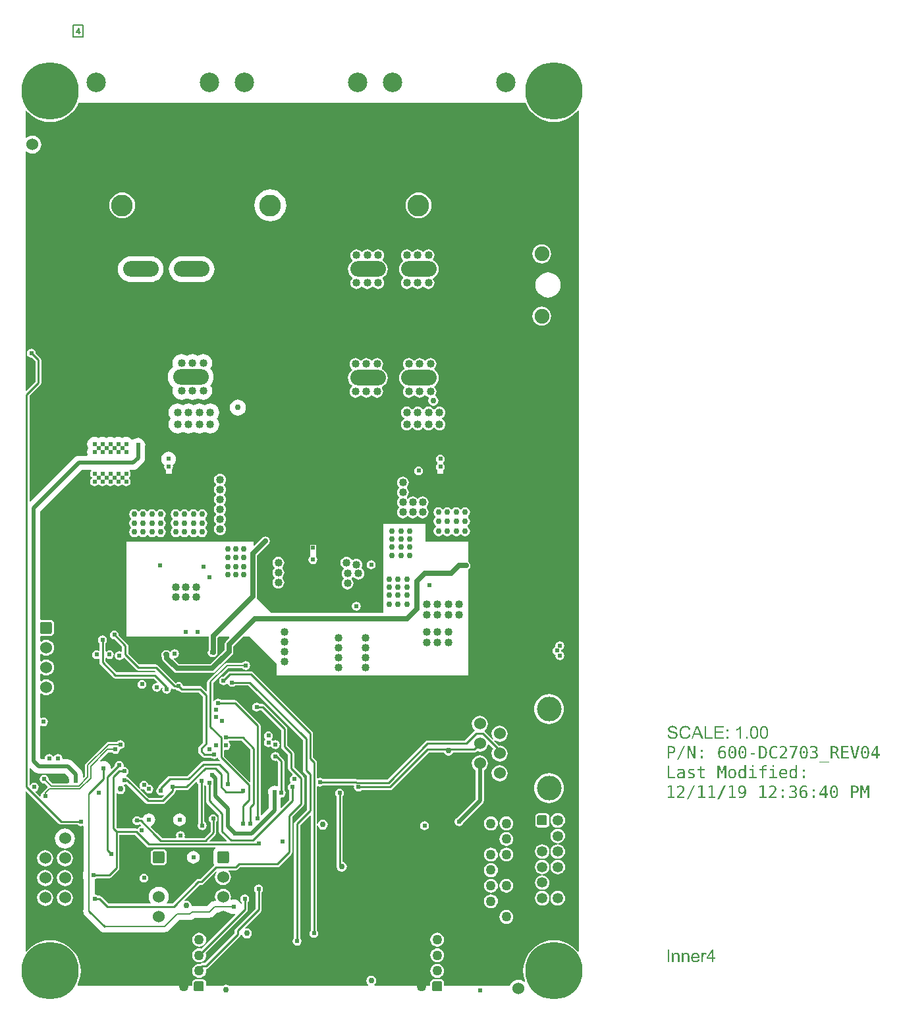
<source format=gbr>
%TF.GenerationSoftware,Altium Limited,Altium Designer,20.0.9 (164)*%
G04 Layer_Physical_Order=4*
G04 Layer_Color=16776960*
%FSLAX26Y26*%
%MOIN*%
%TF.FileFunction,Copper,L4,Inr,Signal*%
%TF.Part,Single*%
G01*
G75*
%TA.AperFunction,NonConductor*%
%ADD53C,0.007000*%
%TA.AperFunction,Conductor*%
%ADD55C,0.010000*%
%ADD56C,0.020000*%
%ADD57C,0.008000*%
%ADD59C,0.009000*%
%ADD61C,0.025000*%
%ADD63C,0.007000*%
%TA.AperFunction,ComponentPad*%
%ADD67C,0.050000*%
G04:AMPARAMS|DCode=68|XSize=50mil|YSize=50mil|CornerRadius=5mil|HoleSize=0mil|Usage=FLASHONLY|Rotation=90.000|XOffset=0mil|YOffset=0mil|HoleType=Round|Shape=RoundedRectangle|*
%AMROUNDEDRECTD68*
21,1,0.050000,0.040000,0,0,90.0*
21,1,0.040000,0.050000,0,0,90.0*
1,1,0.010000,0.020000,0.020000*
1,1,0.010000,0.020000,-0.020000*
1,1,0.010000,-0.020000,-0.020000*
1,1,0.010000,-0.020000,0.020000*
%
%ADD68ROUNDEDRECTD68*%
%ADD69C,0.110000*%
%ADD70C,0.098425*%
G04:AMPARAMS|DCode=72|XSize=60mil|YSize=60mil|CornerRadius=9mil|HoleSize=0mil|Usage=FLASHONLY|Rotation=270.000|XOffset=0mil|YOffset=0mil|HoleType=Round|Shape=RoundedRectangle|*
%AMROUNDEDRECTD72*
21,1,0.060000,0.042000,0,0,270.0*
21,1,0.042000,0.060000,0,0,270.0*
1,1,0.018000,-0.021000,-0.021000*
1,1,0.018000,-0.021000,0.021000*
1,1,0.018000,0.021000,0.021000*
1,1,0.018000,0.021000,-0.021000*
%
%ADD72ROUNDEDRECTD72*%
%ADD73C,0.060000*%
%ADD74C,0.125000*%
%ADD75C,0.290000*%
%ADD76C,0.053000*%
%TA.AperFunction,ViaPad*%
%ADD79C,0.024000*%
%ADD80C,0.030000*%
%TA.AperFunction,TestPad*%
%ADD81C,0.024000*%
%TA.AperFunction,ViaPad*%
%ADD82C,0.040000*%
%TA.AperFunction,ComponentPad*%
%ADD83C,0.074803*%
%TA.AperFunction,TestPad*%
%ADD84C,0.030000*%
%TA.AperFunction,ComponentPad*%
%ADD85O,0.180000X0.078740*%
G36*
X2586467Y4554414D02*
X2599215Y4533612D01*
X2615059Y4515060D01*
X2633612Y4499215D01*
X2654414Y4486467D01*
X2676954Y4477130D01*
X2700678Y4471435D01*
X2725000Y4469521D01*
X2749322Y4471435D01*
X2773046Y4477130D01*
X2795586Y4486467D01*
X2816388Y4499215D01*
X2834941Y4515060D01*
X2845309Y4527199D01*
X2850000Y4525469D01*
Y274531D01*
X2845309Y272800D01*
X2834941Y284940D01*
X2816388Y300785D01*
X2795586Y313533D01*
X2773046Y322870D01*
X2749322Y328565D01*
X2725000Y330479D01*
X2700678Y328565D01*
X2676954Y322870D01*
X2654414Y313533D01*
X2633612Y300785D01*
X2615059Y284940D01*
X2599215Y266388D01*
X2586467Y245586D01*
X2577130Y223046D01*
X2571435Y199322D01*
X2569521Y175000D01*
X2571435Y150678D01*
X2577130Y126954D01*
X2579307Y121699D01*
X2575201Y118548D01*
X2567694Y124307D01*
X2556747Y128842D01*
X2545000Y130388D01*
X2533253Y128842D01*
X2522306Y124307D01*
X2512906Y117094D01*
X2505693Y107694D01*
X2502506Y100000D01*
X2169664D01*
Y116890D01*
X2168500Y122743D01*
X2165184Y127704D01*
X2160223Y131019D01*
X2154370Y132184D01*
X2114370D01*
X2108517Y131019D01*
X2103556Y127704D01*
X2100240Y122743D01*
X2099076Y116890D01*
Y100000D01*
X1816583D01*
X1815067Y105000D01*
X1818024Y106976D01*
X1823550Y115246D01*
X1825490Y125000D01*
X1823550Y134755D01*
X1818024Y143024D01*
X1809755Y148549D01*
X1800000Y150490D01*
X1790245Y148549D01*
X1781976Y143024D01*
X1776450Y134755D01*
X1774510Y125000D01*
X1776450Y115246D01*
X1781976Y106976D01*
X1784933Y105000D01*
X1783417Y100000D01*
X1080067D01*
X1074755Y103549D01*
X1065000Y105490D01*
X1055245Y103549D01*
X1049933Y100000D01*
X964664D01*
Y116890D01*
X963500Y122743D01*
X960184Y127704D01*
X955223Y131019D01*
X949370Y132184D01*
X909370D01*
X903517Y131019D01*
X898556Y127704D01*
X895240Y122743D01*
X894076Y116890D01*
Y100000D01*
X315945D01*
X315058Y101584D01*
X313776Y105000D01*
X322870Y126954D01*
X328565Y150678D01*
X330479Y175000D01*
X328565Y199322D01*
X322870Y223046D01*
X313533Y245586D01*
X300785Y266388D01*
X284940Y284940D01*
X266388Y300785D01*
X245586Y313533D01*
X223046Y322870D01*
X199322Y328565D01*
X175000Y330479D01*
X150678Y328565D01*
X126954Y322870D01*
X104414Y313533D01*
X83612Y300785D01*
X65059Y284940D01*
X54691Y272800D01*
X50000Y274531D01*
Y1082559D01*
X54619Y1084473D01*
X219546Y919546D01*
X224342Y916341D01*
X230000Y915216D01*
X313419D01*
X314139Y914139D01*
X321416Y909277D01*
X330000Y907569D01*
X338250Y909210D01*
X339349Y909176D01*
X343250Y907091D01*
Y678727D01*
X342747Y677512D01*
X341750Y669941D01*
Y650059D01*
X342747Y642488D01*
X343250Y641273D01*
Y485161D01*
X342241Y477500D01*
X343272Y469668D01*
X346295Y462370D01*
X351104Y456104D01*
X428604Y378604D01*
X434871Y373795D01*
X442168Y370772D01*
X450000Y369741D01*
X457662Y370750D01*
X755000D01*
X762571Y371747D01*
X769625Y374669D01*
X775683Y379317D01*
X829116Y432750D01*
X882811D01*
X890382Y433747D01*
X897436Y436669D01*
X903494Y441317D01*
X906293Y444116D01*
X979921D01*
X987492Y445113D01*
X994546Y448035D01*
X1000604Y452683D01*
X1018671Y470750D01*
X1082340D01*
X1086340Y467680D01*
X1095341Y463952D01*
X1105000Y462681D01*
X1110414Y463394D01*
X1112750Y458658D01*
X941374Y287282D01*
X938507Y288469D01*
X929370Y289672D01*
X920233Y288469D01*
X911719Y284943D01*
X904408Y279332D01*
X898798Y272021D01*
X895271Y263507D01*
X894068Y254370D01*
X895271Y245233D01*
X898798Y236719D01*
X904408Y229408D01*
X911719Y223798D01*
X920233Y220271D01*
X929370Y219068D01*
X938507Y220271D01*
X947021Y223798D01*
X954332Y229408D01*
X959942Y236719D01*
X963469Y245233D01*
X964672Y254370D01*
X963469Y263507D01*
X962282Y266374D01*
X1170454Y474546D01*
X1173659Y479343D01*
X1174784Y485000D01*
Y523419D01*
X1175861Y524139D01*
X1180724Y531416D01*
X1182431Y540000D01*
X1180724Y548584D01*
X1175861Y555861D01*
X1168584Y560723D01*
X1160000Y562431D01*
X1151416Y560723D01*
X1144139Y555861D01*
X1139276Y548584D01*
X1137569Y540000D01*
X1139276Y531416D01*
X1144139Y524139D01*
X1145216Y523419D01*
Y512662D01*
X1140216Y511667D01*
X1137320Y518660D01*
X1131389Y526389D01*
X1123660Y532319D01*
X1114659Y536048D01*
X1105000Y537319D01*
X1095341Y536048D01*
X1092429Y534841D01*
X1088602Y538668D01*
X1088970Y539558D01*
X1090345Y550000D01*
X1088970Y560442D01*
X1084940Y570173D01*
X1078528Y578528D01*
X1070173Y584940D01*
X1060442Y588971D01*
X1050000Y590345D01*
X1039558Y588971D01*
X1029827Y584940D01*
X1021472Y578528D01*
X1015060Y570173D01*
X1011029Y560442D01*
X1009655Y550000D01*
X1011029Y539558D01*
X1013228Y534250D01*
X1009887Y529250D01*
X1006555D01*
X998984Y528254D01*
X991930Y525331D01*
X985872Y520683D01*
X967806Y502617D01*
X895114D01*
X890490Y505000D01*
X888549Y514755D01*
X883024Y523024D01*
X874755Y528549D01*
X865000Y530490D01*
X857747Y529047D01*
X855284Y533655D01*
X931335Y609706D01*
X940000D01*
X945853Y610870D01*
X950814Y614186D01*
X1015209Y678580D01*
X1018976Y675276D01*
X1015060Y670173D01*
X1011029Y660442D01*
X1009655Y650000D01*
X1011029Y639558D01*
X1015060Y629827D01*
X1021472Y621472D01*
X1029827Y615060D01*
X1039558Y611029D01*
X1050000Y609655D01*
X1060442Y611029D01*
X1070173Y615060D01*
X1078528Y621472D01*
X1084940Y629827D01*
X1088970Y639558D01*
X1090345Y650000D01*
X1088970Y660442D01*
X1084940Y670173D01*
X1078528Y678528D01*
X1076648Y679971D01*
X1078255Y684706D01*
X1115000D01*
X1120853Y685870D01*
X1125814Y689186D01*
X1136335Y699706D01*
X1325000D01*
X1330853Y700870D01*
X1335814Y704186D01*
X1395814Y764186D01*
X1399130Y769147D01*
X1400294Y775000D01*
Y953665D01*
X1455814Y1009186D01*
X1459130Y1014147D01*
X1460294Y1020000D01*
Y1150000D01*
X1459130Y1155853D01*
X1455814Y1160814D01*
X1410294Y1206335D01*
Y1275000D01*
X1409130Y1280853D01*
X1405814Y1285814D01*
X1375294Y1316335D01*
Y1400000D01*
X1374130Y1405853D01*
X1370814Y1410814D01*
X1260814Y1520814D01*
X1255853Y1524130D01*
X1250000Y1525294D01*
X1236240D01*
X1235861Y1525861D01*
X1228584Y1530724D01*
X1220000Y1532431D01*
X1211416Y1530724D01*
X1204139Y1525861D01*
X1199276Y1518584D01*
X1197569Y1510000D01*
X1199276Y1501416D01*
X1204139Y1494139D01*
X1211416Y1489276D01*
X1220000Y1487569D01*
X1228584Y1489276D01*
X1235861Y1494139D01*
X1236240Y1494706D01*
X1243665D01*
X1344706Y1393665D01*
Y1310000D01*
X1345870Y1304147D01*
X1349186Y1299186D01*
X1379706Y1268665D01*
Y1200000D01*
X1380870Y1194147D01*
X1384186Y1189186D01*
X1402866Y1170505D01*
X1401787Y1166946D01*
X1400913Y1165387D01*
X1394139Y1160861D01*
X1389276Y1153584D01*
X1387569Y1145000D01*
X1389276Y1136416D01*
X1392827Y1131102D01*
X1391490Y1126007D01*
X1391035Y1125469D01*
X1384139Y1120861D01*
X1379276Y1113584D01*
X1377569Y1105000D01*
X1379276Y1096416D01*
X1384139Y1089139D01*
X1384706Y1088760D01*
Y1041335D01*
X1344878Y1001507D01*
X1340259Y1003421D01*
Y1049571D01*
X1344124Y1052743D01*
X1345000Y1052569D01*
X1353584Y1054276D01*
X1360861Y1059139D01*
X1365724Y1066416D01*
X1367431Y1075000D01*
X1365724Y1083584D01*
X1360861Y1090861D01*
X1360294Y1091240D01*
Y1235000D01*
X1359130Y1240853D01*
X1355814Y1245814D01*
X1336389Y1265240D01*
X1335724Y1268584D01*
X1330861Y1275861D01*
X1323584Y1280724D01*
X1315000Y1282431D01*
X1306416Y1280724D01*
X1299139Y1275861D01*
X1294276Y1268584D01*
X1292569Y1260000D01*
X1294276Y1251416D01*
X1299139Y1244139D01*
X1306416Y1239276D01*
X1315000Y1237569D01*
X1319840Y1238532D01*
X1329706Y1228665D01*
Y1110917D01*
X1324706Y1108545D01*
X1318354Y1111176D01*
X1310000Y1112276D01*
X1301646Y1111176D01*
X1293862Y1107952D01*
X1287177Y1102823D01*
X1282048Y1096138D01*
X1278824Y1088354D01*
X1277724Y1080000D01*
X1278824Y1071646D01*
X1279741Y1069431D01*
Y997534D01*
X1245294Y963087D01*
X1240294Y965158D01*
Y1415000D01*
X1239130Y1420853D01*
X1235814Y1425814D01*
X1120814Y1540814D01*
X1115853Y1544130D01*
X1110000Y1545294D01*
X1041240D01*
X1040861Y1545861D01*
X1033584Y1550724D01*
X1025000Y1552431D01*
X1016416Y1550724D01*
X1009139Y1545861D01*
X1005294Y1540107D01*
X1000294Y1541623D01*
Y1630107D01*
X1075913Y1705726D01*
X1148079D01*
X1149139Y1704139D01*
X1156416Y1699276D01*
X1165000Y1697569D01*
X1173584Y1699276D01*
X1180861Y1704139D01*
X1185724Y1711416D01*
X1187431Y1720000D01*
X1185724Y1728584D01*
X1180861Y1735861D01*
X1173584Y1740724D01*
X1165000Y1742431D01*
X1156416Y1740724D01*
X1149139Y1735861D01*
X1148079Y1734274D01*
X1070001D01*
X1070000Y1734274D01*
X1064537Y1733188D01*
X1059907Y1730093D01*
X1059906Y1730093D01*
X978531Y1648718D01*
X974186Y1645814D01*
X970870Y1640853D01*
X969706Y1635000D01*
Y1593456D01*
X965087Y1591542D01*
X945814Y1610814D01*
X940853Y1614130D01*
X935000Y1615294D01*
X847372D01*
X845723Y1623584D01*
X840861Y1630861D01*
X833584Y1635724D01*
X825000Y1637431D01*
X816416Y1635724D01*
X810115Y1631514D01*
X720814Y1720814D01*
X715853Y1724130D01*
X710000Y1725294D01*
X626335D01*
X570294Y1781335D01*
Y1820000D01*
X569130Y1825853D01*
X565814Y1830814D01*
X522298Y1874331D01*
X522431Y1875000D01*
X520723Y1883584D01*
X515861Y1890861D01*
X508584Y1895724D01*
X500000Y1897431D01*
X491416Y1895724D01*
X484139Y1890861D01*
X479276Y1883584D01*
X477569Y1875000D01*
X479276Y1866416D01*
X484139Y1859139D01*
X491416Y1854276D01*
X500000Y1852569D01*
X500669Y1852702D01*
X539706Y1813665D01*
Y1791936D01*
X535296Y1789579D01*
X533584Y1790724D01*
X525000Y1792431D01*
X516416Y1790724D01*
X509139Y1785861D01*
X504276Y1778584D01*
X502569Y1770000D01*
X504276Y1761416D01*
X509139Y1754139D01*
X516416Y1749276D01*
X525000Y1747569D01*
X533584Y1749276D01*
X540861Y1754139D01*
X543385Y1757916D01*
X549822Y1758550D01*
X609186Y1699186D01*
X614147Y1695870D01*
X620000Y1694706D01*
X703665D01*
X708680Y1689691D01*
X706217Y1685083D01*
X705158Y1685294D01*
X511335D01*
X455294Y1741335D01*
Y1756579D01*
X460294Y1758367D01*
X466416Y1754276D01*
X475000Y1752569D01*
X483584Y1754276D01*
X490861Y1759139D01*
X495724Y1766416D01*
X497431Y1775000D01*
X495724Y1783584D01*
X490861Y1790861D01*
X483584Y1795724D01*
X475000Y1797431D01*
X466416Y1795724D01*
X460294Y1791633D01*
X455294Y1793421D01*
Y1833760D01*
X455861Y1834139D01*
X460724Y1841416D01*
X462431Y1850000D01*
X460724Y1858584D01*
X455861Y1865861D01*
X448584Y1870724D01*
X440000Y1872431D01*
X431416Y1870724D01*
X424139Y1865861D01*
X419276Y1858584D01*
X417569Y1850000D01*
X419276Y1841416D01*
X424139Y1834139D01*
X424706Y1833760D01*
Y1796936D01*
X420296Y1794579D01*
X418584Y1795724D01*
X410000Y1797431D01*
X401416Y1795724D01*
X394139Y1790861D01*
X389276Y1783584D01*
X387569Y1775000D01*
X389276Y1766416D01*
X394139Y1759139D01*
X401416Y1754276D01*
X410000Y1752569D01*
X418584Y1754276D01*
X420296Y1755421D01*
X424706Y1753064D01*
Y1735000D01*
X425870Y1729147D01*
X429186Y1724186D01*
X494186Y1659186D01*
X499147Y1655870D01*
X505000Y1654706D01*
X698823D01*
X716732Y1636796D01*
X714188Y1632270D01*
X706416Y1630724D01*
X699139Y1625861D01*
X694277Y1618584D01*
X692569Y1610000D01*
X694277Y1601416D01*
X699139Y1594139D01*
X706416Y1589276D01*
X715000Y1587569D01*
X723584Y1589276D01*
X730861Y1594139D01*
X735723Y1601416D01*
X736884Y1607251D01*
X737596Y1607805D01*
X741979Y1609188D01*
X744009Y1607240D01*
X742569Y1600000D01*
X744277Y1591416D01*
X749139Y1584139D01*
X756416Y1579276D01*
X765000Y1577569D01*
X773584Y1579276D01*
X780861Y1584139D01*
X785723Y1591416D01*
X787431Y1600000D01*
X786470Y1604830D01*
X791078Y1607293D01*
X794186Y1604186D01*
X799147Y1600870D01*
X805000Y1599706D01*
X808760D01*
X809139Y1599139D01*
X816416Y1594276D01*
X825000Y1592569D01*
X825669Y1592702D01*
X829186Y1589186D01*
X834147Y1585870D01*
X840000Y1584706D01*
X928665D01*
X949706Y1563665D01*
Y1331335D01*
X929186Y1310814D01*
X925870Y1305853D01*
X924706Y1300000D01*
Y1285000D01*
X925870Y1279147D01*
X929186Y1274186D01*
X944186Y1259186D01*
X949147Y1255870D01*
X955000Y1254706D01*
X988760D01*
X989139Y1254139D01*
X996416Y1249276D01*
X1005000Y1247569D01*
X1013584Y1249276D01*
X1019906Y1253501D01*
X1023657Y1252700D01*
X1025336Y1251836D01*
X1025870Y1249147D01*
X1029186Y1244186D01*
X1033719Y1239652D01*
X1031256Y1235044D01*
X1030000Y1235294D01*
X950000D01*
X944147Y1234130D01*
X939186Y1230814D01*
X868665Y1160294D01*
X780000D01*
X774147Y1159130D01*
X769186Y1155814D01*
X724186Y1110814D01*
X720870Y1105853D01*
X719991Y1101430D01*
X719139Y1100861D01*
X714277Y1093584D01*
X712569Y1085000D01*
X714277Y1076416D01*
X719139Y1069139D01*
X726416Y1064276D01*
X735000Y1062569D01*
X743584Y1064276D01*
X749589Y1068289D01*
X752776Y1064405D01*
X738665Y1050294D01*
X676335D01*
X632224Y1094405D01*
X635411Y1098289D01*
X636871Y1097313D01*
X641416Y1094276D01*
X650000Y1092569D01*
X652936Y1093153D01*
X654277Y1086416D01*
X659139Y1079139D01*
X666416Y1074276D01*
X675000Y1072569D01*
X683584Y1074276D01*
X690861Y1079139D01*
X695723Y1086416D01*
X697431Y1095000D01*
X695723Y1103584D01*
X690861Y1110861D01*
X683584Y1115724D01*
X675000Y1117431D01*
X672064Y1116847D01*
X670723Y1123584D01*
X665861Y1130861D01*
X658584Y1135724D01*
X650000Y1137431D01*
X641416Y1135724D01*
X634139Y1130861D01*
X629277Y1123584D01*
X627569Y1115000D01*
X629277Y1106416D01*
X632313Y1101871D01*
X633289Y1100411D01*
X629405Y1097224D01*
X575814Y1150814D01*
X570853Y1154130D01*
X566430Y1155009D01*
X565861Y1155861D01*
X560083Y1159722D01*
X559918Y1160222D01*
Y1164778D01*
X560083Y1165278D01*
X565861Y1169139D01*
X570723Y1176416D01*
X572431Y1185000D01*
X570723Y1193584D01*
X565861Y1200861D01*
X558584Y1205724D01*
X550985Y1207235D01*
X547746Y1209685D01*
X546601Y1210830D01*
X547431Y1215000D01*
X545723Y1223584D01*
X540861Y1230861D01*
X533584Y1235724D01*
X525000Y1237431D01*
X516416Y1235724D01*
X509139Y1230861D01*
X504276Y1223584D01*
X502569Y1215000D01*
X502702Y1214331D01*
X486637Y1198266D01*
X482201Y1200901D01*
X481048Y1209659D01*
X477320Y1218660D01*
X471389Y1226389D01*
X463660Y1232320D01*
X454659Y1236048D01*
X445000Y1237319D01*
X435341Y1236048D01*
X430636Y1234099D01*
X427803Y1238338D01*
X470701Y1281236D01*
X487738D01*
X489139Y1279139D01*
X496416Y1274276D01*
X505000Y1272569D01*
X513584Y1274276D01*
X520861Y1279139D01*
X525723Y1286416D01*
X527045Y1293059D01*
X528983Y1296017D01*
X531941Y1297955D01*
X538584Y1299276D01*
X545861Y1304139D01*
X550723Y1311416D01*
X552431Y1320000D01*
X550723Y1328584D01*
X545861Y1335861D01*
X538584Y1340724D01*
X530000Y1342431D01*
X521416Y1340724D01*
X514139Y1335861D01*
X512738Y1333764D01*
X470000D01*
X464733Y1332717D01*
X460267Y1329733D01*
X355267Y1224733D01*
X352283Y1220267D01*
X351236Y1215000D01*
Y1160701D01*
X344921Y1154387D01*
X340302Y1156301D01*
Y1170000D01*
X339099Y1179137D01*
X335572Y1187651D01*
X329962Y1194962D01*
X289962Y1234962D01*
X282651Y1240572D01*
X274137Y1244099D01*
X265000Y1245302D01*
X240437D01*
X237265Y1249167D01*
X237431Y1250000D01*
X235724Y1258584D01*
X230861Y1265861D01*
X223584Y1270724D01*
X215000Y1272431D01*
X206416Y1270724D01*
X199139Y1265861D01*
X195278Y1260083D01*
X194778Y1259918D01*
X190222D01*
X189722Y1260083D01*
X185861Y1265861D01*
X178584Y1270724D01*
X170000Y1272431D01*
X161416Y1270724D01*
X154139Y1265861D01*
X149276Y1258584D01*
X147569Y1250000D01*
X147735Y1249167D01*
X144563Y1245302D01*
X131355D01*
X125302Y1251355D01*
Y1413685D01*
X130302Y1416357D01*
X133416Y1414276D01*
X142000Y1412569D01*
X150584Y1414276D01*
X157861Y1419139D01*
X162724Y1426416D01*
X164431Y1435000D01*
X162724Y1443584D01*
X157861Y1450861D01*
X150584Y1455724D01*
X142000Y1457431D01*
X133416Y1455724D01*
X130302Y1453643D01*
X125302Y1456315D01*
Y1576067D01*
X130302Y1578532D01*
X134827Y1575060D01*
X144558Y1571030D01*
X155000Y1569655D01*
X165442Y1571030D01*
X175173Y1575060D01*
X183528Y1581472D01*
X189940Y1589827D01*
X193970Y1599558D01*
X195345Y1610000D01*
X193970Y1620442D01*
X189940Y1630173D01*
X183528Y1638528D01*
X175173Y1644940D01*
X165442Y1648970D01*
X155000Y1650345D01*
X144558Y1648970D01*
X134827Y1644940D01*
X130302Y1641468D01*
X125302Y1643933D01*
Y1676067D01*
X130302Y1678532D01*
X134827Y1675060D01*
X144558Y1671030D01*
X155000Y1669655D01*
X165442Y1671030D01*
X175173Y1675060D01*
X183528Y1681472D01*
X189940Y1689827D01*
X193970Y1699558D01*
X195345Y1710000D01*
X193970Y1720442D01*
X189940Y1730173D01*
X183528Y1738528D01*
X175173Y1744940D01*
X165442Y1748970D01*
X155000Y1750345D01*
X144558Y1748970D01*
X134827Y1744940D01*
X130302Y1741468D01*
X125302Y1743933D01*
Y1776067D01*
X130302Y1778532D01*
X134827Y1775060D01*
X144558Y1771030D01*
X155000Y1769655D01*
X165442Y1771030D01*
X175173Y1775060D01*
X183528Y1781472D01*
X189940Y1789827D01*
X193970Y1799558D01*
X195345Y1810000D01*
X193970Y1820442D01*
X189940Y1830173D01*
X183528Y1838528D01*
X175173Y1844940D01*
X165442Y1848970D01*
X155000Y1850345D01*
X144558Y1848970D01*
X134827Y1844940D01*
X130302Y1841468D01*
X125302Y1843933D01*
Y1866405D01*
X130302Y1870363D01*
X134000Y1869628D01*
X176000D01*
X183413Y1871102D01*
X189698Y1875302D01*
X193898Y1881587D01*
X195372Y1889000D01*
Y1931000D01*
X193898Y1938413D01*
X189698Y1944698D01*
X183413Y1948898D01*
X176000Y1950372D01*
X134000D01*
X130302Y1949637D01*
X125302Y1953595D01*
Y2500377D01*
X334623Y2709698D01*
X381567D01*
X383362Y2704698D01*
X379276Y2698584D01*
X377569Y2690000D01*
X379276Y2681416D01*
X384139Y2674139D01*
X386592Y2672500D01*
Y2667500D01*
X384139Y2665861D01*
X379276Y2658584D01*
X377569Y2650000D01*
X379276Y2641416D01*
X384139Y2634139D01*
X391416Y2629276D01*
X400000Y2627569D01*
X408584Y2629276D01*
X415861Y2634139D01*
X417500Y2636592D01*
X422500D01*
X424139Y2634139D01*
X431416Y2629276D01*
X440000Y2627569D01*
X448584Y2629276D01*
X455861Y2634139D01*
X457500Y2636592D01*
X462500D01*
X464139Y2634139D01*
X471416Y2629276D01*
X480000Y2627569D01*
X488584Y2629276D01*
X495861Y2634139D01*
X497500Y2636592D01*
X502500D01*
X504139Y2634139D01*
X511416Y2629276D01*
X520000Y2627569D01*
X528584Y2629276D01*
X535861Y2634139D01*
X537500Y2636592D01*
X542500D01*
X544139Y2634139D01*
X551416Y2629276D01*
X560000Y2627569D01*
X568584Y2629276D01*
X575861Y2634139D01*
X580723Y2641416D01*
X582431Y2650000D01*
X580723Y2658584D01*
X575861Y2665861D01*
X573408Y2667500D01*
Y2672500D01*
X575861Y2674139D01*
X580723Y2681416D01*
X582431Y2690000D01*
X580723Y2698584D01*
X576638Y2704698D01*
X578433Y2709698D01*
X595000D01*
X604137Y2710901D01*
X612651Y2714428D01*
X619962Y2720038D01*
X644962Y2745038D01*
X650572Y2752349D01*
X654099Y2760863D01*
X655302Y2770000D01*
Y2823541D01*
X656048Y2825341D01*
X657319Y2835000D01*
X656048Y2844659D01*
X652319Y2853660D01*
X646389Y2861389D01*
X638660Y2867320D01*
X629659Y2871048D01*
X620000Y2872319D01*
X610341Y2871048D01*
X601340Y2867320D01*
X595447Y2862797D01*
X589114Y2862838D01*
X586389Y2866389D01*
X578660Y2872320D01*
X569659Y2876048D01*
X560000Y2877319D01*
X550341Y2876048D01*
X541340Y2872320D01*
X540000Y2871291D01*
X538660Y2872320D01*
X529659Y2876048D01*
X520000Y2877319D01*
X510341Y2876048D01*
X501340Y2872320D01*
X500000Y2871291D01*
X498660Y2872320D01*
X489659Y2876048D01*
X480000Y2877319D01*
X470341Y2876048D01*
X461340Y2872320D01*
X460000Y2871291D01*
X458660Y2872320D01*
X449659Y2876048D01*
X440000Y2877319D01*
X430341Y2876048D01*
X421340Y2872320D01*
X420000Y2871291D01*
X418660Y2872320D01*
X409659Y2876048D01*
X400000Y2877319D01*
X390341Y2876048D01*
X381340Y2872320D01*
X373611Y2866389D01*
X367680Y2858660D01*
X363952Y2849659D01*
X362681Y2840000D01*
X363952Y2830341D01*
X367680Y2821340D01*
X368709Y2820000D01*
X367680Y2818660D01*
X363952Y2809659D01*
X362681Y2800000D01*
X363952Y2790341D01*
X366039Y2785302D01*
X362699Y2780302D01*
X320000D01*
X310863Y2779099D01*
X302349Y2775572D01*
X295038Y2769962D01*
X74403Y2549328D01*
X69784Y2551242D01*
Y3083876D01*
X125454Y3139546D01*
X128659Y3144342D01*
X129784Y3150000D01*
Y3265000D01*
X128659Y3270658D01*
X125454Y3275454D01*
X102178Y3298729D01*
X102431Y3300000D01*
X100724Y3308584D01*
X95861Y3315861D01*
X88584Y3320724D01*
X80000Y3322431D01*
X71416Y3320724D01*
X64139Y3315861D01*
X59276Y3308584D01*
X57569Y3300000D01*
X59276Y3291416D01*
X64139Y3284139D01*
X71416Y3279276D01*
X80000Y3277569D01*
X81270Y3277822D01*
X100216Y3258876D01*
Y3156124D01*
X54619Y3110527D01*
X50000Y3112441D01*
Y4318833D01*
X55000Y4321298D01*
X62306Y4315693D01*
X73253Y4311158D01*
X85000Y4309612D01*
X96747Y4311158D01*
X107694Y4315693D01*
X117094Y4322906D01*
X124307Y4332306D01*
X128842Y4343253D01*
X130388Y4355000D01*
X128842Y4366747D01*
X124307Y4377694D01*
X117094Y4387094D01*
X107694Y4394307D01*
X96747Y4398842D01*
X85000Y4400388D01*
X73253Y4398842D01*
X62306Y4394307D01*
X55000Y4388702D01*
X50000Y4391167D01*
Y4525469D01*
X54691Y4527199D01*
X65059Y4515060D01*
X83612Y4499215D01*
X104414Y4486467D01*
X126954Y4477130D01*
X150678Y4471435D01*
X175000Y4469521D01*
X199322Y4471435D01*
X223046Y4477130D01*
X245586Y4486467D01*
X266388Y4499215D01*
X284940Y4515060D01*
X300785Y4533612D01*
X313533Y4554414D01*
X317918Y4565000D01*
X2582082D01*
X2586467Y4554414D01*
D02*
G37*
G36*
X3326656Y1415117D02*
X3327418D01*
X3329131Y1414926D01*
X3331035Y1414641D01*
X3333130Y1414165D01*
X3335319Y1413594D01*
X3337414Y1412832D01*
X3337509D01*
X3337699Y1412737D01*
X3337985Y1412642D01*
X3338366Y1412451D01*
X3339318Y1411880D01*
X3340555Y1411118D01*
X3341888Y1410166D01*
X3343316Y1409024D01*
X3344649Y1407691D01*
X3345791Y1406073D01*
X3345886Y1405882D01*
X3346267Y1405311D01*
X3346743Y1404359D01*
X3347314Y1403217D01*
X3347886Y1401694D01*
X3348362Y1399980D01*
X3348838Y1398076D01*
X3349028Y1396077D01*
X3340936Y1395506D01*
Y1395601D01*
Y1395791D01*
X3340841Y1396077D01*
X3340746Y1396458D01*
X3340555Y1397600D01*
X3340174Y1398933D01*
X3339508Y1400361D01*
X3338746Y1401884D01*
X3337794Y1403312D01*
X3336462Y1404550D01*
X3336271Y1404645D01*
X3335795Y1405026D01*
X3334843Y1405502D01*
X3333606Y1406168D01*
X3332082Y1406739D01*
X3330083Y1407215D01*
X3327798Y1407596D01*
X3325228Y1407691D01*
X3323990D01*
X3323324Y1407596D01*
X3322658Y1407501D01*
X3320944Y1407310D01*
X3319135Y1407025D01*
X3317326Y1406454D01*
X3315613Y1405787D01*
X3314756Y1405311D01*
X3314090Y1404835D01*
X3313899Y1404740D01*
X3313518Y1404359D01*
X3312947Y1403693D01*
X3312376Y1402931D01*
X3311710Y1401884D01*
X3311138Y1400742D01*
X3310758Y1399409D01*
X3310567Y1397981D01*
Y1397790D01*
Y1397410D01*
X3310662Y1396743D01*
X3310853Y1395982D01*
X3311138Y1395125D01*
X3311614Y1394173D01*
X3312186Y1393221D01*
X3313042Y1392364D01*
X3313138Y1392269D01*
X3313614Y1391983D01*
X3313899Y1391793D01*
X3314375Y1391507D01*
X3314851Y1391222D01*
X3315518Y1390936D01*
X3316279Y1390555D01*
X3317231Y1390270D01*
X3318278Y1389794D01*
X3319421Y1389413D01*
X3320754Y1389032D01*
X3322277Y1388556D01*
X3323990Y1388175D01*
X3325799Y1387699D01*
X3325894D01*
X3326275Y1387604D01*
X3326751Y1387509D01*
X3327513Y1387318D01*
X3328370Y1387128D01*
X3329322Y1386842D01*
X3331511Y1386366D01*
X3333796Y1385700D01*
X3336176Y1385034D01*
X3337223Y1384748D01*
X3338270Y1384367D01*
X3339222Y1383986D01*
X3339984Y1383701D01*
X3340079D01*
X3340270Y1383606D01*
X3340555Y1383415D01*
X3340936Y1383225D01*
X3341888Y1382654D01*
X3343126Y1381892D01*
X3344458Y1380940D01*
X3345886Y1379893D01*
X3347124Y1378560D01*
X3348266Y1377132D01*
X3348362Y1376942D01*
X3348647Y1376466D01*
X3349123Y1375609D01*
X3349599Y1374562D01*
X3350075Y1373229D01*
X3350551Y1371706D01*
X3350837Y1369992D01*
X3350932Y1368088D01*
Y1367993D01*
Y1367898D01*
Y1367612D01*
Y1367231D01*
X3350742Y1366184D01*
X3350551Y1364946D01*
X3350170Y1363423D01*
X3349694Y1361805D01*
X3348933Y1360091D01*
X3347981Y1358378D01*
Y1358282D01*
X3347886Y1358187D01*
X3347410Y1357616D01*
X3346743Y1356854D01*
X3345791Y1355807D01*
X3344649Y1354760D01*
X3343126Y1353522D01*
X3341507Y1352475D01*
X3339508Y1351428D01*
X3339413D01*
X3339222Y1351333D01*
X3338937Y1351238D01*
X3338556Y1351047D01*
X3338080Y1350857D01*
X3337414Y1350666D01*
X3335986Y1350190D01*
X3334082Y1349714D01*
X3332082Y1349334D01*
X3329702Y1349048D01*
X3327227Y1348953D01*
X3325799D01*
X3325038Y1349048D01*
X3324181D01*
X3323229Y1349143D01*
X3322182Y1349238D01*
X3319897Y1349524D01*
X3317422Y1350000D01*
X3314946Y1350571D01*
X3312662Y1351428D01*
X3312566D01*
X3312376Y1351523D01*
X3312090Y1351714D01*
X3311710Y1351904D01*
X3310662Y1352475D01*
X3309330Y1353332D01*
X3307806Y1354379D01*
X3306283Y1355712D01*
X3304760Y1357235D01*
X3303427Y1359044D01*
Y1359139D01*
X3303332Y1359234D01*
X3303142Y1359520D01*
X3302951Y1359996D01*
X3302666Y1360472D01*
X3302380Y1361043D01*
X3301714Y1362471D01*
X3301142Y1364185D01*
X3300571Y1366089D01*
X3300190Y1368278D01*
X3300000Y1370658D01*
X3307997Y1371325D01*
Y1371230D01*
Y1371134D01*
X3308092Y1370563D01*
X3308282Y1369611D01*
X3308473Y1368469D01*
X3308854Y1367231D01*
X3309330Y1365898D01*
X3309901Y1364566D01*
X3310567Y1363328D01*
X3310662Y1363233D01*
X3310948Y1362852D01*
X3311424Y1362281D01*
X3312186Y1361614D01*
X3313042Y1360758D01*
X3314185Y1359996D01*
X3315518Y1359139D01*
X3317041Y1358378D01*
X3317136D01*
X3317231Y1358282D01*
X3317802Y1358092D01*
X3318754Y1357806D01*
X3319897Y1357426D01*
X3321325Y1357045D01*
X3323038Y1356759D01*
X3324847Y1356569D01*
X3326846Y1356474D01*
X3327703D01*
X3328560Y1356569D01*
X3329702Y1356664D01*
X3331035Y1356854D01*
X3332463Y1357045D01*
X3333891Y1357426D01*
X3335319Y1357902D01*
X3335510Y1357997D01*
X3335890Y1358187D01*
X3336557Y1358473D01*
X3337414Y1358949D01*
X3338270Y1359520D01*
X3339222Y1360186D01*
X3340079Y1360948D01*
X3340841Y1361805D01*
X3340936Y1361900D01*
X3341126Y1362281D01*
X3341412Y1362757D01*
X3341793Y1363423D01*
X3342174Y1364280D01*
X3342459Y1365232D01*
X3342650Y1366279D01*
X3342745Y1367326D01*
Y1367422D01*
Y1367802D01*
X3342650Y1368374D01*
X3342554Y1369135D01*
X3342364Y1369992D01*
X3341983Y1370849D01*
X3341602Y1371706D01*
X3341031Y1372562D01*
X3340936Y1372658D01*
X3340746Y1372943D01*
X3340270Y1373324D01*
X3339698Y1373895D01*
X3338842Y1374466D01*
X3337890Y1375133D01*
X3336652Y1375799D01*
X3335224Y1376370D01*
X3335129Y1376466D01*
X3334653Y1376561D01*
X3333986Y1376846D01*
X3333415Y1376942D01*
X3332844Y1377132D01*
X3332082Y1377322D01*
X3331321Y1377608D01*
X3330369Y1377894D01*
X3329322Y1378179D01*
X3328179Y1378465D01*
X3326846Y1378750D01*
X3325418Y1379131D01*
X3323800Y1379512D01*
X3323705D01*
X3323419Y1379607D01*
X3322943Y1379702D01*
X3322372Y1379893D01*
X3321610Y1380083D01*
X3320849Y1380274D01*
X3318945Y1380845D01*
X3316850Y1381416D01*
X3314851Y1382082D01*
X3312947Y1382749D01*
X3312186Y1383130D01*
X3311424Y1383510D01*
X3311329D01*
X3311234Y1383606D01*
X3310662Y1383986D01*
X3309901Y1384462D01*
X3308854Y1385129D01*
X3307711Y1385986D01*
X3306569Y1387033D01*
X3305522Y1388175D01*
X3304570Y1389413D01*
X3304474Y1389603D01*
X3304189Y1390079D01*
X3303903Y1390841D01*
X3303522Y1391793D01*
X3303046Y1392935D01*
X3302761Y1394363D01*
X3302475Y1395886D01*
X3302380Y1397505D01*
Y1397600D01*
Y1397695D01*
Y1397981D01*
Y1398362D01*
X3302570Y1399218D01*
X3302761Y1400456D01*
X3303046Y1401884D01*
X3303522Y1403407D01*
X3304189Y1404930D01*
X3305046Y1406549D01*
Y1406644D01*
X3305141Y1406739D01*
X3305522Y1407215D01*
X3306188Y1407977D01*
X3307140Y1408929D01*
X3308282Y1409976D01*
X3309615Y1411118D01*
X3311234Y1412166D01*
X3313138Y1413022D01*
X3313233D01*
X3313423Y1413118D01*
X3313709Y1413213D01*
X3314090Y1413403D01*
X3314566Y1413498D01*
X3315137Y1413689D01*
X3316565Y1414165D01*
X3318374Y1414546D01*
X3320373Y1414831D01*
X3322562Y1415117D01*
X3324847Y1415212D01*
X3326085D01*
X3326656Y1415117D01*
D02*
G37*
G36*
X3391868D02*
X3392725Y1415022D01*
X3393677Y1414926D01*
X3394724Y1414831D01*
X3395962Y1414641D01*
X3398437Y1413974D01*
X3401198Y1413118D01*
X3402530Y1412546D01*
X3403863Y1411880D01*
X3405196Y1411118D01*
X3406434Y1410262D01*
X3406529Y1410166D01*
X3406719Y1410071D01*
X3407100Y1409786D01*
X3407481Y1409405D01*
X3408052Y1408834D01*
X3408623Y1408262D01*
X3409290Y1407501D01*
X3410051Y1406739D01*
X3410813Y1405787D01*
X3411574Y1404740D01*
X3412336Y1403693D01*
X3413098Y1402455D01*
X3413859Y1401122D01*
X3414526Y1399694D01*
X3415097Y1398171D01*
X3415668Y1396553D01*
X3407290Y1394554D01*
Y1394649D01*
X3407195Y1394839D01*
X3407100Y1395220D01*
X3406910Y1395696D01*
X3406624Y1396267D01*
X3406338Y1396934D01*
X3405577Y1398457D01*
X3404720Y1400075D01*
X3403578Y1401789D01*
X3402245Y1403407D01*
X3400722Y1404740D01*
X3400531Y1404835D01*
X3399960Y1405216D01*
X3399103Y1405787D01*
X3397866Y1406358D01*
X3396342Y1406930D01*
X3394534Y1407501D01*
X3392439Y1407882D01*
X3390154Y1407977D01*
X3389393D01*
X3388917Y1407882D01*
X3388250D01*
X3387584Y1407786D01*
X3385870Y1407501D01*
X3383871Y1407120D01*
X3381777Y1406454D01*
X3379778Y1405597D01*
X3377778Y1404359D01*
X3377683D01*
X3377588Y1404169D01*
X3377017Y1403693D01*
X3376065Y1402931D01*
X3375018Y1401884D01*
X3373875Y1400456D01*
X3372733Y1398838D01*
X3371686Y1396934D01*
X3370829Y1394839D01*
Y1394744D01*
X3370734Y1394554D01*
X3370638Y1394268D01*
X3370543Y1393792D01*
X3370353Y1393316D01*
X3370162Y1392650D01*
X3369877Y1391126D01*
X3369496Y1389222D01*
X3369115Y1387128D01*
X3368925Y1384938D01*
X3368830Y1382558D01*
Y1382463D01*
Y1382178D01*
Y1381797D01*
Y1381226D01*
X3368925Y1380464D01*
Y1379607D01*
X3369020Y1378750D01*
X3369115Y1377703D01*
X3369401Y1375514D01*
X3369877Y1373038D01*
X3370448Y1370658D01*
X3371210Y1368278D01*
Y1368183D01*
X3371305Y1367993D01*
X3371495Y1367707D01*
X3371686Y1367326D01*
X3372257Y1366184D01*
X3373018Y1364851D01*
X3374066Y1363328D01*
X3375303Y1361900D01*
X3376826Y1360377D01*
X3378540Y1359139D01*
X3378635D01*
X3378730Y1359044D01*
X3379016Y1358854D01*
X3379397Y1358663D01*
X3380444Y1358187D01*
X3381777Y1357711D01*
X3383395Y1357140D01*
X3385299Y1356664D01*
X3387298Y1356283D01*
X3389488Y1356188D01*
X3390154D01*
X3390630Y1356283D01*
X3391297D01*
X3391963Y1356378D01*
X3393677Y1356664D01*
X3395486Y1357235D01*
X3397485Y1357902D01*
X3399579Y1358949D01*
X3400531Y1359520D01*
X3401483Y1360282D01*
X3401578Y1360377D01*
X3401674Y1360472D01*
X3401959Y1360758D01*
X3402245Y1361043D01*
X3402721Y1361519D01*
X3403102Y1361995D01*
X3404149Y1363328D01*
X3405291Y1365042D01*
X3406434Y1367136D01*
X3407481Y1369611D01*
X3408242Y1372467D01*
X3416715Y1370278D01*
Y1370182D01*
X3416620Y1369802D01*
X3416430Y1369326D01*
X3416239Y1368564D01*
X3415858Y1367707D01*
X3415478Y1366660D01*
X3415097Y1365613D01*
X3414526Y1364375D01*
X3413193Y1361805D01*
X3411574Y1359234D01*
X3410527Y1357902D01*
X3409480Y1356664D01*
X3408338Y1355426D01*
X3407100Y1354379D01*
X3407005Y1354284D01*
X3406814Y1354189D01*
X3406434Y1353903D01*
X3405862Y1353522D01*
X3405196Y1353142D01*
X3404339Y1352666D01*
X3403482Y1352190D01*
X3402340Y1351714D01*
X3401198Y1351142D01*
X3399865Y1350666D01*
X3398532Y1350190D01*
X3397009Y1349810D01*
X3395390Y1349429D01*
X3393772Y1349143D01*
X3391963Y1349048D01*
X3390154Y1348953D01*
X3389202D01*
X3388441Y1349048D01*
X3387584D01*
X3386537Y1349143D01*
X3385394Y1349334D01*
X3384157Y1349524D01*
X3381491Y1350000D01*
X3378635Y1350762D01*
X3375874Y1351809D01*
X3374542Y1352380D01*
X3373304Y1353142D01*
X3373209Y1353237D01*
X3373018Y1353332D01*
X3372733Y1353618D01*
X3372257Y1353903D01*
X3371686Y1354379D01*
X3371114Y1354855D01*
X3369686Y1356283D01*
X3368068Y1357997D01*
X3366354Y1360091D01*
X3364831Y1362471D01*
X3363403Y1365327D01*
Y1365422D01*
X3363308Y1365708D01*
X3363118Y1366089D01*
X3362927Y1366755D01*
X3362642Y1367422D01*
X3362356Y1368374D01*
X3362070Y1369326D01*
X3361785Y1370468D01*
X3361404Y1371706D01*
X3361118Y1373038D01*
X3360642Y1375990D01*
X3360262Y1379131D01*
X3360071Y1382558D01*
Y1382654D01*
Y1383034D01*
Y1383510D01*
X3360166Y1384272D01*
Y1385129D01*
X3360262Y1386081D01*
X3360357Y1387223D01*
X3360547Y1388461D01*
X3361023Y1391222D01*
X3361690Y1394173D01*
X3362642Y1397124D01*
X3363879Y1399980D01*
Y1400075D01*
X3364070Y1400266D01*
X3364260Y1400646D01*
X3364546Y1401218D01*
X3365022Y1401789D01*
X3365498Y1402550D01*
X3366640Y1404169D01*
X3368163Y1405978D01*
X3370067Y1407882D01*
X3372257Y1409690D01*
X3374732Y1411309D01*
X3374827D01*
X3375018Y1411499D01*
X3375398Y1411690D01*
X3375970Y1411880D01*
X3376636Y1412261D01*
X3377398Y1412546D01*
X3378350Y1412927D01*
X3379302Y1413308D01*
X3380444Y1413594D01*
X3381586Y1413974D01*
X3384252Y1414641D01*
X3387108Y1415022D01*
X3390250Y1415212D01*
X3391202D01*
X3391868Y1415117D01*
D02*
G37*
G36*
X3606449Y1387509D02*
X3597500D01*
Y1396458D01*
X3606449D01*
Y1387509D01*
D02*
G37*
G36*
X3705933Y1350000D02*
X3696984D01*
Y1358949D01*
X3705933D01*
Y1350000D01*
D02*
G37*
G36*
X3672422D02*
X3664521D01*
Y1399980D01*
X3664426Y1399885D01*
X3664045Y1399504D01*
X3663378Y1399028D01*
X3662522Y1398266D01*
X3661474Y1397505D01*
X3660142Y1396553D01*
X3658618Y1395601D01*
X3657000Y1394554D01*
X3656905D01*
X3656810Y1394458D01*
X3656238Y1394078D01*
X3655382Y1393602D01*
X3654239Y1393030D01*
X3653002Y1392364D01*
X3651669Y1391793D01*
X3650241Y1391126D01*
X3648813Y1390555D01*
Y1398171D01*
X3648908D01*
X3649098Y1398266D01*
X3649479Y1398457D01*
X3649955Y1398742D01*
X3650526Y1399028D01*
X3651193Y1399409D01*
X3652716Y1400266D01*
X3654525Y1401313D01*
X3656429Y1402550D01*
X3658333Y1403978D01*
X3660237Y1405597D01*
X3660332Y1405692D01*
X3660427Y1405787D01*
X3661094Y1406358D01*
X3661950Y1407215D01*
X3662998Y1408358D01*
X3664140Y1409690D01*
X3665282Y1411118D01*
X3666425Y1412642D01*
X3667282Y1414260D01*
X3672422D01*
Y1350000D01*
D02*
G37*
G36*
X3606449D02*
X3597500D01*
Y1358949D01*
X3606449D01*
Y1350000D01*
D02*
G37*
G36*
X3583125Y1406549D02*
X3545235D01*
Y1386938D01*
X3580745D01*
Y1379417D01*
X3545235D01*
Y1357521D01*
X3584648D01*
Y1350000D01*
X3536762D01*
Y1414070D01*
X3583125D01*
Y1406549D01*
D02*
G37*
G36*
X3494970Y1357521D02*
X3526481D01*
Y1350000D01*
X3486497D01*
Y1414070D01*
X3494970D01*
Y1357521D01*
D02*
G37*
G36*
X3479928Y1350000D02*
X3470313D01*
X3462887Y1369421D01*
X3436041D01*
X3429091Y1350000D01*
X3420142D01*
X3444514Y1414070D01*
X3453843D01*
X3479928Y1350000D01*
D02*
G37*
G36*
X3789899Y1414165D02*
X3791137Y1413974D01*
X3792565Y1413784D01*
X3794088Y1413403D01*
X3795611Y1412832D01*
X3797134Y1412166D01*
X3797325Y1412070D01*
X3797801Y1411785D01*
X3798467Y1411309D01*
X3799419Y1410642D01*
X3800371Y1409786D01*
X3801514Y1408738D01*
X3802561Y1407596D01*
X3803513Y1406168D01*
X3803608Y1405978D01*
X3803894Y1405502D01*
X3804370Y1404645D01*
X3804941Y1403502D01*
X3805607Y1402170D01*
X3806274Y1400551D01*
X3806940Y1398647D01*
X3807511Y1396648D01*
Y1396553D01*
X3807606Y1396362D01*
X3807702Y1396077D01*
X3807797Y1395601D01*
X3807892Y1395030D01*
X3807987Y1394363D01*
X3808178Y1393602D01*
X3808273Y1392650D01*
X3808463Y1391602D01*
X3808558Y1390460D01*
X3808654Y1389222D01*
X3808844Y1387890D01*
X3808939Y1386462D01*
Y1384938D01*
X3809034Y1383225D01*
Y1381511D01*
Y1381416D01*
Y1381035D01*
Y1380464D01*
Y1379607D01*
X3808939Y1378655D01*
Y1377608D01*
X3808844Y1376370D01*
X3808749Y1375038D01*
X3808463Y1372182D01*
X3807987Y1369135D01*
X3807416Y1366089D01*
X3807035Y1364661D01*
X3806654Y1363328D01*
Y1363233D01*
X3806559Y1363042D01*
X3806369Y1362662D01*
X3806274Y1362186D01*
X3805988Y1361614D01*
X3805702Y1360948D01*
X3804941Y1359425D01*
X3803989Y1357711D01*
X3802751Y1355902D01*
X3801323Y1354189D01*
X3799705Y1352666D01*
X3799610D01*
X3799514Y1352475D01*
X3799229Y1352285D01*
X3798848Y1352094D01*
X3797896Y1351523D01*
X3796563Y1350857D01*
X3794850Y1350095D01*
X3792850Y1349524D01*
X3790661Y1349143D01*
X3788090Y1348953D01*
X3787234D01*
X3786567Y1349048D01*
X3785806Y1349143D01*
X3784854Y1349334D01*
X3783902Y1349524D01*
X3782854Y1349810D01*
X3781712Y1350095D01*
X3780474Y1350571D01*
X3779237Y1351047D01*
X3778094Y1351714D01*
X3776857Y1352475D01*
X3775714Y1353332D01*
X3774572Y1354379D01*
X3773525Y1355522D01*
X3773430Y1355617D01*
X3773239Y1355902D01*
X3772954Y1356378D01*
X3772573Y1357045D01*
X3772097Y1357902D01*
X3771526Y1359044D01*
X3770954Y1360282D01*
X3770383Y1361805D01*
X3769812Y1363518D01*
X3769241Y1365422D01*
X3768670Y1367517D01*
X3768194Y1369897D01*
X3767813Y1372467D01*
X3767527Y1375228D01*
X3767337Y1378274D01*
X3767242Y1381511D01*
Y1381606D01*
Y1381987D01*
Y1382558D01*
Y1383415D01*
X3767337Y1384367D01*
Y1385510D01*
X3767432Y1386747D01*
X3767527Y1388080D01*
X3767813Y1390936D01*
X3768194Y1393982D01*
X3768765Y1397029D01*
X3769146Y1398457D01*
X3769526Y1399790D01*
Y1399885D01*
X3769622Y1400075D01*
X3769812Y1400456D01*
X3770002Y1400932D01*
X3770193Y1401503D01*
X3770478Y1402170D01*
X3771335Y1403693D01*
X3772287Y1405406D01*
X3773430Y1407215D01*
X3774858Y1408929D01*
X3776476Y1410452D01*
X3776571D01*
X3776666Y1410642D01*
X3776952Y1410833D01*
X3777333Y1411023D01*
X3777809Y1411309D01*
X3778285Y1411690D01*
X3779713Y1412356D01*
X3781331Y1413022D01*
X3783330Y1413689D01*
X3785615Y1414070D01*
X3788090Y1414260D01*
X3788947D01*
X3789899Y1414165D01*
D02*
G37*
G36*
X3740110D02*
X3741347Y1413974D01*
X3742775Y1413784D01*
X3744298Y1413403D01*
X3745822Y1412832D01*
X3747345Y1412166D01*
X3747535Y1412070D01*
X3748011Y1411785D01*
X3748678Y1411309D01*
X3749630Y1410642D01*
X3750582Y1409786D01*
X3751724Y1408738D01*
X3752771Y1407596D01*
X3753723Y1406168D01*
X3753818Y1405978D01*
X3754104Y1405502D01*
X3754580Y1404645D01*
X3755151Y1403502D01*
X3755818Y1402170D01*
X3756484Y1400551D01*
X3757150Y1398647D01*
X3757722Y1396648D01*
Y1396553D01*
X3757817Y1396362D01*
X3757912Y1396077D01*
X3758007Y1395601D01*
X3758102Y1395030D01*
X3758198Y1394363D01*
X3758388Y1393602D01*
X3758483Y1392650D01*
X3758674Y1391602D01*
X3758769Y1390460D01*
X3758864Y1389222D01*
X3759054Y1387890D01*
X3759150Y1386462D01*
Y1384938D01*
X3759245Y1383225D01*
Y1381511D01*
Y1381416D01*
Y1381035D01*
Y1380464D01*
Y1379607D01*
X3759150Y1378655D01*
Y1377608D01*
X3759054Y1376370D01*
X3758959Y1375038D01*
X3758674Y1372182D01*
X3758198Y1369135D01*
X3757626Y1366089D01*
X3757246Y1364661D01*
X3756865Y1363328D01*
Y1363233D01*
X3756770Y1363042D01*
X3756579Y1362662D01*
X3756484Y1362186D01*
X3756198Y1361614D01*
X3755913Y1360948D01*
X3755151Y1359425D01*
X3754199Y1357711D01*
X3752962Y1355902D01*
X3751534Y1354189D01*
X3749915Y1352666D01*
X3749820D01*
X3749725Y1352475D01*
X3749439Y1352285D01*
X3749058Y1352094D01*
X3748106Y1351523D01*
X3746774Y1350857D01*
X3745060Y1350095D01*
X3743061Y1349524D01*
X3740871Y1349143D01*
X3738301Y1348953D01*
X3737444D01*
X3736778Y1349048D01*
X3736016Y1349143D01*
X3735064Y1349334D01*
X3734112Y1349524D01*
X3733065Y1349810D01*
X3731922Y1350095D01*
X3730685Y1350571D01*
X3729447Y1351047D01*
X3728305Y1351714D01*
X3727067Y1352475D01*
X3725925Y1353332D01*
X3724782Y1354379D01*
X3723735Y1355522D01*
X3723640Y1355617D01*
X3723450Y1355902D01*
X3723164Y1356378D01*
X3722783Y1357045D01*
X3722307Y1357902D01*
X3721736Y1359044D01*
X3721165Y1360282D01*
X3720594Y1361805D01*
X3720022Y1363518D01*
X3719451Y1365422D01*
X3718880Y1367517D01*
X3718404Y1369897D01*
X3718023Y1372467D01*
X3717738Y1375228D01*
X3717547Y1378274D01*
X3717452Y1381511D01*
Y1381606D01*
Y1381987D01*
Y1382558D01*
Y1383415D01*
X3717547Y1384367D01*
Y1385510D01*
X3717642Y1386747D01*
X3717738Y1388080D01*
X3718023Y1390936D01*
X3718404Y1393982D01*
X3718975Y1397029D01*
X3719356Y1398457D01*
X3719737Y1399790D01*
Y1399885D01*
X3719832Y1400075D01*
X3720022Y1400456D01*
X3720213Y1400932D01*
X3720403Y1401503D01*
X3720689Y1402170D01*
X3721546Y1403693D01*
X3722498Y1405406D01*
X3723640Y1407215D01*
X3725068Y1408929D01*
X3726686Y1410452D01*
X3726782D01*
X3726877Y1410642D01*
X3727162Y1410833D01*
X3727543Y1411023D01*
X3728019Y1411309D01*
X3728495Y1411690D01*
X3729923Y1412356D01*
X3731542Y1413022D01*
X3733541Y1413689D01*
X3735826Y1414070D01*
X3738301Y1414260D01*
X3739158D01*
X3740110Y1414165D01*
D02*
G37*
G36*
X3581506Y1313594D02*
X3582363Y1313498D01*
X3583410Y1313403D01*
X3585695Y1313022D01*
X3585886D01*
X3586266Y1312927D01*
X3586838Y1312737D01*
X3587599Y1312546D01*
X3588551Y1312261D01*
X3589598Y1311975D01*
X3591788Y1311214D01*
Y1303407D01*
X3591693Y1303502D01*
X3591312Y1303693D01*
X3590741Y1303978D01*
X3590074Y1304264D01*
X3589218Y1304645D01*
X3588266Y1305026D01*
X3586076Y1305692D01*
X3585981D01*
X3585600Y1305787D01*
X3584934Y1305978D01*
X3584172Y1306168D01*
X3583315Y1306263D01*
X3582268Y1306454D01*
X3579888Y1306549D01*
X3579126D01*
X3578555Y1306454D01*
X3577889Y1306358D01*
X3577127Y1306263D01*
X3575414Y1305787D01*
X3573414Y1305026D01*
X3572367Y1304550D01*
X3571415Y1303978D01*
X3570368Y1303312D01*
X3569416Y1302455D01*
X3568559Y1301503D01*
X3567702Y1300456D01*
Y1300361D01*
X3567512Y1300170D01*
X3567322Y1299790D01*
X3567036Y1299314D01*
X3566750Y1298647D01*
X3566370Y1297886D01*
X3566084Y1297029D01*
X3565703Y1295982D01*
X3565322Y1294744D01*
X3564942Y1293411D01*
X3564561Y1291983D01*
X3564275Y1290365D01*
X3563990Y1288556D01*
X3563799Y1286747D01*
X3563704Y1284748D01*
X3563613Y1282658D01*
X3563704Y1282749D01*
X3563990Y1283225D01*
X3564466Y1283986D01*
X3565037Y1284938D01*
X3565798Y1285986D01*
X3566750Y1287033D01*
X3567893Y1288080D01*
X3569130Y1289032D01*
X3569321Y1289127D01*
X3569797Y1289413D01*
X3570558Y1289794D01*
X3571510Y1290174D01*
X3572748Y1290555D01*
X3574081Y1290936D01*
X3575699Y1291222D01*
X3577318Y1291317D01*
X3578174D01*
X3578841Y1291222D01*
X3579602Y1291126D01*
X3580459Y1291031D01*
X3581411Y1290841D01*
X3582458Y1290650D01*
X3584743Y1289984D01*
X3585886Y1289508D01*
X3587028Y1288937D01*
X3588170Y1288270D01*
X3589313Y1287604D01*
X3590360Y1286652D01*
X3591312Y1285700D01*
X3591407Y1285605D01*
X3591502Y1285414D01*
X3591788Y1285129D01*
X3592074Y1284653D01*
X3592454Y1284082D01*
X3592930Y1283415D01*
X3593406Y1282558D01*
X3593882Y1281702D01*
X3594263Y1280654D01*
X3594739Y1279417D01*
X3595215Y1278179D01*
X3595596Y1276751D01*
X3595882Y1275228D01*
X3596167Y1273610D01*
X3596262Y1271896D01*
X3596358Y1269992D01*
Y1269897D01*
Y1269516D01*
Y1269040D01*
X3596262Y1268374D01*
X3596167Y1267517D01*
X3596072Y1266470D01*
X3595977Y1265422D01*
X3595691Y1264280D01*
X3595120Y1261710D01*
X3594168Y1259139D01*
X3593597Y1257806D01*
X3592930Y1256569D01*
X3592169Y1255426D01*
X3591217Y1254284D01*
X3591122Y1254189D01*
X3591026Y1254094D01*
X3590646Y1253808D01*
X3590265Y1253427D01*
X3589789Y1253046D01*
X3589122Y1252570D01*
X3588361Y1251999D01*
X3587504Y1251523D01*
X3586552Y1251047D01*
X3585410Y1250476D01*
X3584267Y1250000D01*
X3583030Y1249619D01*
X3581602Y1249238D01*
X3580078Y1249048D01*
X3578555Y1248858D01*
X3576842Y1248762D01*
X3576366D01*
X3575794Y1248858D01*
X3575033D01*
X3574176Y1249048D01*
X3573129Y1249143D01*
X3571986Y1249429D01*
X3570749Y1249714D01*
X3569416Y1250190D01*
X3568083Y1250666D01*
X3566750Y1251333D01*
X3565513Y1252094D01*
X3564180Y1252951D01*
X3562942Y1253998D01*
X3561895Y1255236D01*
X3560848Y1256569D01*
X3560753Y1256664D01*
X3560658Y1256950D01*
X3560372Y1257426D01*
X3560086Y1258092D01*
X3559706Y1258854D01*
X3559230Y1259901D01*
X3558754Y1261138D01*
X3558373Y1262566D01*
X3557897Y1264185D01*
X3557421Y1265994D01*
X3556945Y1267993D01*
X3556564Y1270182D01*
X3556278Y1272658D01*
X3555993Y1275228D01*
X3555898Y1278084D01*
X3555802Y1281130D01*
Y1281321D01*
Y1281797D01*
Y1282654D01*
X3555898Y1283701D01*
X3555993Y1285034D01*
X3556088Y1286557D01*
X3556278Y1288270D01*
X3556564Y1290079D01*
X3556850Y1292078D01*
X3557326Y1293982D01*
X3557802Y1296077D01*
X3558373Y1298076D01*
X3559039Y1299980D01*
X3559896Y1301884D01*
X3560848Y1303693D01*
X3561895Y1305311D01*
X3561990Y1305406D01*
X3562181Y1305692D01*
X3562562Y1306073D01*
X3563038Y1306644D01*
X3563704Y1307215D01*
X3564466Y1307977D01*
X3565322Y1308738D01*
X3566370Y1309500D01*
X3567607Y1310262D01*
X3568845Y1311023D01*
X3570368Y1311785D01*
X3571891Y1312356D01*
X3573605Y1312927D01*
X3575414Y1313308D01*
X3577413Y1313594D01*
X3579507Y1313689D01*
X3580650D01*
X3581506Y1313594D01*
D02*
G37*
G36*
X3842069D02*
X3843116Y1313498D01*
X3844354Y1313308D01*
X3846924Y1312832D01*
X3847114D01*
X3847495Y1312642D01*
X3848162Y1312451D01*
X3849018Y1312166D01*
X3850066Y1311785D01*
X3851208Y1311404D01*
X3853588Y1310262D01*
Y1301598D01*
X3853493Y1301694D01*
X3853017Y1301979D01*
X3852446Y1302455D01*
X3851589Y1303026D01*
X3850542Y1303598D01*
X3849399Y1304264D01*
X3848162Y1304835D01*
X3846829Y1305406D01*
X3846638Y1305502D01*
X3846258Y1305597D01*
X3845496Y1305882D01*
X3844639Y1306168D01*
X3843497Y1306358D01*
X3842354Y1306644D01*
X3841022Y1306739D01*
X3839689Y1306834D01*
X3838927D01*
X3838356Y1306739D01*
X3837690Y1306644D01*
X3836928Y1306454D01*
X3835119Y1306073D01*
X3833120Y1305311D01*
X3832073Y1304740D01*
X3831026Y1304169D01*
X3830074Y1303407D01*
X3829122Y1302550D01*
X3828265Y1301598D01*
X3827408Y1300456D01*
Y1300361D01*
X3827218Y1300170D01*
X3827027Y1299790D01*
X3826742Y1299218D01*
X3826456Y1298552D01*
X3826075Y1297790D01*
X3825790Y1296743D01*
X3825409Y1295696D01*
X3825028Y1294363D01*
X3824647Y1292935D01*
X3824266Y1291317D01*
X3823981Y1289603D01*
X3823695Y1287699D01*
X3823505Y1285700D01*
X3823410Y1283510D01*
X3823314Y1281130D01*
Y1280940D01*
Y1280559D01*
Y1279893D01*
X3823410Y1279036D01*
Y1277989D01*
X3823505Y1276751D01*
X3823695Y1275418D01*
X3823790Y1273895D01*
X3824362Y1270754D01*
X3825028Y1267612D01*
X3826075Y1264566D01*
X3826646Y1263138D01*
X3827408Y1261900D01*
X3827503Y1261805D01*
X3827598Y1261614D01*
X3827884Y1261329D01*
X3828170Y1260948D01*
X3828646Y1260472D01*
X3829122Y1259901D01*
X3829788Y1259330D01*
X3830454Y1258758D01*
X3831311Y1258187D01*
X3832168Y1257616D01*
X3833215Y1257045D01*
X3834358Y1256569D01*
X3835500Y1256188D01*
X3836833Y1255902D01*
X3838166Y1255712D01*
X3839689Y1255617D01*
X3840355D01*
X3841022Y1255712D01*
X3841974Y1255807D01*
X3843116Y1255902D01*
X3844354Y1256188D01*
X3845591Y1256474D01*
X3846924Y1256950D01*
X3847114Y1257045D01*
X3847495Y1257235D01*
X3848162Y1257521D01*
X3849114Y1257902D01*
X3850066Y1258473D01*
X3851208Y1259139D01*
X3852446Y1259996D01*
X3853588Y1260853D01*
Y1252190D01*
X3853493Y1252094D01*
X3853017Y1251904D01*
X3852350Y1251618D01*
X3851589Y1251238D01*
X3850542Y1250857D01*
X3849399Y1250381D01*
X3846924Y1249619D01*
X3846734D01*
X3846353Y1249524D01*
X3845686Y1249334D01*
X3844734Y1249238D01*
X3843687Y1249048D01*
X3842450Y1248858D01*
X3841117Y1248762D01*
X3839118D01*
X3838546Y1248858D01*
X3837690D01*
X3836738Y1249048D01*
X3835500Y1249238D01*
X3834262Y1249429D01*
X3832834Y1249810D01*
X3831406Y1250286D01*
X3829883Y1250857D01*
X3828360Y1251523D01*
X3826742Y1252380D01*
X3825218Y1253332D01*
X3823790Y1254474D01*
X3822362Y1255712D01*
X3821030Y1257235D01*
X3820934Y1257330D01*
X3820744Y1257616D01*
X3820458Y1258092D01*
X3819982Y1258758D01*
X3819506Y1259710D01*
X3818935Y1260758D01*
X3818364Y1261995D01*
X3817793Y1263423D01*
X3817126Y1265042D01*
X3816555Y1266755D01*
X3815984Y1268754D01*
X3815508Y1270849D01*
X3815032Y1273229D01*
X3814746Y1275704D01*
X3814556Y1278370D01*
X3814461Y1281130D01*
Y1281321D01*
Y1281797D01*
Y1282558D01*
X3814556Y1283701D01*
X3814651Y1284938D01*
X3814842Y1286462D01*
X3815032Y1288080D01*
X3815318Y1289889D01*
X3815603Y1291793D01*
X3816079Y1293697D01*
X3816650Y1295696D01*
X3817317Y1297695D01*
X3818078Y1299599D01*
X3818935Y1301503D01*
X3819982Y1303312D01*
X3821125Y1305026D01*
X3821220Y1305121D01*
X3821410Y1305406D01*
X3821791Y1305787D01*
X3822362Y1306358D01*
X3823029Y1307025D01*
X3823886Y1307786D01*
X3824838Y1308548D01*
X3825980Y1309405D01*
X3827218Y1310166D01*
X3828550Y1310928D01*
X3830074Y1311690D01*
X3831787Y1312356D01*
X3833596Y1312927D01*
X3835500Y1313308D01*
X3837499Y1313594D01*
X3839689Y1313689D01*
X3841117D01*
X3842069Y1313594D01*
D02*
G37*
G36*
X1189706Y1293665D02*
Y1133456D01*
X1185087Y1131542D01*
X1055294Y1261335D01*
Y1289470D01*
X1060294Y1293505D01*
X1065000Y1292569D01*
X1073584Y1294276D01*
X1080861Y1299139D01*
X1085724Y1306416D01*
X1087431Y1315000D01*
X1085724Y1323584D01*
X1080861Y1330861D01*
X1079899Y1331504D01*
X1079581Y1336977D01*
X1082495Y1339706D01*
X1143665D01*
X1189706Y1293665D01*
D02*
G37*
G36*
X3477834Y1281892D02*
X3467266D01*
Y1294554D01*
X3477834D01*
Y1281892D01*
D02*
G37*
G36*
X3742014Y1270087D02*
X3720213D01*
Y1276942D01*
X3742014D01*
Y1270087D01*
D02*
G37*
G36*
X3440991Y1250000D02*
X3430234D01*
X3409099Y1301503D01*
Y1250000D01*
X3400912D01*
Y1312642D01*
X3411574D01*
X3432804Y1261043D01*
Y1312642D01*
X3440991D01*
Y1250000D01*
D02*
G37*
G36*
X4253142D02*
X4242861D01*
X4224582Y1312642D01*
X4233341D01*
X4248002Y1257045D01*
X4262662Y1312642D01*
X4271516D01*
X4253142Y1250000D01*
D02*
G37*
G36*
X4040561Y1313594D02*
X4041322D01*
X4042179Y1313403D01*
X4043226Y1313308D01*
X4044274Y1313118D01*
X4046654Y1312546D01*
X4049129Y1311690D01*
X4050271Y1311214D01*
X4051509Y1310547D01*
X4052651Y1309881D01*
X4053698Y1309024D01*
X4053794Y1308929D01*
X4053984Y1308834D01*
X4054174Y1308548D01*
X4054555Y1308167D01*
X4054936Y1307691D01*
X4055412Y1307215D01*
X4056459Y1305787D01*
X4057506Y1304074D01*
X4058363Y1301979D01*
X4058744Y1300837D01*
X4059030Y1299599D01*
X4059125Y1298266D01*
X4059220Y1296934D01*
Y1296838D01*
Y1296743D01*
Y1296458D01*
Y1296077D01*
X4059030Y1295125D01*
X4058839Y1293887D01*
X4058458Y1292554D01*
X4057982Y1291126D01*
X4057221Y1289698D01*
X4056269Y1288270D01*
X4056174Y1288080D01*
X4055698Y1287699D01*
X4055126Y1287128D01*
X4054174Y1286366D01*
X4053032Y1285605D01*
X4051604Y1284748D01*
X4049890Y1284082D01*
X4047986Y1283415D01*
X4048082D01*
X4048272Y1283320D01*
X4048558Y1283225D01*
X4049034Y1283130D01*
X4050081Y1282654D01*
X4051414Y1282082D01*
X4052937Y1281321D01*
X4054460Y1280274D01*
X4055983Y1279036D01*
X4057316Y1277608D01*
X4057506Y1277418D01*
X4057887Y1276846D01*
X4058363Y1275990D01*
X4059030Y1274752D01*
X4059601Y1273324D01*
X4060172Y1271515D01*
X4060553Y1269516D01*
X4060648Y1267231D01*
Y1267136D01*
Y1266850D01*
Y1266374D01*
X4060553Y1265803D01*
X4060458Y1265042D01*
X4060362Y1264185D01*
X4059886Y1262281D01*
X4059220Y1260091D01*
X4058744Y1258949D01*
X4058173Y1257806D01*
X4057506Y1256759D01*
X4056650Y1255617D01*
X4055793Y1254570D01*
X4054746Y1253618D01*
X4054650Y1253522D01*
X4054460Y1253427D01*
X4054174Y1253142D01*
X4053698Y1252856D01*
X4053127Y1252475D01*
X4052366Y1252094D01*
X4051509Y1251618D01*
X4050557Y1251238D01*
X4049510Y1250762D01*
X4048272Y1250286D01*
X4046939Y1249905D01*
X4045511Y1249524D01*
X4043988Y1249238D01*
X4042370Y1248953D01*
X4040656Y1248858D01*
X4038752Y1248762D01*
X4037134D01*
X4035991Y1248858D01*
X4034658Y1248953D01*
X4033135Y1249048D01*
X4031612Y1249238D01*
X4029898Y1249524D01*
X4029708D01*
X4029137Y1249714D01*
X4028280Y1249810D01*
X4027138Y1250095D01*
X4025805Y1250476D01*
X4024282Y1250857D01*
X4021140Y1251904D01*
Y1260377D01*
X4021235D01*
X4021330Y1260282D01*
X4021902Y1259996D01*
X4022663Y1259615D01*
X4023806Y1259139D01*
X4025043Y1258568D01*
X4026471Y1257997D01*
X4027994Y1257426D01*
X4029518Y1256950D01*
X4029708D01*
X4030279Y1256759D01*
X4031041Y1256664D01*
X4032088Y1256474D01*
X4033421Y1256283D01*
X4034754Y1256093D01*
X4036277Y1255998D01*
X4037800Y1255902D01*
X4038466D01*
X4038942Y1255998D01*
X4039514D01*
X4040180Y1256093D01*
X4041703Y1256283D01*
X4043417Y1256664D01*
X4045226Y1257235D01*
X4046939Y1257997D01*
X4048462Y1259044D01*
X4048653Y1259234D01*
X4049034Y1259615D01*
X4049700Y1260377D01*
X4050366Y1261329D01*
X4051033Y1262662D01*
X4051699Y1264185D01*
X4052080Y1265994D01*
X4052270Y1268088D01*
Y1268183D01*
Y1268374D01*
Y1268659D01*
X4052175Y1268945D01*
X4052080Y1269992D01*
X4051794Y1271230D01*
X4051318Y1272562D01*
X4050652Y1273990D01*
X4049700Y1275418D01*
X4048462Y1276751D01*
X4048272Y1276846D01*
X4047796Y1277227D01*
X4046939Y1277798D01*
X4045797Y1278370D01*
X4044369Y1278941D01*
X4042655Y1279512D01*
X4040656Y1279893D01*
X4038371Y1279988D01*
X4031993D01*
Y1286938D01*
X4039323D01*
X4040370Y1287033D01*
X4041703Y1287223D01*
X4043226Y1287509D01*
X4044750Y1287985D01*
X4046178Y1288556D01*
X4047510Y1289413D01*
X4047701Y1289508D01*
X4048082Y1289889D01*
X4048558Y1290460D01*
X4049224Y1291317D01*
X4049795Y1292269D01*
X4050366Y1293506D01*
X4050747Y1294934D01*
X4050842Y1296553D01*
Y1296648D01*
Y1296743D01*
Y1297314D01*
X4050652Y1298171D01*
X4050462Y1299218D01*
X4050081Y1300456D01*
X4049605Y1301694D01*
X4048843Y1302836D01*
X4047796Y1303883D01*
X4047701Y1303978D01*
X4047225Y1304264D01*
X4046558Y1304740D01*
X4045606Y1305216D01*
X4044369Y1305692D01*
X4042846Y1306168D01*
X4041037Y1306454D01*
X4039038Y1306549D01*
X4037610D01*
X4036658Y1306454D01*
X4035515Y1306358D01*
X4034182Y1306168D01*
X4032850Y1305978D01*
X4031326Y1305692D01*
X4031136D01*
X4030660Y1305502D01*
X4029803Y1305311D01*
X4028756Y1305026D01*
X4027518Y1304740D01*
X4026186Y1304264D01*
X4024662Y1303788D01*
X4023044Y1303217D01*
Y1311023D01*
X4023139D01*
X4023234Y1311118D01*
X4023520D01*
X4023901Y1311214D01*
X4024853Y1311499D01*
X4026090Y1311785D01*
X4027423Y1312070D01*
X4028946Y1312451D01*
X4030470Y1312737D01*
X4031993Y1313022D01*
X4032183D01*
X4032659Y1313118D01*
X4033421Y1313213D01*
X4034373Y1313403D01*
X4035515Y1313498D01*
X4036658Y1313594D01*
X4039038Y1313689D01*
X4039894D01*
X4040561Y1313594D01*
D02*
G37*
G36*
X4364812Y1271801D02*
X4373190D01*
Y1264946D01*
X4364812D01*
Y1250000D01*
X4356339D01*
Y1264946D01*
X4329874D01*
Y1272943D01*
X4355006Y1312642D01*
X4364812D01*
Y1271801D01*
D02*
G37*
G36*
X4216014Y1305502D02*
X4187264D01*
Y1286938D01*
X4214682D01*
Y1279798D01*
X4187264D01*
Y1257140D01*
X4216776D01*
Y1250000D01*
X4178791D01*
Y1312642D01*
X4216014D01*
Y1305502D01*
D02*
G37*
G36*
X4143853Y1312546D02*
X4144710D01*
X4145757Y1312356D01*
X4146804Y1312261D01*
X4148042Y1312070D01*
X4150612Y1311499D01*
X4153182Y1310642D01*
X4154515Y1310166D01*
X4155753Y1309500D01*
X4156990Y1308834D01*
X4158038Y1307977D01*
X4158133Y1307882D01*
X4158323Y1307786D01*
X4158514Y1307501D01*
X4158894Y1307120D01*
X4159275Y1306644D01*
X4159751Y1306073D01*
X4160322Y1305311D01*
X4160798Y1304550D01*
X4161274Y1303598D01*
X4161846Y1302646D01*
X4162322Y1301503D01*
X4162702Y1300266D01*
X4163083Y1299028D01*
X4163369Y1297600D01*
X4163464Y1296077D01*
X4163559Y1294458D01*
Y1294363D01*
Y1294173D01*
Y1293887D01*
X4163464Y1293411D01*
Y1292935D01*
X4163369Y1292269D01*
X4163178Y1290841D01*
X4162702Y1289222D01*
X4162131Y1287509D01*
X4161274Y1285890D01*
X4160132Y1284272D01*
X4159942Y1284082D01*
X4159466Y1283606D01*
X4158704Y1283034D01*
X4157657Y1282178D01*
X4156324Y1281416D01*
X4154706Y1280654D01*
X4152802Y1279988D01*
X4150612Y1279512D01*
X4150802D01*
X4151183Y1279322D01*
X4151754Y1279131D01*
X4152516Y1278750D01*
X4153373Y1278370D01*
X4154325Y1277798D01*
X4155277Y1277132D01*
X4156134Y1276275D01*
X4156229Y1276180D01*
X4156610Y1275799D01*
X4157086Y1275228D01*
X4157752Y1274276D01*
X4158609Y1273038D01*
X4159085Y1272277D01*
X4159561Y1271420D01*
X4160132Y1270468D01*
X4160703Y1269421D01*
X4161274Y1268278D01*
X4161941Y1267041D01*
X4170509Y1250000D01*
X4161370D01*
X4153849Y1265803D01*
Y1265898D01*
X4153754Y1266089D01*
X4153563Y1266470D01*
X4153278Y1266850D01*
X4152706Y1268088D01*
X4151945Y1269421D01*
X4150993Y1270849D01*
X4150041Y1272277D01*
X4148994Y1273514D01*
X4148518Y1274086D01*
X4148042Y1274466D01*
X4147946Y1274562D01*
X4147566Y1274752D01*
X4146994Y1275133D01*
X4146233Y1275514D01*
X4145281Y1275799D01*
X4144138Y1276180D01*
X4142806Y1276370D01*
X4141378Y1276466D01*
X4133286D01*
Y1250000D01*
X4124813D01*
Y1312642D01*
X4143091D01*
X4143853Y1312546D01*
D02*
G37*
G36*
X3957261Y1309024D02*
X3934794Y1250000D01*
X3926035D01*
X3947741Y1305502D01*
X3917848D01*
Y1312642D01*
X3957261D01*
Y1309024D01*
D02*
G37*
G36*
X3885385Y1313594D02*
X3886146Y1313498D01*
X3887098Y1313403D01*
X3888050Y1313308D01*
X3889193Y1313118D01*
X3891573Y1312451D01*
X3894048Y1311594D01*
X3895286Y1311023D01*
X3896428Y1310357D01*
X3897666Y1309595D01*
X3898713Y1308738D01*
X3898808Y1308643D01*
X3898998Y1308548D01*
X3899189Y1308262D01*
X3899570Y1307882D01*
X3900046Y1307406D01*
X3900522Y1306834D01*
X3900998Y1306073D01*
X3901569Y1305311D01*
X3902521Y1303502D01*
X3903473Y1301313D01*
X3903854Y1300075D01*
X3904044Y1298838D01*
X3904234Y1297410D01*
X3904330Y1295982D01*
Y1295791D01*
Y1295315D01*
X3904234Y1294458D01*
X3904139Y1293506D01*
X3903854Y1292269D01*
X3903568Y1290841D01*
X3903092Y1289413D01*
X3902426Y1287890D01*
X3902330Y1287699D01*
X3902045Y1287223D01*
X3901569Y1286366D01*
X3900998Y1285319D01*
X3900141Y1283986D01*
X3899094Y1282463D01*
X3897761Y1280845D01*
X3896333Y1279036D01*
X3896238Y1278941D01*
X3895952Y1278560D01*
X3895381Y1277894D01*
X3894619Y1277037D01*
X3893667Y1275990D01*
X3892525Y1274657D01*
X3891192Y1273134D01*
X3889574Y1271420D01*
X3889478Y1271325D01*
X3889383Y1271230D01*
X3889098Y1270944D01*
X3888717Y1270563D01*
X3888241Y1269992D01*
X3887670Y1269421D01*
X3887003Y1268659D01*
X3886242Y1267898D01*
X3885290Y1266946D01*
X3884242Y1265803D01*
X3883195Y1264661D01*
X3881958Y1263423D01*
X3880625Y1261995D01*
X3879197Y1260472D01*
X3877578Y1258854D01*
X3875960Y1257140D01*
X3904710D01*
Y1250000D01*
X3866726D01*
Y1257140D01*
X3866821Y1257235D01*
X3867106Y1257521D01*
X3867487Y1257902D01*
X3868058Y1258568D01*
X3868725Y1259234D01*
X3869486Y1260091D01*
X3870343Y1261043D01*
X3871390Y1261995D01*
X3873485Y1264280D01*
X3875770Y1266660D01*
X3878054Y1269230D01*
X3880339Y1271610D01*
X3880434Y1271706D01*
X3880625Y1271896D01*
X3880910Y1272182D01*
X3881291Y1272658D01*
X3882338Y1273800D01*
X3883576Y1275133D01*
X3884909Y1276561D01*
X3886242Y1278084D01*
X3887479Y1279417D01*
X3888526Y1280559D01*
X3888622Y1280654D01*
X3888717Y1280750D01*
X3888907Y1281035D01*
X3889193Y1281416D01*
X3889954Y1282368D01*
X3890811Y1283510D01*
X3891763Y1284843D01*
X3892620Y1286271D01*
X3893477Y1287604D01*
X3894143Y1288842D01*
X3894238Y1289032D01*
X3894429Y1289413D01*
X3894619Y1289984D01*
X3894905Y1290841D01*
X3895190Y1291793D01*
X3895476Y1292935D01*
X3895571Y1294078D01*
X3895666Y1295315D01*
Y1295410D01*
Y1295506D01*
Y1295791D01*
Y1296172D01*
X3895476Y1297124D01*
X3895286Y1298266D01*
X3894905Y1299599D01*
X3894334Y1301027D01*
X3893572Y1302265D01*
X3892525Y1303502D01*
X3892430Y1303598D01*
X3891954Y1303978D01*
X3891287Y1304454D01*
X3890335Y1305026D01*
X3889098Y1305597D01*
X3887670Y1306073D01*
X3885956Y1306454D01*
X3884052Y1306549D01*
X3883386D01*
X3882624Y1306454D01*
X3881672Y1306358D01*
X3880434Y1306168D01*
X3879102Y1305978D01*
X3877578Y1305597D01*
X3876055Y1305121D01*
X3875865Y1305026D01*
X3875294Y1304835D01*
X3874532Y1304550D01*
X3873390Y1304074D01*
X3872057Y1303502D01*
X3870534Y1302741D01*
X3868915Y1301884D01*
X3867202Y1300932D01*
Y1309500D01*
X3867297D01*
X3867392Y1309595D01*
X3867963Y1309786D01*
X3868820Y1310166D01*
X3869867Y1310642D01*
X3871200Y1311118D01*
X3872628Y1311594D01*
X3875674Y1312546D01*
X3875770D01*
X3875865Y1312642D01*
X3876436Y1312737D01*
X3877198Y1312927D01*
X3878245Y1313118D01*
X3879482Y1313308D01*
X3880910Y1313498D01*
X3882338Y1313689D01*
X3884718D01*
X3885385Y1313594D01*
D02*
G37*
G36*
X3776666Y1312546D02*
X3777714D01*
X3778856Y1312451D01*
X3780284Y1312261D01*
X3781712Y1311975D01*
X3783330Y1311690D01*
X3785044Y1311309D01*
X3786853Y1310738D01*
X3788566Y1310166D01*
X3790280Y1309405D01*
X3791994Y1308548D01*
X3793612Y1307501D01*
X3795135Y1306263D01*
X3796468Y1304930D01*
X3796563Y1304835D01*
X3796754Y1304550D01*
X3797134Y1304169D01*
X3797515Y1303502D01*
X3798086Y1302646D01*
X3798658Y1301694D01*
X3799229Y1300456D01*
X3799895Y1299123D01*
X3800562Y1297505D01*
X3801133Y1295791D01*
X3801704Y1293887D01*
X3802275Y1291698D01*
X3802656Y1289413D01*
X3803037Y1286842D01*
X3803227Y1284177D01*
X3803322Y1281226D01*
Y1281035D01*
Y1280559D01*
Y1279702D01*
X3803227Y1278560D01*
X3803132Y1277227D01*
X3802942Y1275704D01*
X3802751Y1274086D01*
X3802466Y1272277D01*
X3802085Y1270373D01*
X3801609Y1268374D01*
X3801133Y1266374D01*
X3800466Y1264470D01*
X3799610Y1262566D01*
X3798753Y1260758D01*
X3797706Y1259044D01*
X3796468Y1257521D01*
X3796373Y1257426D01*
X3796182Y1257235D01*
X3795706Y1256854D01*
X3795230Y1256378D01*
X3794469Y1255807D01*
X3793612Y1255141D01*
X3792565Y1254474D01*
X3791327Y1253808D01*
X3789899Y1253046D01*
X3788376Y1252380D01*
X3786567Y1251714D01*
X3784663Y1251142D01*
X3782664Y1250666D01*
X3780379Y1250286D01*
X3777904Y1250095D01*
X3775334Y1250000D01*
X3762672D01*
Y1312642D01*
X3776000D01*
X3776666Y1312546D01*
D02*
G37*
G36*
X3477834Y1250000D02*
X3467266D01*
Y1262757D01*
X3477834D01*
Y1250000D01*
D02*
G37*
G36*
X3319992Y1312546D02*
X3320849D01*
X3321896Y1312356D01*
X3323038Y1312261D01*
X3324181Y1312070D01*
X3326751Y1311499D01*
X3329417Y1310642D01*
X3330654Y1310071D01*
X3331892Y1309500D01*
X3333130Y1308738D01*
X3334177Y1307882D01*
X3334272Y1307786D01*
X3334367Y1307691D01*
X3334653Y1307406D01*
X3335034Y1307025D01*
X3335414Y1306454D01*
X3335890Y1305882D01*
X3336366Y1305216D01*
X3336938Y1304359D01*
X3337414Y1303407D01*
X3337890Y1302360D01*
X3338366Y1301218D01*
X3338746Y1299980D01*
X3339127Y1298647D01*
X3339413Y1297124D01*
X3339508Y1295601D01*
X3339603Y1293887D01*
Y1293792D01*
Y1293506D01*
Y1293030D01*
X3339508Y1292364D01*
X3339413Y1291602D01*
X3339318Y1290746D01*
X3339127Y1289698D01*
X3338937Y1288651D01*
X3338270Y1286462D01*
X3337890Y1285224D01*
X3337318Y1284082D01*
X3336652Y1282939D01*
X3335986Y1281892D01*
X3335129Y1280845D01*
X3334177Y1279893D01*
X3334082Y1279798D01*
X3333891Y1279702D01*
X3333606Y1279512D01*
X3333130Y1279131D01*
X3332558Y1278846D01*
X3331892Y1278465D01*
X3331130Y1277989D01*
X3330178Y1277608D01*
X3329131Y1277132D01*
X3327894Y1276751D01*
X3326656Y1276275D01*
X3325228Y1275990D01*
X3323610Y1275704D01*
X3321991Y1275418D01*
X3320182Y1275323D01*
X3318278Y1275228D01*
X3308473D01*
Y1250000D01*
X3300000D01*
Y1312642D01*
X3319326D01*
X3319992Y1312546D01*
D02*
G37*
G36*
X4300647Y1313594D02*
X4301314D01*
X4302170Y1313403D01*
X4303122Y1313213D01*
X4304265Y1313022D01*
X4305407Y1312642D01*
X4306645Y1312261D01*
X4307882Y1311690D01*
X4309120Y1311023D01*
X4310358Y1310166D01*
X4311595Y1309214D01*
X4312833Y1308167D01*
X4313880Y1306834D01*
X4314927Y1305406D01*
X4315022Y1305311D01*
X4315118Y1305026D01*
X4315403Y1304550D01*
X4315689Y1303883D01*
X4316165Y1303026D01*
X4316546Y1301979D01*
X4317022Y1300742D01*
X4317498Y1299314D01*
X4317974Y1297695D01*
X4318450Y1295886D01*
X4318926Y1293887D01*
X4319306Y1291698D01*
X4319592Y1289318D01*
X4319878Y1286842D01*
X4319973Y1284082D01*
X4320068Y1281130D01*
Y1280940D01*
Y1280464D01*
Y1279607D01*
X4319973Y1278465D01*
X4319878Y1277132D01*
X4319782Y1275609D01*
X4319687Y1273895D01*
X4319402Y1272086D01*
X4319116Y1270182D01*
X4318830Y1268183D01*
X4317878Y1264185D01*
X4317307Y1262186D01*
X4316641Y1260377D01*
X4315879Y1258568D01*
X4314927Y1256950D01*
X4314832Y1256854D01*
X4314737Y1256569D01*
X4314356Y1256188D01*
X4313975Y1255712D01*
X4313404Y1255046D01*
X4312738Y1254379D01*
X4311976Y1253618D01*
X4311119Y1252856D01*
X4310072Y1252094D01*
X4308930Y1251333D01*
X4307692Y1250666D01*
X4306359Y1250000D01*
X4304836Y1249524D01*
X4303218Y1249143D01*
X4301504Y1248858D01*
X4299695Y1248762D01*
X4299219D01*
X4298743Y1248858D01*
X4298077D01*
X4297220Y1249048D01*
X4296268Y1249238D01*
X4295221Y1249429D01*
X4294078Y1249810D01*
X4292841Y1250190D01*
X4291603Y1250762D01*
X4290366Y1251428D01*
X4289128Y1252190D01*
X4287890Y1253142D01*
X4286653Y1254284D01*
X4285606Y1255522D01*
X4284558Y1256950D01*
X4284463Y1257045D01*
X4284368Y1257330D01*
X4284082Y1257806D01*
X4283797Y1258473D01*
X4283416Y1259330D01*
X4282940Y1260377D01*
X4282464Y1261614D01*
X4282083Y1263042D01*
X4281607Y1264661D01*
X4281131Y1266470D01*
X4280655Y1268469D01*
X4280274Y1270563D01*
X4279989Y1272943D01*
X4279703Y1275514D01*
X4279608Y1278179D01*
X4279513Y1281130D01*
Y1281321D01*
Y1281797D01*
Y1282654D01*
X4279608Y1283796D01*
X4279703Y1285129D01*
X4279798Y1286652D01*
X4279894Y1288366D01*
X4280179Y1290174D01*
X4280370Y1292174D01*
X4280750Y1294173D01*
X4281607Y1298171D01*
X4282178Y1300170D01*
X4282940Y1301979D01*
X4283702Y1303788D01*
X4284558Y1305406D01*
X4284654Y1305502D01*
X4284844Y1305787D01*
X4285130Y1306168D01*
X4285510Y1306739D01*
X4286082Y1307310D01*
X4286748Y1308072D01*
X4287510Y1308738D01*
X4288366Y1309595D01*
X4289414Y1310357D01*
X4290556Y1311118D01*
X4291794Y1311785D01*
X4293126Y1312356D01*
X4294554Y1312927D01*
X4296173Y1313308D01*
X4297886Y1313594D01*
X4299695Y1313689D01*
X4300171D01*
X4300647Y1313594D01*
D02*
G37*
G36*
X3990486D02*
X3991152D01*
X3992009Y1313403D01*
X3992961Y1313213D01*
X3994103Y1313022D01*
X3995246Y1312642D01*
X3996483Y1312261D01*
X3997721Y1311690D01*
X3998958Y1311023D01*
X4000196Y1310166D01*
X4001434Y1309214D01*
X4002671Y1308167D01*
X4003718Y1306834D01*
X4004766Y1305406D01*
X4004861Y1305311D01*
X4004956Y1305026D01*
X4005242Y1304550D01*
X4005527Y1303883D01*
X4006003Y1303026D01*
X4006384Y1301979D01*
X4006860Y1300742D01*
X4007336Y1299314D01*
X4007812Y1297695D01*
X4008288Y1295886D01*
X4008764Y1293887D01*
X4009145Y1291698D01*
X4009430Y1289318D01*
X4009716Y1286842D01*
X4009811Y1284082D01*
X4009906Y1281130D01*
Y1280940D01*
Y1280464D01*
Y1279607D01*
X4009811Y1278465D01*
X4009716Y1277132D01*
X4009621Y1275609D01*
X4009526Y1273895D01*
X4009240Y1272086D01*
X4008954Y1270182D01*
X4008669Y1268183D01*
X4007717Y1264185D01*
X4007146Y1262186D01*
X4006479Y1260377D01*
X4005718Y1258568D01*
X4004766Y1256950D01*
X4004670Y1256854D01*
X4004575Y1256569D01*
X4004194Y1256188D01*
X4003814Y1255712D01*
X4003242Y1255046D01*
X4002576Y1254379D01*
X4001814Y1253618D01*
X4000958Y1252856D01*
X3999910Y1252094D01*
X3998768Y1251333D01*
X3997530Y1250666D01*
X3996198Y1250000D01*
X3994674Y1249524D01*
X3993056Y1249143D01*
X3991342Y1248858D01*
X3989534Y1248762D01*
X3989058D01*
X3988582Y1248858D01*
X3987915D01*
X3987058Y1249048D01*
X3986106Y1249238D01*
X3985059Y1249429D01*
X3983917Y1249810D01*
X3982679Y1250190D01*
X3981442Y1250762D01*
X3980204Y1251428D01*
X3978966Y1252190D01*
X3977729Y1253142D01*
X3976491Y1254284D01*
X3975444Y1255522D01*
X3974397Y1256950D01*
X3974302Y1257045D01*
X3974206Y1257330D01*
X3973921Y1257806D01*
X3973635Y1258473D01*
X3973254Y1259330D01*
X3972778Y1260377D01*
X3972302Y1261614D01*
X3971922Y1263042D01*
X3971446Y1264661D01*
X3970970Y1266470D01*
X3970494Y1268469D01*
X3970113Y1270563D01*
X3969827Y1272943D01*
X3969542Y1275514D01*
X3969446Y1278179D01*
X3969351Y1281130D01*
Y1281321D01*
Y1281797D01*
Y1282654D01*
X3969446Y1283796D01*
X3969542Y1285129D01*
X3969637Y1286652D01*
X3969732Y1288366D01*
X3970018Y1290174D01*
X3970208Y1292174D01*
X3970589Y1294173D01*
X3971446Y1298171D01*
X3972017Y1300170D01*
X3972778Y1301979D01*
X3973540Y1303788D01*
X3974397Y1305406D01*
X3974492Y1305502D01*
X3974682Y1305787D01*
X3974968Y1306168D01*
X3975349Y1306739D01*
X3975920Y1307310D01*
X3976586Y1308072D01*
X3977348Y1308738D01*
X3978205Y1309595D01*
X3979252Y1310357D01*
X3980394Y1311118D01*
X3981632Y1311785D01*
X3982965Y1312356D01*
X3984393Y1312927D01*
X3986011Y1313308D01*
X3987725Y1313594D01*
X3989534Y1313689D01*
X3990010D01*
X3990486Y1313594D01*
D02*
G37*
G36*
X3680324D02*
X3680990D01*
X3681847Y1313403D01*
X3682799Y1313213D01*
X3683942Y1313022D01*
X3685084Y1312642D01*
X3686322Y1312261D01*
X3687559Y1311690D01*
X3688797Y1311023D01*
X3690034Y1310166D01*
X3691272Y1309214D01*
X3692510Y1308167D01*
X3693557Y1306834D01*
X3694604Y1305406D01*
X3694699Y1305311D01*
X3694794Y1305026D01*
X3695080Y1304550D01*
X3695366Y1303883D01*
X3695842Y1303026D01*
X3696222Y1301979D01*
X3696698Y1300742D01*
X3697174Y1299314D01*
X3697650Y1297695D01*
X3698126Y1295886D01*
X3698602Y1293887D01*
X3698983Y1291698D01*
X3699269Y1289318D01*
X3699554Y1286842D01*
X3699650Y1284082D01*
X3699745Y1281130D01*
Y1280940D01*
Y1280464D01*
Y1279607D01*
X3699650Y1278465D01*
X3699554Y1277132D01*
X3699459Y1275609D01*
X3699364Y1273895D01*
X3699078Y1272086D01*
X3698793Y1270182D01*
X3698507Y1268183D01*
X3697555Y1264185D01*
X3696984Y1262186D01*
X3696318Y1260377D01*
X3695556Y1258568D01*
X3694604Y1256950D01*
X3694509Y1256854D01*
X3694414Y1256569D01*
X3694033Y1256188D01*
X3693652Y1255712D01*
X3693081Y1255046D01*
X3692414Y1254379D01*
X3691653Y1253618D01*
X3690796Y1252856D01*
X3689749Y1252094D01*
X3688606Y1251333D01*
X3687369Y1250666D01*
X3686036Y1250000D01*
X3684513Y1249524D01*
X3682894Y1249143D01*
X3681181Y1248858D01*
X3679372Y1248762D01*
X3678896D01*
X3678420Y1248858D01*
X3677754D01*
X3676897Y1249048D01*
X3675945Y1249238D01*
X3674898Y1249429D01*
X3673755Y1249810D01*
X3672518Y1250190D01*
X3671280Y1250762D01*
X3670042Y1251428D01*
X3668805Y1252190D01*
X3667567Y1253142D01*
X3666330Y1254284D01*
X3665282Y1255522D01*
X3664235Y1256950D01*
X3664140Y1257045D01*
X3664045Y1257330D01*
X3663759Y1257806D01*
X3663474Y1258473D01*
X3663093Y1259330D01*
X3662617Y1260377D01*
X3662141Y1261614D01*
X3661760Y1263042D01*
X3661284Y1264661D01*
X3660808Y1266470D01*
X3660332Y1268469D01*
X3659951Y1270563D01*
X3659666Y1272943D01*
X3659380Y1275514D01*
X3659285Y1278179D01*
X3659190Y1281130D01*
Y1281321D01*
Y1281797D01*
Y1282654D01*
X3659285Y1283796D01*
X3659380Y1285129D01*
X3659475Y1286652D01*
X3659570Y1288366D01*
X3659856Y1290174D01*
X3660046Y1292174D01*
X3660427Y1294173D01*
X3661284Y1298171D01*
X3661855Y1300170D01*
X3662617Y1301979D01*
X3663378Y1303788D01*
X3664235Y1305406D01*
X3664330Y1305502D01*
X3664521Y1305787D01*
X3664806Y1306168D01*
X3665187Y1306739D01*
X3665758Y1307310D01*
X3666425Y1308072D01*
X3667186Y1308738D01*
X3668043Y1309595D01*
X3669090Y1310357D01*
X3670233Y1311118D01*
X3671470Y1311785D01*
X3672803Y1312356D01*
X3674231Y1312927D01*
X3675850Y1313308D01*
X3677563Y1313594D01*
X3679372Y1313689D01*
X3679848D01*
X3680324Y1313594D01*
D02*
G37*
G36*
X3628630D02*
X3629297D01*
X3630154Y1313403D01*
X3631106Y1313213D01*
X3632248Y1313022D01*
X3633390Y1312642D01*
X3634628Y1312261D01*
X3635866Y1311690D01*
X3637103Y1311023D01*
X3638341Y1310166D01*
X3639578Y1309214D01*
X3640816Y1308167D01*
X3641863Y1306834D01*
X3642910Y1305406D01*
X3643006Y1305311D01*
X3643101Y1305026D01*
X3643386Y1304550D01*
X3643672Y1303883D01*
X3644148Y1303026D01*
X3644529Y1301979D01*
X3645005Y1300742D01*
X3645481Y1299314D01*
X3645957Y1297695D01*
X3646433Y1295886D01*
X3646909Y1293887D01*
X3647290Y1291698D01*
X3647575Y1289318D01*
X3647861Y1286842D01*
X3647956Y1284082D01*
X3648051Y1281130D01*
Y1280940D01*
Y1280464D01*
Y1279607D01*
X3647956Y1278465D01*
X3647861Y1277132D01*
X3647766Y1275609D01*
X3647670Y1273895D01*
X3647385Y1272086D01*
X3647099Y1270182D01*
X3646814Y1268183D01*
X3645862Y1264185D01*
X3645290Y1262186D01*
X3644624Y1260377D01*
X3643862Y1258568D01*
X3642910Y1256950D01*
X3642815Y1256854D01*
X3642720Y1256569D01*
X3642339Y1256188D01*
X3641958Y1255712D01*
X3641387Y1255046D01*
X3640721Y1254379D01*
X3639959Y1253618D01*
X3639102Y1252856D01*
X3638055Y1252094D01*
X3636913Y1251333D01*
X3635675Y1250666D01*
X3634342Y1250000D01*
X3632819Y1249524D01*
X3631201Y1249143D01*
X3629487Y1248858D01*
X3627678Y1248762D01*
X3627202D01*
X3626726Y1248858D01*
X3626060D01*
X3625203Y1249048D01*
X3624251Y1249238D01*
X3623204Y1249429D01*
X3622062Y1249810D01*
X3620824Y1250190D01*
X3619586Y1250762D01*
X3618349Y1251428D01*
X3617111Y1252190D01*
X3615874Y1253142D01*
X3614636Y1254284D01*
X3613589Y1255522D01*
X3612542Y1256950D01*
X3612446Y1257045D01*
X3612351Y1257330D01*
X3612066Y1257806D01*
X3611780Y1258473D01*
X3611399Y1259330D01*
X3610923Y1260377D01*
X3610447Y1261614D01*
X3610066Y1263042D01*
X3609590Y1264661D01*
X3609114Y1266470D01*
X3608638Y1268469D01*
X3608258Y1270563D01*
X3607972Y1272943D01*
X3607686Y1275514D01*
X3607591Y1278179D01*
X3607496Y1281130D01*
Y1281321D01*
Y1281797D01*
Y1282654D01*
X3607591Y1283796D01*
X3607686Y1285129D01*
X3607782Y1286652D01*
X3607877Y1288366D01*
X3608162Y1290174D01*
X3608353Y1292174D01*
X3608734Y1294173D01*
X3609590Y1298171D01*
X3610162Y1300170D01*
X3610923Y1301979D01*
X3611685Y1303788D01*
X3612542Y1305406D01*
X3612637Y1305502D01*
X3612827Y1305787D01*
X3613113Y1306168D01*
X3613494Y1306739D01*
X3614065Y1307310D01*
X3614731Y1308072D01*
X3615493Y1308738D01*
X3616350Y1309595D01*
X3617397Y1310357D01*
X3618539Y1311118D01*
X3619777Y1311785D01*
X3621110Y1312356D01*
X3622538Y1312927D01*
X3624156Y1313308D01*
X3625870Y1313594D01*
X3627678Y1313689D01*
X3628154D01*
X3628630Y1313594D01*
D02*
G37*
G36*
X3355692Y1242098D02*
X3347695D01*
X3380730Y1312642D01*
X3388726D01*
X3355692Y1242098D01*
D02*
G37*
G36*
X4118815Y1229722D02*
X4067122D01*
Y1233054D01*
X4118815D01*
Y1229722D01*
D02*
G37*
G36*
X3838356Y1205406D02*
X3830645D01*
Y1215212D01*
X3838356D01*
Y1205406D01*
D02*
G37*
G36*
X3734969D02*
X3727258D01*
Y1215212D01*
X3734969D01*
Y1205406D01*
D02*
G37*
G36*
X3954976Y1150000D02*
X3947265D01*
Y1155902D01*
X3947170Y1155712D01*
X3946884Y1155331D01*
X3946503Y1154665D01*
X3945837Y1153903D01*
X3945075Y1153046D01*
X3944218Y1152190D01*
X3943171Y1151333D01*
X3942029Y1150571D01*
X3941934Y1150476D01*
X3941458Y1150286D01*
X3940791Y1150000D01*
X3939934Y1149714D01*
X3938887Y1149334D01*
X3937650Y1149048D01*
X3936222Y1148858D01*
X3934698Y1148762D01*
X3933842D01*
X3933270Y1148858D01*
X3932604Y1148953D01*
X3931747Y1149143D01*
X3929843Y1149619D01*
X3928796Y1149905D01*
X3927654Y1150381D01*
X3926511Y1150857D01*
X3925464Y1151523D01*
X3924322Y1152285D01*
X3923274Y1153142D01*
X3922227Y1154189D01*
X3921275Y1155331D01*
X3921180Y1155426D01*
X3921085Y1155617D01*
X3920799Y1155998D01*
X3920514Y1156569D01*
X3920133Y1157235D01*
X3919752Y1157997D01*
X3919276Y1158949D01*
X3918895Y1160091D01*
X3918419Y1161329D01*
X3917943Y1162662D01*
X3917562Y1164185D01*
X3917182Y1165803D01*
X3916896Y1167517D01*
X3916610Y1169421D01*
X3916515Y1171420D01*
X3916420Y1173514D01*
Y1173610D01*
Y1173990D01*
Y1174657D01*
X3916515Y1175418D01*
X3916610Y1176370D01*
X3916706Y1177513D01*
X3916801Y1178750D01*
X3916991Y1180083D01*
X3917562Y1182939D01*
X3918514Y1185986D01*
X3918990Y1187414D01*
X3919657Y1188842D01*
X3920418Y1190270D01*
X3921275Y1191507D01*
X3921370Y1191602D01*
X3921466Y1191793D01*
X3921751Y1192078D01*
X3922227Y1192554D01*
X3922703Y1193030D01*
X3923274Y1193602D01*
X3924036Y1194173D01*
X3924798Y1194839D01*
X3925750Y1195410D01*
X3926702Y1195982D01*
X3928986Y1197029D01*
X3930319Y1197505D01*
X3931652Y1197790D01*
X3933175Y1197981D01*
X3934698Y1198076D01*
X3935365D01*
X3936222Y1197981D01*
X3937174Y1197886D01*
X3938316Y1197600D01*
X3939649Y1197314D01*
X3940886Y1196838D01*
X3942124Y1196172D01*
X3942314Y1196077D01*
X3942695Y1195791D01*
X3943266Y1195410D01*
X3944028Y1194839D01*
X3944790Y1194078D01*
X3945646Y1193126D01*
X3946503Y1192078D01*
X3947265Y1190841D01*
Y1215212D01*
X3954976D01*
Y1150000D01*
D02*
G37*
G36*
X3696508D02*
X3688797D01*
Y1155902D01*
X3688702Y1155712D01*
X3688416Y1155331D01*
X3688035Y1154665D01*
X3687369Y1153903D01*
X3686607Y1153046D01*
X3685750Y1152190D01*
X3684703Y1151333D01*
X3683561Y1150571D01*
X3683466Y1150476D01*
X3682990Y1150286D01*
X3682323Y1150000D01*
X3681466Y1149714D01*
X3680419Y1149334D01*
X3679182Y1149048D01*
X3677754Y1148858D01*
X3676230Y1148762D01*
X3675374D01*
X3674802Y1148858D01*
X3674136Y1148953D01*
X3673279Y1149143D01*
X3671375Y1149619D01*
X3670328Y1149905D01*
X3669186Y1150381D01*
X3668043Y1150857D01*
X3666996Y1151523D01*
X3665854Y1152285D01*
X3664806Y1153142D01*
X3663759Y1154189D01*
X3662807Y1155331D01*
X3662712Y1155426D01*
X3662617Y1155617D01*
X3662331Y1155998D01*
X3662046Y1156569D01*
X3661665Y1157235D01*
X3661284Y1157997D01*
X3660808Y1158949D01*
X3660427Y1160091D01*
X3659951Y1161329D01*
X3659475Y1162662D01*
X3659094Y1164185D01*
X3658714Y1165803D01*
X3658428Y1167517D01*
X3658142Y1169421D01*
X3658047Y1171420D01*
X3657952Y1173514D01*
Y1173610D01*
Y1173990D01*
Y1174657D01*
X3658047Y1175418D01*
X3658142Y1176370D01*
X3658238Y1177513D01*
X3658333Y1178750D01*
X3658523Y1180083D01*
X3659094Y1182939D01*
X3660046Y1185986D01*
X3660522Y1187414D01*
X3661189Y1188842D01*
X3661950Y1190270D01*
X3662807Y1191507D01*
X3662902Y1191602D01*
X3662998Y1191793D01*
X3663283Y1192078D01*
X3663759Y1192554D01*
X3664235Y1193030D01*
X3664806Y1193602D01*
X3665568Y1194173D01*
X3666330Y1194839D01*
X3667282Y1195410D01*
X3668234Y1195982D01*
X3670518Y1197029D01*
X3671851Y1197505D01*
X3673184Y1197790D01*
X3674707Y1197981D01*
X3676230Y1198076D01*
X3676897D01*
X3677754Y1197981D01*
X3678706Y1197886D01*
X3679848Y1197600D01*
X3681181Y1197314D01*
X3682418Y1196838D01*
X3683656Y1196172D01*
X3683846Y1196077D01*
X3684227Y1195791D01*
X3684798Y1195410D01*
X3685560Y1194839D01*
X3686322Y1194078D01*
X3687178Y1193126D01*
X3688035Y1192078D01*
X3688797Y1190841D01*
Y1215212D01*
X3696508D01*
Y1150000D01*
D02*
G37*
G36*
X3423379Y1197981D02*
X3424426Y1197886D01*
X3425664Y1197790D01*
X3428234Y1197314D01*
X3428425D01*
X3428806Y1197219D01*
X3429567Y1197029D01*
X3430424Y1196838D01*
X3431471Y1196553D01*
X3432614Y1196172D01*
X3435184Y1195220D01*
Y1187699D01*
X3434994Y1187794D01*
X3434613Y1187985D01*
X3433946Y1188366D01*
X3433090Y1188746D01*
X3432042Y1189222D01*
X3430900Y1189698D01*
X3428425Y1190555D01*
X3428234Y1190650D01*
X3427854Y1190746D01*
X3427187Y1190936D01*
X3426330Y1191126D01*
X3425283Y1191317D01*
X3424141Y1191412D01*
X3422903Y1191602D01*
X3420809D01*
X3419857Y1191507D01*
X3418714Y1191412D01*
X3417477Y1191222D01*
X3416144Y1190841D01*
X3414906Y1190460D01*
X3413859Y1189889D01*
X3413764Y1189794D01*
X3413478Y1189603D01*
X3413002Y1189127D01*
X3412622Y1188556D01*
X3412146Y1187890D01*
X3411670Y1186938D01*
X3411384Y1185890D01*
X3411289Y1184653D01*
Y1184558D01*
Y1184177D01*
X3411384Y1183606D01*
X3411574Y1182939D01*
X3411765Y1182178D01*
X3412050Y1181321D01*
X3412526Y1180654D01*
X3413193Y1179988D01*
X3413288Y1179893D01*
X3413574Y1179702D01*
X3414240Y1179417D01*
X3415097Y1179036D01*
X3415668Y1178846D01*
X3416334Y1178560D01*
X3417096Y1178370D01*
X3418048Y1178084D01*
X3419000Y1177798D01*
X3420142Y1177513D01*
X3421380Y1177227D01*
X3422713Y1176942D01*
X3425854Y1176370D01*
X3425950D01*
X3426140Y1176275D01*
X3426426D01*
X3426806Y1176180D01*
X3427854Y1175894D01*
X3429091Y1175418D01*
X3430519Y1174847D01*
X3431947Y1174086D01*
X3433280Y1173134D01*
X3434518Y1171991D01*
X3434613Y1171801D01*
X3434994Y1171420D01*
X3435470Y1170658D01*
X3436041Y1169706D01*
X3436612Y1168469D01*
X3437088Y1167041D01*
X3437469Y1165422D01*
X3437564Y1163518D01*
Y1163423D01*
Y1163233D01*
Y1162852D01*
X3437469Y1162376D01*
X3437374Y1161805D01*
X3437278Y1161138D01*
X3436993Y1159520D01*
X3436326Y1157806D01*
X3435470Y1155998D01*
X3434898Y1155141D01*
X3434232Y1154284D01*
X3433470Y1153427D01*
X3432614Y1152666D01*
X3432518D01*
X3432423Y1152475D01*
X3432138Y1152285D01*
X3431662Y1152094D01*
X3431186Y1151809D01*
X3430614Y1151428D01*
X3429853Y1151047D01*
X3428996Y1150762D01*
X3428139Y1150381D01*
X3427092Y1150000D01*
X3425950Y1149714D01*
X3424712Y1149334D01*
X3423379Y1149143D01*
X3421951Y1148953D01*
X3418810Y1148762D01*
X3417477D01*
X3416620Y1148858D01*
X3415478Y1148953D01*
X3414240Y1149048D01*
X3412907Y1149238D01*
X3411479Y1149524D01*
X3411289D01*
X3410813Y1149619D01*
X3410051Y1149810D01*
X3409004Y1150095D01*
X3407766Y1150381D01*
X3406434Y1150762D01*
X3404910Y1151142D01*
X3403292Y1151714D01*
Y1159710D01*
X3403387D01*
X3403482Y1159615D01*
X3404054Y1159330D01*
X3404815Y1158949D01*
X3405958Y1158473D01*
X3407195Y1157902D01*
X3408528Y1157330D01*
X3410051Y1156759D01*
X3411479Y1156283D01*
X3411670D01*
X3412146Y1156093D01*
X3412907Y1155998D01*
X3413954Y1155807D01*
X3415097Y1155617D01*
X3416334Y1155426D01*
X3417667Y1155331D01*
X3419000Y1155236D01*
X3419857D01*
X3420714Y1155331D01*
X3421856Y1155522D01*
X3423189Y1155712D01*
X3424426Y1156093D01*
X3425759Y1156569D01*
X3426902Y1157235D01*
X3426997Y1157330D01*
X3427378Y1157616D01*
X3427854Y1158092D01*
X3428330Y1158758D01*
X3428901Y1159615D01*
X3429282Y1160567D01*
X3429662Y1161710D01*
X3429758Y1163042D01*
Y1163138D01*
Y1163328D01*
X3429662Y1163518D01*
X3429567Y1163899D01*
X3429186Y1164851D01*
X3428901Y1165422D01*
X3428520Y1165994D01*
X3427949Y1166660D01*
X3427282Y1167231D01*
X3426426Y1167898D01*
X3425378Y1168469D01*
X3424236Y1169040D01*
X3422903Y1169611D01*
X3421285Y1170087D01*
X3419476Y1170468D01*
X3419095Y1170563D01*
X3416239Y1171134D01*
X3416144D01*
X3415954Y1171230D01*
X3415573Y1171325D01*
X3415192Y1171420D01*
X3414621Y1171515D01*
X3413954Y1171706D01*
X3412526Y1172182D01*
X3410908Y1172753D01*
X3409290Y1173514D01*
X3407862Y1174466D01*
X3406529Y1175514D01*
X3406434Y1175704D01*
X3406053Y1176085D01*
X3405577Y1176751D01*
X3405006Y1177798D01*
X3404434Y1178941D01*
X3403958Y1180464D01*
X3403578Y1182082D01*
X3403482Y1183986D01*
Y1184082D01*
Y1184272D01*
Y1184653D01*
X3403578Y1185129D01*
Y1185605D01*
X3403768Y1186271D01*
X3404054Y1187794D01*
X3404625Y1189413D01*
X3405386Y1191222D01*
X3406529Y1192840D01*
X3407290Y1193602D01*
X3408052Y1194363D01*
X3408147D01*
X3408242Y1194554D01*
X3408528Y1194744D01*
X3408909Y1194934D01*
X3409385Y1195220D01*
X3409956Y1195506D01*
X3410622Y1195886D01*
X3411384Y1196267D01*
X3412241Y1196553D01*
X3413288Y1196934D01*
X3414335Y1197219D01*
X3415478Y1197505D01*
X3416715Y1197695D01*
X3418143Y1197886D01*
X3421094Y1198076D01*
X3422427D01*
X3423379Y1197981D01*
D02*
G37*
G36*
X3994008Y1181892D02*
X3983441D01*
Y1194554D01*
X3994008D01*
Y1181892D01*
D02*
G37*
G36*
X3597405Y1150000D02*
X3589598D01*
Y1205311D01*
X3578365Y1172277D01*
X3571986D01*
X3560848Y1205311D01*
Y1150000D01*
X3553042D01*
Y1212642D01*
X3564275D01*
X3575128Y1180654D01*
X3586076Y1212642D01*
X3597405D01*
Y1150000D01*
D02*
G37*
G36*
X3994008D02*
X3983441D01*
Y1162757D01*
X3994008D01*
Y1150000D01*
D02*
G37*
G36*
X3838356Y1155998D02*
X3853683D01*
Y1150000D01*
X3815318D01*
Y1155998D01*
X3830645D01*
Y1190936D01*
X3818650D01*
Y1196934D01*
X3838356D01*
Y1155998D01*
D02*
G37*
G36*
X3800847Y1208834D02*
X3791327D01*
X3790661Y1208738D01*
X3789709Y1208643D01*
X3788757Y1208453D01*
X3787900Y1208072D01*
X3786948Y1207691D01*
X3786282Y1207120D01*
X3786186Y1207025D01*
X3785996Y1206834D01*
X3785806Y1206358D01*
X3785520Y1205692D01*
X3785139Y1204835D01*
X3784949Y1203788D01*
X3784758Y1202550D01*
X3784663Y1201027D01*
Y1196934D01*
X3800847D01*
Y1190936D01*
X3784663D01*
Y1150000D01*
X3776952D01*
Y1190936D01*
X3764386D01*
Y1196934D01*
X3776952D01*
Y1200170D01*
Y1200266D01*
Y1200551D01*
Y1200932D01*
X3777047Y1201408D01*
Y1202074D01*
X3777142Y1202836D01*
X3777428Y1204454D01*
X3777809Y1206358D01*
X3778475Y1208167D01*
X3779332Y1209976D01*
X3779903Y1210738D01*
X3780474Y1211499D01*
X3780665Y1211690D01*
X3781141Y1212070D01*
X3781998Y1212642D01*
X3783140Y1213403D01*
X3784758Y1214070D01*
X3786662Y1214641D01*
X3788852Y1215022D01*
X3791518Y1215212D01*
X3800847D01*
Y1208834D01*
D02*
G37*
G36*
X3734969Y1155998D02*
X3750296D01*
Y1150000D01*
X3711930D01*
Y1155998D01*
X3727258D01*
Y1190936D01*
X3715262D01*
Y1196934D01*
X3734969D01*
Y1155998D01*
D02*
G37*
G36*
X3471741Y1196934D02*
X3489258D01*
Y1190936D01*
X3471741D01*
Y1165422D01*
Y1165327D01*
Y1165232D01*
Y1164946D01*
Y1164566D01*
X3471836Y1163709D01*
X3472026Y1162566D01*
X3472217Y1161424D01*
X3472502Y1160186D01*
X3472978Y1159139D01*
X3473645Y1158187D01*
X3473740Y1158092D01*
X3474026Y1157902D01*
X3474502Y1157521D01*
X3475263Y1157235D01*
X3476215Y1156854D01*
X3477358Y1156474D01*
X3478786Y1156283D01*
X3480499Y1156188D01*
X3489258D01*
Y1150000D01*
X3478881D01*
X3478310Y1150095D01*
X3477643D01*
X3476786Y1150190D01*
X3474978Y1150476D01*
X3472978Y1150857D01*
X3470979Y1151428D01*
X3469075Y1152285D01*
X3468314Y1152856D01*
X3467552Y1153427D01*
X3467362Y1153618D01*
X3466981Y1154094D01*
X3466410Y1154950D01*
X3466124Y1155617D01*
X3465838Y1156283D01*
X3465458Y1157045D01*
X3465172Y1157902D01*
X3464886Y1158854D01*
X3464601Y1159996D01*
X3464315Y1161138D01*
X3464220Y1162471D01*
X3464030Y1163899D01*
Y1165422D01*
Y1190936D01*
X3451463D01*
Y1196934D01*
X3464030D01*
Y1210262D01*
X3471741D01*
Y1196934D01*
D02*
G37*
G36*
X3369591Y1197981D02*
X3370924Y1197886D01*
X3372447Y1197600D01*
X3374161Y1197314D01*
X3375779Y1196838D01*
X3377398Y1196267D01*
X3377493D01*
X3377588Y1196172D01*
X3378064Y1195982D01*
X3378826Y1195506D01*
X3379778Y1195030D01*
X3380920Y1194268D01*
X3382062Y1193411D01*
X3383110Y1192364D01*
X3384157Y1191126D01*
X3384252Y1191031D01*
X3384442Y1190746D01*
X3384633Y1190270D01*
X3385014Y1189698D01*
X3385394Y1188937D01*
X3385680Y1188080D01*
X3386061Y1187128D01*
X3386346Y1185986D01*
Y1185890D01*
X3386442Y1185414D01*
X3386632Y1184653D01*
X3386727Y1183701D01*
X3386918Y1182368D01*
X3387013Y1180845D01*
X3387108Y1178941D01*
Y1176751D01*
Y1150000D01*
X3379397D01*
Y1156950D01*
X3379302Y1156759D01*
X3378921Y1156283D01*
X3378350Y1155522D01*
X3377683Y1154570D01*
X3376731Y1153522D01*
X3375589Y1152475D01*
X3374351Y1151523D01*
X3373018Y1150666D01*
X3372828Y1150571D01*
X3372352Y1150381D01*
X3371590Y1150095D01*
X3370543Y1149714D01*
X3369210Y1149334D01*
X3367687Y1149048D01*
X3365878Y1148858D01*
X3363974Y1148762D01*
X3363308D01*
X3362832Y1148858D01*
X3362166D01*
X3361499Y1148953D01*
X3359881Y1149238D01*
X3358072Y1149714D01*
X3356168Y1150476D01*
X3354264Y1151428D01*
X3352550Y1152761D01*
Y1152856D01*
X3352360Y1152951D01*
X3351884Y1153522D01*
X3351218Y1154379D01*
X3350456Y1155617D01*
X3349599Y1157140D01*
X3348933Y1159044D01*
X3348457Y1161138D01*
X3348362Y1162376D01*
X3348266Y1163614D01*
Y1163709D01*
Y1163994D01*
Y1164375D01*
X3348362Y1164946D01*
X3348457Y1165518D01*
X3348552Y1166279D01*
X3348933Y1167993D01*
X3349504Y1169992D01*
X3350456Y1171896D01*
X3351122Y1172943D01*
X3351789Y1173800D01*
X3352550Y1174752D01*
X3353502Y1175514D01*
X3353598Y1175609D01*
X3353788Y1175704D01*
X3354074Y1175894D01*
X3354454Y1176180D01*
X3355026Y1176466D01*
X3355692Y1176846D01*
X3356454Y1177227D01*
X3357406Y1177608D01*
X3358453Y1177989D01*
X3359595Y1178274D01*
X3360833Y1178655D01*
X3362261Y1178941D01*
X3363689Y1179226D01*
X3365307Y1179417D01*
X3367116Y1179607D01*
X3379397D01*
Y1180750D01*
Y1180845D01*
Y1181035D01*
Y1181321D01*
X3379302Y1181702D01*
X3379206Y1182654D01*
X3379016Y1183891D01*
X3378635Y1185224D01*
X3378159Y1186557D01*
X3377398Y1187890D01*
X3376446Y1188937D01*
X3376350Y1189032D01*
X3375874Y1189318D01*
X3375208Y1189794D01*
X3374256Y1190270D01*
X3373018Y1190650D01*
X3371495Y1191126D01*
X3369686Y1191412D01*
X3367497Y1191507D01*
X3366830D01*
X3366069Y1191412D01*
X3365022D01*
X3363784Y1191222D01*
X3362451Y1191031D01*
X3361023Y1190746D01*
X3359500Y1190365D01*
X3359310Y1190270D01*
X3358834Y1190174D01*
X3358072Y1189889D01*
X3357025Y1189508D01*
X3355882Y1189032D01*
X3354550Y1188461D01*
X3353122Y1187794D01*
X3351694Y1187033D01*
Y1194744D01*
X3351789D01*
X3351884Y1194839D01*
X3352455Y1195030D01*
X3353217Y1195315D01*
X3354264Y1195696D01*
X3355502Y1196077D01*
X3356834Y1196458D01*
X3359786Y1197219D01*
X3359976D01*
X3360452Y1197314D01*
X3361214Y1197505D01*
X3362261Y1197695D01*
X3363403Y1197790D01*
X3364736Y1197981D01*
X3367497Y1198076D01*
X3368449D01*
X3369591Y1197981D01*
D02*
G37*
G36*
X3308473Y1157140D02*
X3338746D01*
Y1150000D01*
X3300000D01*
Y1212642D01*
X3308473D01*
Y1157140D01*
D02*
G37*
G36*
X3888336Y1197981D02*
X3889098Y1197886D01*
X3889954Y1197790D01*
X3890906Y1197600D01*
X3891954Y1197314D01*
X3894238Y1196553D01*
X3895476Y1196077D01*
X3896618Y1195506D01*
X3897761Y1194839D01*
X3898903Y1193982D01*
X3899950Y1193030D01*
X3900998Y1191983D01*
X3901093Y1191888D01*
X3901188Y1191698D01*
X3901474Y1191317D01*
X3901854Y1190841D01*
X3902235Y1190270D01*
X3902616Y1189508D01*
X3903092Y1188651D01*
X3903663Y1187604D01*
X3904139Y1186462D01*
X3904615Y1185224D01*
X3904996Y1183891D01*
X3905377Y1182368D01*
X3905758Y1180750D01*
X3906043Y1179036D01*
X3906138Y1177227D01*
X3906234Y1175323D01*
Y1171610D01*
X3872723D01*
Y1171325D01*
Y1171230D01*
Y1170944D01*
Y1170563D01*
X3872818Y1170087D01*
Y1169421D01*
X3872914Y1168659D01*
X3873199Y1166946D01*
X3873675Y1165042D01*
X3874437Y1163042D01*
X3875389Y1161138D01*
X3876722Y1159425D01*
X3876817D01*
X3876912Y1159234D01*
X3877483Y1158758D01*
X3878435Y1158092D01*
X3879673Y1157426D01*
X3881291Y1156664D01*
X3883195Y1155998D01*
X3885480Y1155522D01*
X3886718Y1155426D01*
X3888050Y1155331D01*
X3888717D01*
X3889478Y1155426D01*
X3890430Y1155522D01*
X3891573Y1155617D01*
X3892906Y1155807D01*
X3894238Y1156093D01*
X3895762Y1156474D01*
X3895952Y1156569D01*
X3896428Y1156664D01*
X3897285Y1156950D01*
X3898332Y1157330D01*
X3899665Y1157902D01*
X3901093Y1158473D01*
X3902711Y1159234D01*
X3904425Y1160091D01*
Y1152380D01*
X3904330D01*
X3904234Y1152285D01*
X3903663Y1152094D01*
X3902806Y1151809D01*
X3901664Y1151333D01*
X3900331Y1150952D01*
X3898903Y1150476D01*
X3895857Y1149714D01*
X3895666D01*
X3895190Y1149524D01*
X3894334Y1149429D01*
X3893382Y1149238D01*
X3892144Y1149048D01*
X3890811Y1148953D01*
X3887955Y1148762D01*
X3886908D01*
X3886146Y1148858D01*
X3885194Y1148953D01*
X3884147Y1149143D01*
X3883005Y1149334D01*
X3881672Y1149619D01*
X3879006Y1150381D01*
X3877578Y1150857D01*
X3876150Y1151523D01*
X3874722Y1152285D01*
X3873294Y1153142D01*
X3872057Y1154094D01*
X3870819Y1155236D01*
X3870724Y1155331D01*
X3870534Y1155522D01*
X3870248Y1155902D01*
X3869867Y1156474D01*
X3869391Y1157140D01*
X3868915Y1157902D01*
X3868344Y1158854D01*
X3867773Y1159996D01*
X3867202Y1161234D01*
X3866630Y1162566D01*
X3866154Y1164090D01*
X3865678Y1165708D01*
X3865298Y1167422D01*
X3865012Y1169326D01*
X3864822Y1171325D01*
X3864726Y1173419D01*
Y1173514D01*
Y1173895D01*
Y1174466D01*
X3864822Y1175323D01*
X3864917Y1176275D01*
X3865012Y1177322D01*
X3865202Y1178560D01*
X3865488Y1179893D01*
X3866154Y1182749D01*
X3866726Y1184177D01*
X3867297Y1185700D01*
X3867963Y1187223D01*
X3868725Y1188651D01*
X3869677Y1189984D01*
X3870724Y1191317D01*
X3870819Y1191412D01*
X3871010Y1191602D01*
X3871390Y1191983D01*
X3871866Y1192364D01*
X3872438Y1192840D01*
X3873199Y1193411D01*
X3874056Y1194078D01*
X3875008Y1194744D01*
X3876055Y1195315D01*
X3877293Y1195982D01*
X3878626Y1196553D01*
X3880054Y1197029D01*
X3881577Y1197410D01*
X3883195Y1197790D01*
X3885004Y1197981D01*
X3886813Y1198076D01*
X3887670D01*
X3888336Y1197981D01*
D02*
G37*
G36*
X3628440D02*
X3629297Y1197886D01*
X3630154Y1197695D01*
X3631201Y1197505D01*
X3632343Y1197314D01*
X3634818Y1196553D01*
X3636056Y1195982D01*
X3637294Y1195410D01*
X3638436Y1194649D01*
X3639674Y1193792D01*
X3640721Y1192840D01*
X3641768Y1191698D01*
X3641863Y1191602D01*
X3641958Y1191412D01*
X3642244Y1191031D01*
X3642625Y1190555D01*
X3643006Y1189889D01*
X3643386Y1189032D01*
X3643862Y1188080D01*
X3644434Y1187033D01*
X3644910Y1185795D01*
X3645386Y1184462D01*
X3645766Y1182939D01*
X3646147Y1181321D01*
X3646528Y1179512D01*
X3646814Y1177608D01*
X3646909Y1175609D01*
X3647004Y1173419D01*
Y1173324D01*
Y1172848D01*
Y1172277D01*
X3646909Y1171420D01*
X3646814Y1170468D01*
X3646718Y1169230D01*
X3646528Y1167993D01*
X3646338Y1166565D01*
X3645766Y1163614D01*
X3644814Y1160567D01*
X3644243Y1159044D01*
X3643482Y1157616D01*
X3642720Y1156283D01*
X3641768Y1155046D01*
X3641673Y1154950D01*
X3641578Y1154760D01*
X3641197Y1154474D01*
X3640816Y1154094D01*
X3640245Y1153618D01*
X3639674Y1153046D01*
X3638817Y1152475D01*
X3637960Y1151904D01*
X3637008Y1151333D01*
X3635866Y1150762D01*
X3634628Y1150190D01*
X3633295Y1149714D01*
X3631867Y1149334D01*
X3630249Y1149048D01*
X3628630Y1148858D01*
X3626822Y1148762D01*
X3625870D01*
X3625203Y1148858D01*
X3624442Y1148953D01*
X3623490Y1149143D01*
X3622442Y1149334D01*
X3621300Y1149524D01*
X3618920Y1150286D01*
X3617682Y1150762D01*
X3616445Y1151428D01*
X3615207Y1152094D01*
X3614065Y1152951D01*
X3613018Y1153903D01*
X3611970Y1155046D01*
X3611875Y1155141D01*
X3611780Y1155331D01*
X3611494Y1155712D01*
X3611209Y1156188D01*
X3610828Y1156854D01*
X3610352Y1157711D01*
X3609876Y1158663D01*
X3609400Y1159710D01*
X3608924Y1160948D01*
X3608448Y1162281D01*
X3608067Y1163804D01*
X3607591Y1165422D01*
X3607306Y1167231D01*
X3607020Y1169135D01*
X3606925Y1171230D01*
X3606830Y1173419D01*
Y1173514D01*
Y1173990D01*
Y1174562D01*
X3606925Y1175418D01*
X3607020Y1176370D01*
X3607115Y1177513D01*
X3607306Y1178750D01*
X3607496Y1180178D01*
X3608067Y1183130D01*
X3609019Y1186176D01*
X3609590Y1187604D01*
X3610257Y1189127D01*
X3611114Y1190460D01*
X3611970Y1191698D01*
X3612066Y1191793D01*
X3612256Y1191983D01*
X3612542Y1192269D01*
X3612922Y1192745D01*
X3613494Y1193221D01*
X3614065Y1193697D01*
X3614922Y1194268D01*
X3615778Y1194934D01*
X3616730Y1195506D01*
X3617873Y1196077D01*
X3619110Y1196553D01*
X3620443Y1197124D01*
X3621871Y1197505D01*
X3623394Y1197790D01*
X3625013Y1197981D01*
X3626822Y1198076D01*
X3627774D01*
X3628440Y1197981D01*
D02*
G37*
G36*
X91770Y1185038D02*
X99081Y1179428D01*
X107596Y1175901D01*
X116732Y1174698D01*
X250377D01*
X269698Y1155377D01*
Y1146459D01*
X268952Y1144659D01*
X267681Y1135000D01*
X268502Y1128765D01*
X264529Y1123764D01*
X185702D01*
X166939Y1142527D01*
X167431Y1145000D01*
X165724Y1153584D01*
X160861Y1160861D01*
X153584Y1165724D01*
X145000Y1167431D01*
X136416Y1165724D01*
X129139Y1160861D01*
X124276Y1153584D01*
X122569Y1145000D01*
X124276Y1136416D01*
X129139Y1129139D01*
X136416Y1124276D01*
X145000Y1122569D01*
X147473Y1123061D01*
X160798Y1109736D01*
X160308Y1104760D01*
X160267Y1104733D01*
X140267Y1084733D01*
X137283Y1080267D01*
X136754Y1077609D01*
X134139Y1075861D01*
X129276Y1068584D01*
X127637Y1060342D01*
X124920Y1058584D01*
X123228Y1057680D01*
X101535Y1079373D01*
X102986Y1084158D01*
X103584Y1084276D01*
X110861Y1089139D01*
X115724Y1096416D01*
X117431Y1105000D01*
X115724Y1113584D01*
X110861Y1120861D01*
X103584Y1125724D01*
X95000Y1127431D01*
X86416Y1125724D01*
X79139Y1120861D01*
X74784Y1114344D01*
X71516Y1114562D01*
X69784Y1115175D01*
Y1200491D01*
X74403Y1202404D01*
X91770Y1185038D01*
D02*
G37*
G36*
X3993056Y1113594D02*
X3993913Y1113498D01*
X3994960Y1113403D01*
X3997245Y1113022D01*
X3997435D01*
X3997816Y1112927D01*
X3998387Y1112737D01*
X3999149Y1112546D01*
X4000101Y1112261D01*
X4001148Y1111975D01*
X4003338Y1111214D01*
Y1103407D01*
X4003242Y1103502D01*
X4002862Y1103693D01*
X4002290Y1103978D01*
X4001624Y1104264D01*
X4000767Y1104645D01*
X3999815Y1105026D01*
X3997626Y1105692D01*
X3997530D01*
X3997150Y1105787D01*
X3996483Y1105978D01*
X3995722Y1106168D01*
X3994865Y1106263D01*
X3993818Y1106454D01*
X3991438Y1106549D01*
X3990676D01*
X3990105Y1106454D01*
X3989438Y1106358D01*
X3988677Y1106263D01*
X3986963Y1105787D01*
X3984964Y1105026D01*
X3983917Y1104550D01*
X3982965Y1103978D01*
X3981918Y1103312D01*
X3980966Y1102455D01*
X3980109Y1101503D01*
X3979252Y1100456D01*
Y1100361D01*
X3979062Y1100170D01*
X3978871Y1099790D01*
X3978586Y1099314D01*
X3978300Y1098647D01*
X3977919Y1097886D01*
X3977634Y1097029D01*
X3977253Y1095982D01*
X3976872Y1094744D01*
X3976491Y1093411D01*
X3976110Y1091983D01*
X3975825Y1090365D01*
X3975539Y1088556D01*
X3975349Y1086747D01*
X3975254Y1084748D01*
X3975163Y1082658D01*
X3975254Y1082749D01*
X3975539Y1083225D01*
X3976015Y1083986D01*
X3976586Y1084938D01*
X3977348Y1085986D01*
X3978300Y1087033D01*
X3979442Y1088080D01*
X3980680Y1089032D01*
X3980870Y1089127D01*
X3981346Y1089413D01*
X3982108Y1089794D01*
X3983060Y1090174D01*
X3984298Y1090555D01*
X3985630Y1090936D01*
X3987249Y1091222D01*
X3988867Y1091317D01*
X3989724D01*
X3990390Y1091222D01*
X3991152Y1091126D01*
X3992009Y1091031D01*
X3992961Y1090841D01*
X3994008Y1090650D01*
X3996293Y1089984D01*
X3997435Y1089508D01*
X3998578Y1088937D01*
X3999720Y1088270D01*
X4000862Y1087604D01*
X4001910Y1086652D01*
X4002862Y1085700D01*
X4002957Y1085605D01*
X4003052Y1085414D01*
X4003338Y1085129D01*
X4003623Y1084653D01*
X4004004Y1084082D01*
X4004480Y1083415D01*
X4004956Y1082558D01*
X4005432Y1081702D01*
X4005813Y1080654D01*
X4006289Y1079417D01*
X4006765Y1078179D01*
X4007146Y1076751D01*
X4007431Y1075228D01*
X4007717Y1073610D01*
X4007812Y1071896D01*
X4007907Y1069992D01*
Y1069897D01*
Y1069516D01*
Y1069040D01*
X4007812Y1068374D01*
X4007717Y1067517D01*
X4007622Y1066470D01*
X4007526Y1065422D01*
X4007241Y1064280D01*
X4006670Y1061710D01*
X4005718Y1059139D01*
X4005146Y1057806D01*
X4004480Y1056569D01*
X4003718Y1055426D01*
X4002766Y1054284D01*
X4002671Y1054189D01*
X4002576Y1054094D01*
X4002195Y1053808D01*
X4001814Y1053427D01*
X4001338Y1053046D01*
X4000672Y1052570D01*
X3999910Y1051999D01*
X3999054Y1051523D01*
X3998102Y1051047D01*
X3996959Y1050476D01*
X3995817Y1050000D01*
X3994579Y1049619D01*
X3993151Y1049238D01*
X3991628Y1049048D01*
X3990105Y1048858D01*
X3988391Y1048762D01*
X3987915D01*
X3987344Y1048858D01*
X3986582D01*
X3985726Y1049048D01*
X3984678Y1049143D01*
X3983536Y1049429D01*
X3982298Y1049714D01*
X3980966Y1050190D01*
X3979633Y1050666D01*
X3978300Y1051333D01*
X3977062Y1052094D01*
X3975730Y1052951D01*
X3974492Y1053998D01*
X3973445Y1055236D01*
X3972398Y1056569D01*
X3972302Y1056664D01*
X3972207Y1056950D01*
X3971922Y1057426D01*
X3971636Y1058092D01*
X3971255Y1058854D01*
X3970779Y1059901D01*
X3970303Y1061138D01*
X3969922Y1062566D01*
X3969446Y1064185D01*
X3968970Y1065994D01*
X3968494Y1067993D01*
X3968114Y1070182D01*
X3967828Y1072658D01*
X3967542Y1075228D01*
X3967447Y1078084D01*
X3967352Y1081130D01*
Y1081321D01*
Y1081797D01*
Y1082654D01*
X3967447Y1083701D01*
X3967542Y1085034D01*
X3967638Y1086557D01*
X3967828Y1088270D01*
X3968114Y1090079D01*
X3968399Y1092078D01*
X3968875Y1093982D01*
X3969351Y1096077D01*
X3969922Y1098076D01*
X3970589Y1099980D01*
X3971446Y1101884D01*
X3972398Y1103693D01*
X3973445Y1105311D01*
X3973540Y1105406D01*
X3973730Y1105692D01*
X3974111Y1106073D01*
X3974587Y1106644D01*
X3975254Y1107215D01*
X3976015Y1107977D01*
X3976872Y1108738D01*
X3977919Y1109500D01*
X3979157Y1110262D01*
X3980394Y1111023D01*
X3981918Y1111785D01*
X3983441Y1112356D01*
X3985154Y1112927D01*
X3986963Y1113308D01*
X3988962Y1113594D01*
X3991057Y1113689D01*
X3992199D01*
X3993056Y1113594D01*
D02*
G37*
G36*
X4044464Y1081892D02*
X4033897D01*
Y1094554D01*
X4044464D01*
Y1081892D01*
D02*
G37*
G36*
X3889383D02*
X3878816D01*
Y1094554D01*
X3889383D01*
Y1081892D01*
D02*
G37*
G36*
X4319878Y1050000D02*
X4312071D01*
Y1105311D01*
X4300838Y1072277D01*
X4294459D01*
X4283321Y1105311D01*
Y1050000D01*
X4275514D01*
Y1112642D01*
X4286748D01*
X4297601Y1080654D01*
X4308549Y1112642D01*
X4319878D01*
Y1050000D01*
D02*
G37*
G36*
X3935174Y1113594D02*
X3935936D01*
X3936793Y1113403D01*
X3937840Y1113308D01*
X3938887Y1113118D01*
X3941267Y1112546D01*
X3943742Y1111690D01*
X3944885Y1111214D01*
X3946122Y1110547D01*
X3947265Y1109881D01*
X3948312Y1109024D01*
X3948407Y1108929D01*
X3948598Y1108834D01*
X3948788Y1108548D01*
X3949169Y1108167D01*
X3949550Y1107691D01*
X3950026Y1107215D01*
X3951073Y1105787D01*
X3952120Y1104074D01*
X3952977Y1101979D01*
X3953358Y1100837D01*
X3953643Y1099599D01*
X3953738Y1098266D01*
X3953834Y1096934D01*
Y1096838D01*
Y1096743D01*
Y1096458D01*
Y1096077D01*
X3953643Y1095125D01*
X3953453Y1093887D01*
X3953072Y1092554D01*
X3952596Y1091126D01*
X3951834Y1089698D01*
X3950882Y1088270D01*
X3950787Y1088080D01*
X3950311Y1087699D01*
X3949740Y1087128D01*
X3948788Y1086366D01*
X3947646Y1085605D01*
X3946218Y1084748D01*
X3944504Y1084082D01*
X3942600Y1083415D01*
X3942695D01*
X3942886Y1083320D01*
X3943171Y1083225D01*
X3943647Y1083130D01*
X3944694Y1082654D01*
X3946027Y1082082D01*
X3947550Y1081321D01*
X3949074Y1080274D01*
X3950597Y1079036D01*
X3951930Y1077608D01*
X3952120Y1077418D01*
X3952501Y1076846D01*
X3952977Y1075990D01*
X3953643Y1074752D01*
X3954214Y1073324D01*
X3954786Y1071515D01*
X3955166Y1069516D01*
X3955262Y1067231D01*
Y1067136D01*
Y1066850D01*
Y1066374D01*
X3955166Y1065803D01*
X3955071Y1065042D01*
X3954976Y1064185D01*
X3954500Y1062281D01*
X3953834Y1060091D01*
X3953358Y1058949D01*
X3952786Y1057806D01*
X3952120Y1056759D01*
X3951263Y1055617D01*
X3950406Y1054570D01*
X3949359Y1053618D01*
X3949264Y1053522D01*
X3949074Y1053427D01*
X3948788Y1053142D01*
X3948312Y1052856D01*
X3947741Y1052475D01*
X3946979Y1052094D01*
X3946122Y1051618D01*
X3945170Y1051238D01*
X3944123Y1050762D01*
X3942886Y1050286D01*
X3941553Y1049905D01*
X3940125Y1049524D01*
X3938602Y1049238D01*
X3936983Y1048953D01*
X3935270Y1048858D01*
X3933366Y1048762D01*
X3931747D01*
X3930605Y1048858D01*
X3929272Y1048953D01*
X3927749Y1049048D01*
X3926226Y1049238D01*
X3924512Y1049524D01*
X3924322D01*
X3923750Y1049714D01*
X3922894Y1049810D01*
X3921751Y1050095D01*
X3920418Y1050476D01*
X3918895Y1050857D01*
X3915754Y1051904D01*
Y1060377D01*
X3915849D01*
X3915944Y1060282D01*
X3916515Y1059996D01*
X3917277Y1059615D01*
X3918419Y1059139D01*
X3919657Y1058568D01*
X3921085Y1057997D01*
X3922608Y1057426D01*
X3924131Y1056950D01*
X3924322D01*
X3924893Y1056759D01*
X3925654Y1056664D01*
X3926702Y1056474D01*
X3928034Y1056283D01*
X3929367Y1056093D01*
X3930890Y1055998D01*
X3932414Y1055902D01*
X3933080D01*
X3933556Y1055998D01*
X3934127D01*
X3934794Y1056093D01*
X3936317Y1056283D01*
X3938030Y1056664D01*
X3939839Y1057235D01*
X3941553Y1057997D01*
X3943076Y1059044D01*
X3943266Y1059234D01*
X3943647Y1059615D01*
X3944314Y1060377D01*
X3944980Y1061329D01*
X3945646Y1062662D01*
X3946313Y1064185D01*
X3946694Y1065994D01*
X3946884Y1068088D01*
Y1068183D01*
Y1068374D01*
Y1068659D01*
X3946789Y1068945D01*
X3946694Y1069992D01*
X3946408Y1071230D01*
X3945932Y1072562D01*
X3945266Y1073990D01*
X3944314Y1075418D01*
X3943076Y1076751D01*
X3942886Y1076846D01*
X3942410Y1077227D01*
X3941553Y1077798D01*
X3940410Y1078370D01*
X3938982Y1078941D01*
X3937269Y1079512D01*
X3935270Y1079893D01*
X3932985Y1079988D01*
X3926606D01*
Y1086938D01*
X3933937D01*
X3934984Y1087033D01*
X3936317Y1087223D01*
X3937840Y1087509D01*
X3939363Y1087985D01*
X3940791Y1088556D01*
X3942124Y1089413D01*
X3942314Y1089508D01*
X3942695Y1089889D01*
X3943171Y1090460D01*
X3943838Y1091317D01*
X3944409Y1092269D01*
X3944980Y1093506D01*
X3945361Y1094934D01*
X3945456Y1096553D01*
Y1096648D01*
Y1096743D01*
Y1097314D01*
X3945266Y1098171D01*
X3945075Y1099218D01*
X3944694Y1100456D01*
X3944218Y1101694D01*
X3943457Y1102836D01*
X3942410Y1103883D01*
X3942314Y1103978D01*
X3941838Y1104264D01*
X3941172Y1104740D01*
X3940220Y1105216D01*
X3938982Y1105692D01*
X3937459Y1106168D01*
X3935650Y1106454D01*
X3933651Y1106549D01*
X3932223D01*
X3931271Y1106454D01*
X3930129Y1106358D01*
X3928796Y1106168D01*
X3927463Y1105978D01*
X3925940Y1105692D01*
X3925750D01*
X3925274Y1105502D01*
X3924417Y1105311D01*
X3923370Y1105026D01*
X3922132Y1104740D01*
X3920799Y1104264D01*
X3919276Y1103788D01*
X3917658Y1103217D01*
Y1111023D01*
X3917753D01*
X3917848Y1111118D01*
X3918134D01*
X3918514Y1111214D01*
X3919466Y1111499D01*
X3920704Y1111785D01*
X3922037Y1112070D01*
X3923560Y1112451D01*
X3925083Y1112737D01*
X3926606Y1113022D01*
X3926797D01*
X3927273Y1113118D01*
X3928034Y1113213D01*
X3928986Y1113403D01*
X3930129Y1113498D01*
X3931271Y1113594D01*
X3933651Y1113689D01*
X3934508D01*
X3935174Y1113594D01*
D02*
G37*
G36*
X3677373D02*
X3678134D01*
X3678991Y1113403D01*
X3680038Y1113308D01*
X3681181Y1113022D01*
X3682418Y1112737D01*
X3683751Y1112261D01*
X3685084Y1111785D01*
X3686417Y1111118D01*
X3687654Y1110357D01*
X3688987Y1109500D01*
X3690225Y1108358D01*
X3691272Y1107215D01*
X3692319Y1105787D01*
X3692414Y1105692D01*
X3692510Y1105406D01*
X3692795Y1104930D01*
X3693081Y1104264D01*
X3693557Y1103502D01*
X3693938Y1102455D01*
X3694414Y1101218D01*
X3694890Y1099790D01*
X3695366Y1098171D01*
X3695842Y1096362D01*
X3696318Y1094363D01*
X3696698Y1092078D01*
X3696984Y1089698D01*
X3697270Y1087033D01*
X3697365Y1084177D01*
X3697460Y1081130D01*
Y1080940D01*
Y1080464D01*
Y1079607D01*
X3697365Y1078560D01*
X3697270Y1077227D01*
X3697174Y1075704D01*
X3696984Y1073990D01*
X3696698Y1072182D01*
X3696318Y1070278D01*
X3695937Y1068278D01*
X3695461Y1066279D01*
X3694890Y1064280D01*
X3694128Y1062376D01*
X3693271Y1060472D01*
X3692319Y1058663D01*
X3691272Y1057045D01*
X3691177Y1056950D01*
X3690986Y1056664D01*
X3690606Y1056283D01*
X3690130Y1055712D01*
X3689463Y1055141D01*
X3688702Y1054474D01*
X3687845Y1053713D01*
X3686798Y1052951D01*
X3685560Y1052094D01*
X3684227Y1051428D01*
X3682799Y1050666D01*
X3681276Y1050095D01*
X3679467Y1049524D01*
X3677658Y1049143D01*
X3675659Y1048858D01*
X3673565Y1048762D01*
X3672422D01*
X3671661Y1048858D01*
X3670709Y1048953D01*
X3669662Y1049048D01*
X3667377Y1049429D01*
X3667282D01*
X3666901Y1049524D01*
X3666234Y1049714D01*
X3665473Y1049905D01*
X3664616Y1050095D01*
X3663569Y1050476D01*
X3661474Y1051238D01*
Y1059044D01*
X3661570Y1058949D01*
X3661950Y1058758D01*
X3662426Y1058473D01*
X3663093Y1058187D01*
X3663950Y1057711D01*
X3664902Y1057330D01*
X3666996Y1056664D01*
X3667091D01*
X3667567Y1056569D01*
X3668138Y1056474D01*
X3668900Y1056283D01*
X3669852Y1056188D01*
X3670899Y1055998D01*
X3673279Y1055902D01*
X3674041D01*
X3674612Y1055998D01*
X3675278Y1056093D01*
X3676040Y1056188D01*
X3677849Y1056664D01*
X3679848Y1057330D01*
X3680800Y1057902D01*
X3681847Y1058473D01*
X3682799Y1059139D01*
X3683751Y1059901D01*
X3684703Y1060853D01*
X3685465Y1061900D01*
X3685560Y1061995D01*
X3685655Y1062186D01*
X3685846Y1062566D01*
X3686131Y1063042D01*
X3686417Y1063709D01*
X3686798Y1064470D01*
X3687178Y1065327D01*
X3687559Y1066470D01*
X3687940Y1067612D01*
X3688321Y1068945D01*
X3688702Y1070373D01*
X3688987Y1071991D01*
X3689273Y1073800D01*
X3689463Y1075609D01*
X3689654Y1077608D01*
Y1079798D01*
X3689558Y1079607D01*
X3689273Y1079131D01*
X3688797Y1078370D01*
X3688226Y1077418D01*
X3687369Y1076370D01*
X3686417Y1075323D01*
X3685274Y1074276D01*
X3684037Y1073324D01*
X3683846Y1073229D01*
X3683370Y1072943D01*
X3682704Y1072658D01*
X3681657Y1072277D01*
X3680514Y1071801D01*
X3679086Y1071515D01*
X3677563Y1071230D01*
X3675850Y1071134D01*
X3674993D01*
X3674326Y1071230D01*
X3673565Y1071325D01*
X3672708Y1071420D01*
X3671756Y1071610D01*
X3670709Y1071801D01*
X3668424Y1072467D01*
X3667282Y1072943D01*
X3666139Y1073514D01*
X3664997Y1074086D01*
X3663854Y1074847D01*
X3662807Y1075704D01*
X3661855Y1076656D01*
X3661760Y1076751D01*
X3661665Y1076942D01*
X3661379Y1077227D01*
X3661094Y1077703D01*
X3660713Y1078274D01*
X3660332Y1078941D01*
X3659856Y1079798D01*
X3659380Y1080750D01*
X3658904Y1081797D01*
X3658428Y1082939D01*
X3658047Y1084272D01*
X3657666Y1085700D01*
X3657381Y1087223D01*
X3657095Y1088842D01*
X3657000Y1090650D01*
X3656905Y1092459D01*
Y1092554D01*
Y1092935D01*
Y1093411D01*
X3657000Y1094173D01*
X3657095Y1094934D01*
X3657190Y1095982D01*
X3657286Y1097029D01*
X3657571Y1098171D01*
X3658142Y1100742D01*
X3658999Y1103312D01*
X3659570Y1104550D01*
X3660332Y1105787D01*
X3661094Y1107025D01*
X3661950Y1108072D01*
X3662046Y1108167D01*
X3662236Y1108358D01*
X3662522Y1108548D01*
X3662902Y1108929D01*
X3663474Y1109405D01*
X3664045Y1109881D01*
X3664806Y1110357D01*
X3665663Y1110928D01*
X3666615Y1111404D01*
X3667758Y1111880D01*
X3668900Y1112356D01*
X3670233Y1112832D01*
X3671566Y1113213D01*
X3673089Y1113403D01*
X3674612Y1113594D01*
X3676326Y1113689D01*
X3676802D01*
X3677373Y1113594D01*
D02*
G37*
G36*
X4248478Y1112546D02*
X4249334D01*
X4250382Y1112356D01*
X4251524Y1112261D01*
X4252666Y1112070D01*
X4255237Y1111499D01*
X4257902Y1110642D01*
X4259140Y1110071D01*
X4260378Y1109500D01*
X4261615Y1108738D01*
X4262662Y1107882D01*
X4262758Y1107786D01*
X4262853Y1107691D01*
X4263138Y1107406D01*
X4263519Y1107025D01*
X4263900Y1106454D01*
X4264376Y1105882D01*
X4264852Y1105216D01*
X4265423Y1104359D01*
X4265899Y1103407D01*
X4266375Y1102360D01*
X4266851Y1101218D01*
X4267232Y1099980D01*
X4267613Y1098647D01*
X4267898Y1097124D01*
X4267994Y1095601D01*
X4268089Y1093887D01*
Y1093792D01*
Y1093506D01*
Y1093030D01*
X4267994Y1092364D01*
X4267898Y1091602D01*
X4267803Y1090746D01*
X4267613Y1089698D01*
X4267422Y1088651D01*
X4266756Y1086462D01*
X4266375Y1085224D01*
X4265804Y1084082D01*
X4265138Y1082939D01*
X4264471Y1081892D01*
X4263614Y1080845D01*
X4262662Y1079893D01*
X4262567Y1079798D01*
X4262377Y1079702D01*
X4262091Y1079512D01*
X4261615Y1079131D01*
X4261044Y1078846D01*
X4260378Y1078465D01*
X4259616Y1077989D01*
X4258664Y1077608D01*
X4257617Y1077132D01*
X4256379Y1076751D01*
X4255142Y1076275D01*
X4253714Y1075990D01*
X4252095Y1075704D01*
X4250477Y1075418D01*
X4248668Y1075323D01*
X4246764Y1075228D01*
X4236958D01*
Y1050000D01*
X4228486D01*
Y1112642D01*
X4247811D01*
X4248478Y1112546D01*
D02*
G37*
G36*
X4104345Y1071801D02*
X4112722D01*
Y1064946D01*
X4104345D01*
Y1050000D01*
X4095872D01*
Y1064946D01*
X4069406D01*
Y1072943D01*
X4094539Y1112642D01*
X4104345D01*
Y1071801D01*
D02*
G37*
G36*
X4044464Y1050000D02*
X4033897D01*
Y1062757D01*
X4044464D01*
Y1050000D01*
D02*
G37*
G36*
X3889383D02*
X3878816D01*
Y1062757D01*
X3889383D01*
Y1050000D01*
D02*
G37*
G36*
X3831692Y1113594D02*
X3832454Y1113498D01*
X3833406Y1113403D01*
X3834358Y1113308D01*
X3835500Y1113118D01*
X3837880Y1112451D01*
X3840355Y1111594D01*
X3841593Y1111023D01*
X3842735Y1110357D01*
X3843973Y1109595D01*
X3845020Y1108738D01*
X3845115Y1108643D01*
X3845306Y1108548D01*
X3845496Y1108262D01*
X3845877Y1107882D01*
X3846353Y1107406D01*
X3846829Y1106834D01*
X3847305Y1106073D01*
X3847876Y1105311D01*
X3848828Y1103502D01*
X3849780Y1101313D01*
X3850161Y1100075D01*
X3850351Y1098838D01*
X3850542Y1097410D01*
X3850637Y1095982D01*
Y1095791D01*
Y1095315D01*
X3850542Y1094458D01*
X3850446Y1093506D01*
X3850161Y1092269D01*
X3849875Y1090841D01*
X3849399Y1089413D01*
X3848733Y1087890D01*
X3848638Y1087699D01*
X3848352Y1087223D01*
X3847876Y1086366D01*
X3847305Y1085319D01*
X3846448Y1083986D01*
X3845401Y1082463D01*
X3844068Y1080845D01*
X3842640Y1079036D01*
X3842545Y1078941D01*
X3842259Y1078560D01*
X3841688Y1077894D01*
X3840926Y1077037D01*
X3839974Y1075990D01*
X3838832Y1074657D01*
X3837499Y1073134D01*
X3835881Y1071420D01*
X3835786Y1071325D01*
X3835690Y1071230D01*
X3835405Y1070944D01*
X3835024Y1070563D01*
X3834548Y1069992D01*
X3833977Y1069421D01*
X3833310Y1068659D01*
X3832549Y1067898D01*
X3831597Y1066946D01*
X3830550Y1065803D01*
X3829502Y1064661D01*
X3828265Y1063423D01*
X3826932Y1061995D01*
X3825504Y1060472D01*
X3823886Y1058854D01*
X3822267Y1057140D01*
X3851018D01*
Y1050000D01*
X3813033D01*
Y1057140D01*
X3813128Y1057235D01*
X3813414Y1057521D01*
X3813794Y1057902D01*
X3814366Y1058568D01*
X3815032Y1059234D01*
X3815794Y1060091D01*
X3816650Y1061043D01*
X3817698Y1061995D01*
X3819792Y1064280D01*
X3822077Y1066660D01*
X3824362Y1069230D01*
X3826646Y1071610D01*
X3826742Y1071706D01*
X3826932Y1071896D01*
X3827218Y1072182D01*
X3827598Y1072658D01*
X3828646Y1073800D01*
X3829883Y1075133D01*
X3831216Y1076561D01*
X3832549Y1078084D01*
X3833786Y1079417D01*
X3834834Y1080559D01*
X3834929Y1080654D01*
X3835024Y1080750D01*
X3835214Y1081035D01*
X3835500Y1081416D01*
X3836262Y1082368D01*
X3837118Y1083510D01*
X3838070Y1084843D01*
X3838927Y1086271D01*
X3839784Y1087604D01*
X3840450Y1088842D01*
X3840546Y1089032D01*
X3840736Y1089413D01*
X3840926Y1089984D01*
X3841212Y1090841D01*
X3841498Y1091793D01*
X3841783Y1092935D01*
X3841878Y1094078D01*
X3841974Y1095315D01*
Y1095410D01*
Y1095506D01*
Y1095791D01*
Y1096172D01*
X3841783Y1097124D01*
X3841593Y1098266D01*
X3841212Y1099599D01*
X3840641Y1101027D01*
X3839879Y1102265D01*
X3838832Y1103502D01*
X3838737Y1103598D01*
X3838261Y1103978D01*
X3837594Y1104454D01*
X3836642Y1105026D01*
X3835405Y1105597D01*
X3833977Y1106073D01*
X3832263Y1106454D01*
X3830359Y1106549D01*
X3829693D01*
X3828931Y1106454D01*
X3827979Y1106358D01*
X3826742Y1106168D01*
X3825409Y1105978D01*
X3823886Y1105597D01*
X3822362Y1105121D01*
X3822172Y1105026D01*
X3821601Y1104835D01*
X3820839Y1104550D01*
X3819697Y1104074D01*
X3818364Y1103502D01*
X3816841Y1102741D01*
X3815222Y1101884D01*
X3813509Y1100932D01*
Y1109500D01*
X3813604D01*
X3813699Y1109595D01*
X3814270Y1109786D01*
X3815127Y1110166D01*
X3816174Y1110642D01*
X3817507Y1111118D01*
X3818935Y1111594D01*
X3821982Y1112546D01*
X3822077D01*
X3822172Y1112642D01*
X3822743Y1112737D01*
X3823505Y1112927D01*
X3824552Y1113118D01*
X3825790Y1113308D01*
X3827218Y1113498D01*
X3828646Y1113689D01*
X3831026D01*
X3831692Y1113594D01*
D02*
G37*
G36*
X3787805Y1057140D02*
X3800847D01*
Y1050000D01*
X3766290D01*
Y1057140D01*
X3779427D01*
Y1105026D01*
X3765242Y1101789D01*
Y1109500D01*
X3779332Y1112642D01*
X3787805D01*
Y1057140D01*
D02*
G37*
G36*
X3632724D02*
X3645766D01*
Y1050000D01*
X3611209D01*
Y1057140D01*
X3624346D01*
Y1105026D01*
X3610162Y1101789D01*
Y1109500D01*
X3624251Y1112642D01*
X3632724D01*
Y1057140D01*
D02*
G37*
G36*
X3529337D02*
X3542379D01*
Y1050000D01*
X3507822D01*
Y1057140D01*
X3520959D01*
Y1105026D01*
X3506774Y1101789D01*
Y1109500D01*
X3520864Y1112642D01*
X3529337D01*
Y1057140D01*
D02*
G37*
G36*
X3477643D02*
X3490686D01*
Y1050000D01*
X3456128D01*
Y1057140D01*
X3469266D01*
Y1105026D01*
X3455081Y1101789D01*
Y1109500D01*
X3469170Y1112642D01*
X3477643D01*
Y1057140D01*
D02*
G37*
G36*
X3366450Y1113594D02*
X3367211Y1113498D01*
X3368163Y1113403D01*
X3369115Y1113308D01*
X3370258Y1113118D01*
X3372638Y1112451D01*
X3375113Y1111594D01*
X3376350Y1111023D01*
X3377493Y1110357D01*
X3378730Y1109595D01*
X3379778Y1108738D01*
X3379873Y1108643D01*
X3380063Y1108548D01*
X3380254Y1108262D01*
X3380634Y1107882D01*
X3381110Y1107406D01*
X3381586Y1106834D01*
X3382062Y1106073D01*
X3382634Y1105311D01*
X3383586Y1103502D01*
X3384538Y1101313D01*
X3384918Y1100075D01*
X3385109Y1098838D01*
X3385299Y1097410D01*
X3385394Y1095982D01*
Y1095791D01*
Y1095315D01*
X3385299Y1094458D01*
X3385204Y1093506D01*
X3384918Y1092269D01*
X3384633Y1090841D01*
X3384157Y1089413D01*
X3383490Y1087890D01*
X3383395Y1087699D01*
X3383110Y1087223D01*
X3382634Y1086366D01*
X3382062Y1085319D01*
X3381206Y1083986D01*
X3380158Y1082463D01*
X3378826Y1080845D01*
X3377398Y1079036D01*
X3377302Y1078941D01*
X3377017Y1078560D01*
X3376446Y1077894D01*
X3375684Y1077037D01*
X3374732Y1075990D01*
X3373590Y1074657D01*
X3372257Y1073134D01*
X3370638Y1071420D01*
X3370543Y1071325D01*
X3370448Y1071230D01*
X3370162Y1070944D01*
X3369782Y1070563D01*
X3369306Y1069992D01*
X3368734Y1069421D01*
X3368068Y1068659D01*
X3367306Y1067898D01*
X3366354Y1066946D01*
X3365307Y1065803D01*
X3364260Y1064661D01*
X3363022Y1063423D01*
X3361690Y1061995D01*
X3360262Y1060472D01*
X3358643Y1058854D01*
X3357025Y1057140D01*
X3385775D01*
Y1050000D01*
X3347790D01*
Y1057140D01*
X3347886Y1057235D01*
X3348171Y1057521D01*
X3348552Y1057902D01*
X3349123Y1058568D01*
X3349790Y1059234D01*
X3350551Y1060091D01*
X3351408Y1061043D01*
X3352455Y1061995D01*
X3354550Y1064280D01*
X3356834Y1066660D01*
X3359119Y1069230D01*
X3361404Y1071610D01*
X3361499Y1071706D01*
X3361690Y1071896D01*
X3361975Y1072182D01*
X3362356Y1072658D01*
X3363403Y1073800D01*
X3364641Y1075133D01*
X3365974Y1076561D01*
X3367306Y1078084D01*
X3368544Y1079417D01*
X3369591Y1080559D01*
X3369686Y1080654D01*
X3369782Y1080750D01*
X3369972Y1081035D01*
X3370258Y1081416D01*
X3371019Y1082368D01*
X3371876Y1083510D01*
X3372828Y1084843D01*
X3373685Y1086271D01*
X3374542Y1087604D01*
X3375208Y1088842D01*
X3375303Y1089032D01*
X3375494Y1089413D01*
X3375684Y1089984D01*
X3375970Y1090841D01*
X3376255Y1091793D01*
X3376541Y1092935D01*
X3376636Y1094078D01*
X3376731Y1095315D01*
Y1095410D01*
Y1095506D01*
Y1095791D01*
Y1096172D01*
X3376541Y1097124D01*
X3376350Y1098266D01*
X3375970Y1099599D01*
X3375398Y1101027D01*
X3374637Y1102265D01*
X3373590Y1103502D01*
X3373494Y1103598D01*
X3373018Y1103978D01*
X3372352Y1104454D01*
X3371400Y1105026D01*
X3370162Y1105597D01*
X3368734Y1106073D01*
X3367021Y1106454D01*
X3365117Y1106549D01*
X3364450D01*
X3363689Y1106454D01*
X3362737Y1106358D01*
X3361499Y1106168D01*
X3360166Y1105978D01*
X3358643Y1105597D01*
X3357120Y1105121D01*
X3356930Y1105026D01*
X3356358Y1104835D01*
X3355597Y1104550D01*
X3354454Y1104074D01*
X3353122Y1103502D01*
X3351598Y1102741D01*
X3349980Y1101884D01*
X3348266Y1100932D01*
Y1109500D01*
X3348362D01*
X3348457Y1109595D01*
X3349028Y1109786D01*
X3349885Y1110166D01*
X3350932Y1110642D01*
X3352265Y1111118D01*
X3353693Y1111594D01*
X3356739Y1112546D01*
X3356834D01*
X3356930Y1112642D01*
X3357501Y1112737D01*
X3358262Y1112927D01*
X3359310Y1113118D01*
X3360547Y1113308D01*
X3361975Y1113498D01*
X3363403Y1113689D01*
X3365783D01*
X3366450Y1113594D01*
D02*
G37*
G36*
X3322562Y1057140D02*
X3335605D01*
Y1050000D01*
X3301047D01*
Y1057140D01*
X3314185D01*
Y1105026D01*
X3300000Y1101789D01*
Y1109500D01*
X3314090Y1112642D01*
X3322562D01*
Y1057140D01*
D02*
G37*
G36*
X4143567Y1113594D02*
X4144234D01*
X4145090Y1113403D01*
X4146042Y1113213D01*
X4147185Y1113022D01*
X4148327Y1112642D01*
X4149565Y1112261D01*
X4150802Y1111690D01*
X4152040Y1111023D01*
X4153278Y1110166D01*
X4154515Y1109214D01*
X4155753Y1108167D01*
X4156800Y1106834D01*
X4157847Y1105406D01*
X4157942Y1105311D01*
X4158038Y1105026D01*
X4158323Y1104550D01*
X4158609Y1103883D01*
X4159085Y1103026D01*
X4159466Y1101979D01*
X4159942Y1100742D01*
X4160418Y1099314D01*
X4160894Y1097695D01*
X4161370Y1095886D01*
X4161846Y1093887D01*
X4162226Y1091698D01*
X4162512Y1089318D01*
X4162798Y1086842D01*
X4162893Y1084082D01*
X4162988Y1081130D01*
Y1080940D01*
Y1080464D01*
Y1079607D01*
X4162893Y1078465D01*
X4162798Y1077132D01*
X4162702Y1075609D01*
X4162607Y1073895D01*
X4162322Y1072086D01*
X4162036Y1070182D01*
X4161750Y1068183D01*
X4160798Y1064185D01*
X4160227Y1062186D01*
X4159561Y1060377D01*
X4158799Y1058568D01*
X4157847Y1056950D01*
X4157752Y1056854D01*
X4157657Y1056569D01*
X4157276Y1056188D01*
X4156895Y1055712D01*
X4156324Y1055046D01*
X4155658Y1054379D01*
X4154896Y1053618D01*
X4154039Y1052856D01*
X4152992Y1052094D01*
X4151850Y1051333D01*
X4150612Y1050666D01*
X4149279Y1050000D01*
X4147756Y1049524D01*
X4146138Y1049143D01*
X4144424Y1048858D01*
X4142615Y1048762D01*
X4142139D01*
X4141663Y1048858D01*
X4140997D01*
X4140140Y1049048D01*
X4139188Y1049238D01*
X4138141Y1049429D01*
X4136998Y1049810D01*
X4135761Y1050190D01*
X4134523Y1050762D01*
X4133286Y1051428D01*
X4132048Y1052190D01*
X4130810Y1053142D01*
X4129573Y1054284D01*
X4128526Y1055522D01*
X4127478Y1056950D01*
X4127383Y1057045D01*
X4127288Y1057330D01*
X4127002Y1057806D01*
X4126717Y1058473D01*
X4126336Y1059330D01*
X4125860Y1060377D01*
X4125384Y1061614D01*
X4125003Y1063042D01*
X4124527Y1064661D01*
X4124051Y1066470D01*
X4123575Y1068469D01*
X4123194Y1070563D01*
X4122909Y1072943D01*
X4122623Y1075514D01*
X4122528Y1078179D01*
X4122433Y1081130D01*
Y1081321D01*
Y1081797D01*
Y1082654D01*
X4122528Y1083796D01*
X4122623Y1085129D01*
X4122718Y1086652D01*
X4122814Y1088366D01*
X4123099Y1090174D01*
X4123290Y1092174D01*
X4123670Y1094173D01*
X4124527Y1098171D01*
X4125098Y1100170D01*
X4125860Y1101979D01*
X4126622Y1103788D01*
X4127478Y1105406D01*
X4127574Y1105502D01*
X4127764Y1105787D01*
X4128050Y1106168D01*
X4128430Y1106739D01*
X4129002Y1107310D01*
X4129668Y1108072D01*
X4130430Y1108738D01*
X4131286Y1109595D01*
X4132334Y1110357D01*
X4133476Y1111118D01*
X4134714Y1111785D01*
X4136046Y1112356D01*
X4137474Y1112927D01*
X4139093Y1113308D01*
X4140806Y1113594D01*
X4142615Y1113689D01*
X4143091D01*
X4143567Y1113594D01*
D02*
G37*
G36*
X3560467Y1042098D02*
X3552470D01*
X3585505Y1112642D01*
X3593502D01*
X3560467Y1042098D01*
D02*
G37*
G36*
X3405386D02*
X3397390D01*
X3430424Y1112642D01*
X3438421D01*
X3405386Y1042098D01*
D02*
G37*
G36*
X918586Y1129886D02*
X919277Y1126416D01*
X924139Y1119139D01*
X924706Y1118760D01*
Y919227D01*
X924277Y918584D01*
X922569Y910000D01*
X924277Y901416D01*
X929139Y894139D01*
X936416Y889277D01*
X945000Y887569D01*
X953584Y889277D01*
X960861Y894139D01*
X965723Y901416D01*
X967431Y910000D01*
X965723Y918584D01*
X960861Y925861D01*
X955294Y929581D01*
Y1113377D01*
X960294Y1114893D01*
X964139Y1109139D01*
X964706Y1108760D01*
Y1035000D01*
X965870Y1029147D01*
X969186Y1024186D01*
X1029706Y963665D01*
Y880000D01*
X1030870Y874147D01*
X1034186Y869186D01*
X1068458Y834913D01*
X1066544Y830294D01*
X984235D01*
X982321Y834913D01*
X1011954Y864546D01*
X1015159Y869342D01*
X1016284Y875000D01*
Y929772D01*
X1020723Y936416D01*
X1022431Y945000D01*
X1020723Y953584D01*
X1015861Y960861D01*
X1008584Y965723D01*
X1000000Y967431D01*
X991416Y965723D01*
X984139Y960861D01*
X979277Y953584D01*
X977569Y945000D01*
X979277Y936416D01*
X984139Y929139D01*
X986716Y927417D01*
Y881124D01*
X953876Y848284D01*
X859187D01*
X856095Y853284D01*
X857431Y860000D01*
X855723Y868584D01*
X850861Y875861D01*
X843584Y880723D01*
X835000Y882431D01*
X826416Y880723D01*
X819139Y875861D01*
X814277Y868584D01*
X812569Y860000D01*
X813905Y853284D01*
X810813Y848284D01*
X741124D01*
X716461Y872947D01*
X715454Y874454D01*
X685576Y904332D01*
X686749Y910230D01*
X691138Y912048D01*
X697823Y917177D01*
X702952Y923862D01*
X706176Y931646D01*
X707276Y940000D01*
X706176Y948354D01*
X702952Y956138D01*
X697823Y962823D01*
X691138Y967952D01*
X683354Y971176D01*
X675000Y972276D01*
X666646Y971176D01*
X658862Y967952D01*
X652177Y962823D01*
X647048Y956138D01*
X644971Y951122D01*
X639811Y948730D01*
X638842Y948821D01*
X634000Y949784D01*
X631581D01*
X630861Y950861D01*
X623584Y955723D01*
X615000Y957431D01*
X606416Y955723D01*
X599139Y950861D01*
X596316Y946637D01*
X594546Y945454D01*
X591341Y940658D01*
X590216Y935000D01*
X591341Y929342D01*
X594546Y924546D01*
X596316Y923363D01*
X599139Y919139D01*
X606416Y914277D01*
X615000Y912569D01*
X623584Y914277D01*
X629717Y918375D01*
X635419Y912673D01*
X633773Y907248D01*
X629869Y906471D01*
X622592Y901609D01*
X617729Y894332D01*
X612715Y894754D01*
X610000Y895294D01*
X516335D01*
X510294Y901335D01*
Y1072086D01*
X515294Y1074759D01*
X520245Y1071450D01*
X530000Y1069510D01*
X539755Y1071450D01*
X548024Y1076976D01*
X553549Y1085245D01*
X555490Y1095000D01*
X553549Y1104755D01*
X548147Y1112840D01*
X548411Y1113914D01*
X549646Y1116756D01*
X550171Y1117603D01*
X558584Y1119276D01*
X561887Y1121484D01*
X659186Y1024186D01*
X664147Y1020870D01*
X670000Y1019706D01*
X745000D01*
X750853Y1020870D01*
X755814Y1024186D01*
X805814Y1074186D01*
X809130Y1079147D01*
X810294Y1085000D01*
Y1088760D01*
X810861Y1089139D01*
X811240Y1089706D01*
X865000D01*
X870853Y1090870D01*
X875814Y1094186D01*
X913161Y1131532D01*
X918586Y1129886D01*
D02*
G37*
G36*
X664186Y804186D02*
X669147Y800870D01*
X675000Y799706D01*
X1010559D01*
X1012257Y794706D01*
X1008317Y791683D01*
X1003669Y785625D01*
X1000746Y778571D01*
X999750Y771000D01*
Y729000D01*
X1000746Y721429D01*
X1003669Y714375D01*
X1004578Y713190D01*
X1004186Y710814D01*
X933665Y640294D01*
X925000D01*
X919147Y639130D01*
X914186Y635814D01*
X793665Y515294D01*
X767045D01*
X764834Y519778D01*
X768675Y524784D01*
X773713Y536947D01*
X775431Y550000D01*
X773713Y563053D01*
X768675Y575216D01*
X760660Y585660D01*
X750216Y593675D01*
X738053Y598713D01*
X725000Y600431D01*
X711947Y598713D01*
X699784Y593675D01*
X689340Y585660D01*
X681325Y575216D01*
X676287Y563053D01*
X674569Y550000D01*
X676287Y536947D01*
X681325Y524784D01*
X685166Y519778D01*
X682955Y515294D01*
X471335D01*
X435814Y550814D01*
X430853Y554130D01*
X425000Y555294D01*
X416240D01*
X415861Y555861D01*
X408584Y560723D01*
X401750Y562083D01*
Y638912D01*
X403584Y639277D01*
X410861Y644139D01*
X411240Y644706D01*
X475000D01*
X480853Y645870D01*
X485814Y649186D01*
X520814Y684186D01*
X524130Y689147D01*
X525294Y695000D01*
Y864706D01*
X603665D01*
X664186Y804186D01*
D02*
G37*
G36*
X3395486Y267410D02*
X3396533Y267314D01*
X3397675Y267124D01*
X3399008Y266838D01*
X3400341Y266458D01*
X3401674Y265982D01*
X3401864Y265886D01*
X3402245Y265696D01*
X3402911Y265410D01*
X3403673Y264934D01*
X3404530Y264363D01*
X3405386Y263697D01*
X3406243Y262840D01*
X3406910Y261983D01*
X3407005Y261888D01*
X3407195Y261507D01*
X3407481Y261031D01*
X3407862Y260365D01*
X3408338Y259508D01*
X3408718Y258461D01*
X3409099Y257414D01*
X3409385Y256176D01*
Y256081D01*
X3409480Y255795D01*
X3409575Y255224D01*
X3409670Y254367D01*
Y253320D01*
X3409766Y252082D01*
X3409861Y250464D01*
Y248560D01*
Y220000D01*
X3401959D01*
Y248179D01*
Y248274D01*
Y248370D01*
Y248941D01*
Y249798D01*
X3401864Y250940D01*
X3401769Y252082D01*
X3401578Y253320D01*
X3401293Y254462D01*
X3401007Y255414D01*
Y255510D01*
X3400817Y255795D01*
X3400626Y256271D01*
X3400246Y256747D01*
X3399770Y257414D01*
X3399198Y257985D01*
X3398532Y258651D01*
X3397675Y259222D01*
X3397580Y259318D01*
X3397294Y259413D01*
X3396818Y259698D01*
X3396152Y259984D01*
X3395390Y260174D01*
X3394438Y260460D01*
X3393391Y260555D01*
X3392249Y260650D01*
X3391392D01*
X3390535Y260460D01*
X3389298Y260270D01*
X3387965Y259889D01*
X3386537Y259318D01*
X3385109Y258461D01*
X3383681Y257414D01*
X3383490Y257223D01*
X3383110Y256747D01*
X3382824Y256366D01*
X3382538Y255890D01*
X3382253Y255319D01*
X3381872Y254653D01*
X3381491Y253891D01*
X3381206Y253034D01*
X3380920Y252082D01*
X3380634Y250940D01*
X3380444Y249702D01*
X3380254Y248370D01*
X3380063Y246942D01*
Y245323D01*
Y220000D01*
X3372162D01*
Y266458D01*
X3379302D01*
Y259794D01*
X3379397Y259889D01*
X3379587Y260174D01*
X3379873Y260555D01*
X3380254Y261031D01*
X3380730Y261602D01*
X3381396Y262269D01*
X3382158Y262935D01*
X3383014Y263697D01*
X3383966Y264363D01*
X3385109Y265030D01*
X3386346Y265696D01*
X3387584Y266267D01*
X3389012Y266838D01*
X3390535Y267219D01*
X3392249Y267410D01*
X3393962Y267505D01*
X3394629D01*
X3395486Y267410D01*
D02*
G37*
G36*
X3345696D02*
X3346743Y267314D01*
X3347886Y267124D01*
X3349218Y266838D01*
X3350551Y266458D01*
X3351884Y265982D01*
X3352074Y265886D01*
X3352455Y265696D01*
X3353122Y265410D01*
X3353883Y264934D01*
X3354740Y264363D01*
X3355597Y263697D01*
X3356454Y262840D01*
X3357120Y261983D01*
X3357215Y261888D01*
X3357406Y261507D01*
X3357691Y261031D01*
X3358072Y260365D01*
X3358548Y259508D01*
X3358929Y258461D01*
X3359310Y257414D01*
X3359595Y256176D01*
Y256081D01*
X3359690Y255795D01*
X3359786Y255224D01*
X3359881Y254367D01*
Y253320D01*
X3359976Y252082D01*
X3360071Y250464D01*
Y248560D01*
Y220000D01*
X3352170D01*
Y248179D01*
Y248274D01*
Y248370D01*
Y248941D01*
Y249798D01*
X3352074Y250940D01*
X3351979Y252082D01*
X3351789Y253320D01*
X3351503Y254462D01*
X3351218Y255414D01*
Y255510D01*
X3351027Y255795D01*
X3350837Y256271D01*
X3350456Y256747D01*
X3349980Y257414D01*
X3349409Y257985D01*
X3348742Y258651D01*
X3347886Y259222D01*
X3347790Y259318D01*
X3347505Y259413D01*
X3347029Y259698D01*
X3346362Y259984D01*
X3345601Y260174D01*
X3344649Y260460D01*
X3343602Y260555D01*
X3342459Y260650D01*
X3341602D01*
X3340746Y260460D01*
X3339508Y260270D01*
X3338175Y259889D01*
X3336747Y259318D01*
X3335319Y258461D01*
X3333891Y257414D01*
X3333701Y257223D01*
X3333320Y256747D01*
X3333034Y256366D01*
X3332749Y255890D01*
X3332463Y255319D01*
X3332082Y254653D01*
X3331702Y253891D01*
X3331416Y253034D01*
X3331130Y252082D01*
X3330845Y250940D01*
X3330654Y249702D01*
X3330464Y248370D01*
X3330274Y246942D01*
Y245323D01*
Y220000D01*
X3322372D01*
Y266458D01*
X3329512D01*
Y259794D01*
X3329607Y259889D01*
X3329798Y260174D01*
X3330083Y260555D01*
X3330464Y261031D01*
X3330940Y261602D01*
X3331606Y262269D01*
X3332368Y262935D01*
X3333225Y263697D01*
X3334177Y264363D01*
X3335319Y265030D01*
X3336557Y265696D01*
X3337794Y266267D01*
X3339222Y266838D01*
X3340746Y267219D01*
X3342459Y267410D01*
X3344173Y267505D01*
X3344839D01*
X3345696Y267410D01*
D02*
G37*
G36*
X3490210D02*
X3491257Y267219D01*
X3492494Y266838D01*
X3493827Y266458D01*
X3495350Y265791D01*
X3496874Y264934D01*
X3494018Y257699D01*
X3493922Y257794D01*
X3493542Y257985D01*
X3492970Y258270D01*
X3492209Y258556D01*
X3491352Y258842D01*
X3490400Y259127D01*
X3489353Y259318D01*
X3488306Y259413D01*
X3487830D01*
X3487354Y259318D01*
X3486782Y259222D01*
X3486021Y259032D01*
X3485259Y258746D01*
X3484402Y258366D01*
X3483641Y257794D01*
X3483546Y257699D01*
X3483355Y257509D01*
X3482974Y257128D01*
X3482498Y256652D01*
X3482022Y256081D01*
X3481642Y255319D01*
X3481166Y254462D01*
X3480785Y253510D01*
X3480690Y253320D01*
X3480594Y252749D01*
X3480404Y251892D01*
X3480214Y250750D01*
X3479928Y249417D01*
X3479738Y247894D01*
X3479642Y246085D01*
X3479547Y244276D01*
Y220000D01*
X3471646D01*
Y266458D01*
X3478786D01*
Y259508D01*
X3478881Y259603D01*
X3479262Y260174D01*
X3479738Y261031D01*
X3480404Y262078D01*
X3481166Y263126D01*
X3482022Y264268D01*
X3482879Y265220D01*
X3483736Y265886D01*
X3483831Y265982D01*
X3484117Y266172D01*
X3484593Y266362D01*
X3485259Y266743D01*
X3486021Y267029D01*
X3486878Y267219D01*
X3487734Y267410D01*
X3488782Y267505D01*
X3489448D01*
X3490210Y267410D01*
D02*
G37*
G36*
X3532478Y242562D02*
X3541142D01*
Y235327D01*
X3532478D01*
Y220000D01*
X3524577D01*
Y235327D01*
X3496683D01*
Y242562D01*
X3526100Y284070D01*
X3532478D01*
Y242562D01*
D02*
G37*
G36*
X3308473Y220000D02*
X3300000D01*
Y284070D01*
X3308473D01*
Y220000D01*
D02*
G37*
G36*
X3442419Y267410D02*
X3443276Y267314D01*
X3444133Y267124D01*
X3445180Y266934D01*
X3446322Y266743D01*
X3448702Y265982D01*
X3449940Y265410D01*
X3451273Y264839D01*
X3452510Y264078D01*
X3453748Y263221D01*
X3454986Y262269D01*
X3456128Y261126D01*
X3456223Y261031D01*
X3456414Y260841D01*
X3456699Y260460D01*
X3457080Y259984D01*
X3457556Y259318D01*
X3458032Y258556D01*
X3458603Y257604D01*
X3459174Y256557D01*
X3459650Y255319D01*
X3460222Y253986D01*
X3460698Y252558D01*
X3461174Y250940D01*
X3461554Y249226D01*
X3461840Y247418D01*
X3462030Y245418D01*
X3462126Y243324D01*
Y243229D01*
Y242753D01*
Y242086D01*
X3462030Y241230D01*
X3427378D01*
Y241134D01*
Y240849D01*
X3427473Y240468D01*
Y239992D01*
X3427568Y239326D01*
X3427663Y238564D01*
X3428044Y236850D01*
X3428615Y234946D01*
X3429377Y233042D01*
X3430329Y231138D01*
X3431662Y229425D01*
X3431852Y229234D01*
X3432328Y228758D01*
X3433185Y228187D01*
X3434327Y227426D01*
X3435755Y226664D01*
X3437374Y226093D01*
X3439278Y225617D01*
X3441372Y225426D01*
X3442134D01*
X3442895Y225522D01*
X3443942Y225712D01*
X3445085Y225998D01*
X3446322Y226378D01*
X3447560Y226854D01*
X3448798Y227616D01*
X3448893Y227711D01*
X3449274Y228092D01*
X3449845Y228568D01*
X3450606Y229425D01*
X3451368Y230377D01*
X3452225Y231710D01*
X3452986Y233233D01*
X3453748Y234946D01*
X3461840Y233899D01*
Y233804D01*
X3461745Y233614D01*
X3461650Y233233D01*
X3461459Y232757D01*
X3461269Y232090D01*
X3460983Y231424D01*
X3460222Y229806D01*
X3459270Y228092D01*
X3458032Y226188D01*
X3456509Y224474D01*
X3454700Y222856D01*
X3454605D01*
X3454510Y222666D01*
X3454129Y222475D01*
X3453748Y222285D01*
X3453272Y221999D01*
X3452606Y221618D01*
X3451939Y221238D01*
X3451082Y220952D01*
X3449178Y220190D01*
X3446894Y219524D01*
X3444228Y219143D01*
X3441372Y218953D01*
X3440420D01*
X3439658Y219048D01*
X3438802Y219143D01*
X3437850Y219238D01*
X3436707Y219429D01*
X3435565Y219714D01*
X3432994Y220476D01*
X3431566Y220952D01*
X3430234Y221523D01*
X3428901Y222285D01*
X3427568Y223142D01*
X3426330Y224094D01*
X3425188Y225141D01*
X3425093Y225236D01*
X3424902Y225426D01*
X3424617Y225807D01*
X3424236Y226283D01*
X3423855Y226950D01*
X3423284Y227711D01*
X3422808Y228663D01*
X3422237Y229710D01*
X3421666Y230853D01*
X3421190Y232186D01*
X3420618Y233614D01*
X3420238Y235232D01*
X3419857Y236946D01*
X3419571Y238754D01*
X3419381Y240658D01*
X3419286Y242753D01*
Y242848D01*
Y243229D01*
Y243895D01*
X3419381Y244657D01*
X3419476Y245704D01*
X3419571Y246846D01*
X3419762Y248084D01*
X3420047Y249512D01*
X3420714Y252368D01*
X3421285Y253891D01*
X3421856Y255414D01*
X3422522Y256938D01*
X3423284Y258366D01*
X3424236Y259794D01*
X3425283Y261031D01*
X3425378Y261126D01*
X3425569Y261317D01*
X3425950Y261602D01*
X3426330Y262078D01*
X3426997Y262554D01*
X3427663Y263126D01*
X3428520Y263697D01*
X3429472Y264268D01*
X3430519Y264839D01*
X3431757Y265506D01*
X3432994Y265982D01*
X3434422Y266458D01*
X3435850Y266934D01*
X3437469Y267219D01*
X3439182Y267410D01*
X3440896Y267505D01*
X3441753D01*
X3442419Y267410D01*
D02*
G37*
%LPC*%
G36*
X2039488Y4113267D02*
X2026746Y4112012D01*
X2014493Y4108296D01*
X2003201Y4102260D01*
X1993304Y4094137D01*
X1985181Y4084240D01*
X1979145Y4072948D01*
X1975429Y4060695D01*
X1974174Y4047953D01*
X1975429Y4035211D01*
X1979145Y4022958D01*
X1985181Y4011666D01*
X1993304Y4001769D01*
X2003201Y3993646D01*
X2014493Y3987610D01*
X2026746Y3983893D01*
X2039488Y3982638D01*
X2052230Y3983893D01*
X2064483Y3987610D01*
X2075775Y3993646D01*
X2085672Y4001769D01*
X2093795Y4011666D01*
X2099831Y4022958D01*
X2103548Y4035211D01*
X2104803Y4047953D01*
X2103548Y4060695D01*
X2099831Y4072948D01*
X2093795Y4084240D01*
X2085672Y4094137D01*
X2075775Y4102260D01*
X2064483Y4108296D01*
X2052230Y4112012D01*
X2039488Y4113267D01*
D02*
G37*
G36*
X539488D02*
X526746Y4112012D01*
X514493Y4108296D01*
X503201Y4102260D01*
X493304Y4094137D01*
X485181Y4084240D01*
X479145Y4072948D01*
X475429Y4060695D01*
X474174Y4047953D01*
X475429Y4035211D01*
X479145Y4022958D01*
X485181Y4011666D01*
X493304Y4001769D01*
X503201Y3993646D01*
X514493Y3987610D01*
X526746Y3983893D01*
X539488Y3982638D01*
X552230Y3983893D01*
X564483Y3987610D01*
X575775Y3993646D01*
X585672Y4001769D01*
X593795Y4011666D01*
X599831Y4022958D01*
X603548Y4035211D01*
X604803Y4047953D01*
X603548Y4060695D01*
X599831Y4072948D01*
X593795Y4084240D01*
X585672Y4094137D01*
X575775Y4102260D01*
X564483Y4108296D01*
X552230Y4112012D01*
X539488Y4113267D01*
D02*
G37*
G36*
X1289488Y4128340D02*
X1273805Y4126795D01*
X1258725Y4122221D01*
X1244827Y4114792D01*
X1232646Y4104795D01*
X1222649Y4092613D01*
X1215220Y4078716D01*
X1210646Y4063635D01*
X1209101Y4047953D01*
X1210646Y4032270D01*
X1215220Y4017190D01*
X1222649Y4003292D01*
X1232646Y3991110D01*
X1244827Y3981113D01*
X1258725Y3973685D01*
X1273805Y3969110D01*
X1289488Y3967566D01*
X1305171Y3969110D01*
X1320251Y3973685D01*
X1334149Y3981113D01*
X1346330Y3991110D01*
X1356328Y4003292D01*
X1363756Y4017190D01*
X1368331Y4032270D01*
X1369875Y4047953D01*
X1368331Y4063635D01*
X1363756Y4078716D01*
X1356328Y4092613D01*
X1346330Y4104795D01*
X1334149Y4114792D01*
X1320251Y4122221D01*
X1305171Y4126795D01*
X1289488Y4128340D01*
D02*
G37*
G36*
X2090000Y3825259D02*
X2082168Y3824228D01*
X2074871Y3821205D01*
X2068604Y3816396D01*
X2065507Y3812360D01*
X2065288Y3812247D01*
X2059712D01*
X2059493Y3812360D01*
X2056396Y3816396D01*
X2050129Y3821205D01*
X2042832Y3824228D01*
X2035000Y3825259D01*
X2027168Y3824228D01*
X2019871Y3821205D01*
X2013604Y3816396D01*
X2010507Y3812360D01*
X2010288Y3812247D01*
X2004712D01*
X2004493Y3812360D01*
X2001396Y3816396D01*
X1995129Y3821205D01*
X1987832Y3824228D01*
X1980000Y3825259D01*
X1972168Y3824228D01*
X1964871Y3821205D01*
X1958604Y3816396D01*
X1953795Y3810129D01*
X1950772Y3802832D01*
X1949741Y3795000D01*
X1950772Y3787168D01*
X1953795Y3779871D01*
X1958604Y3773604D01*
X1961789Y3771160D01*
Y3764857D01*
X1955734Y3760211D01*
X1947820Y3749898D01*
X1942846Y3737888D01*
X1941149Y3725000D01*
X1942846Y3712112D01*
X1947820Y3700102D01*
X1955734Y3689789D01*
X1961789Y3685143D01*
Y3678840D01*
X1958604Y3676396D01*
X1953795Y3670129D01*
X1950772Y3662832D01*
X1949741Y3655000D01*
X1950772Y3647168D01*
X1953795Y3639871D01*
X1958604Y3633604D01*
X1964871Y3628795D01*
X1972168Y3625772D01*
X1980000Y3624741D01*
X1987832Y3625772D01*
X1995129Y3628795D01*
X2001396Y3633604D01*
X2004493Y3637640D01*
X2004712Y3637753D01*
X2010288D01*
X2010507Y3637640D01*
X2013604Y3633604D01*
X2019871Y3628795D01*
X2027168Y3625772D01*
X2035000Y3624741D01*
X2042832Y3625772D01*
X2050129Y3628795D01*
X2056396Y3633604D01*
X2059493Y3637640D01*
X2059712Y3637753D01*
X2065288D01*
X2065507Y3637640D01*
X2068604Y3633604D01*
X2074871Y3628795D01*
X2082168Y3625772D01*
X2090000Y3624741D01*
X2097832Y3625772D01*
X2105129Y3628795D01*
X2111396Y3633604D01*
X2116205Y3639871D01*
X2119228Y3647168D01*
X2120259Y3655000D01*
X2119228Y3662832D01*
X2116205Y3670129D01*
X2112734Y3674653D01*
X2113634Y3680439D01*
X2117103Y3681875D01*
X2127416Y3689789D01*
X2135329Y3700102D01*
X2140304Y3712112D01*
X2142001Y3725000D01*
X2140304Y3737888D01*
X2135329Y3749898D01*
X2127416Y3760211D01*
X2117103Y3768125D01*
X2113634Y3769561D01*
X2112734Y3775347D01*
X2116205Y3779871D01*
X2119228Y3787168D01*
X2120259Y3795000D01*
X2119228Y3802832D01*
X2116205Y3810129D01*
X2111396Y3816396D01*
X2105129Y3821205D01*
X2097832Y3824228D01*
X2090000Y3825259D01*
D02*
G37*
G36*
X1835000D02*
X1827168Y3824228D01*
X1819871Y3821205D01*
X1813604Y3816396D01*
X1810507Y3812360D01*
X1810288Y3812247D01*
X1804712D01*
X1804493Y3812360D01*
X1801396Y3816396D01*
X1795129Y3821205D01*
X1787832Y3824228D01*
X1780000Y3825259D01*
X1772168Y3824228D01*
X1764871Y3821205D01*
X1758604Y3816396D01*
X1755507Y3812360D01*
X1755288Y3812247D01*
X1749712D01*
X1749493Y3812360D01*
X1746396Y3816396D01*
X1740129Y3821205D01*
X1732832Y3824228D01*
X1725000Y3825259D01*
X1717168Y3824228D01*
X1709871Y3821205D01*
X1703604Y3816396D01*
X1698795Y3810129D01*
X1695772Y3802832D01*
X1694741Y3795000D01*
X1695772Y3787168D01*
X1698795Y3779871D01*
X1703604Y3773604D01*
X1705388Y3772235D01*
X1705214Y3766066D01*
X1697584Y3760211D01*
X1689671Y3749898D01*
X1684696Y3737888D01*
X1682999Y3725000D01*
X1684696Y3712112D01*
X1689671Y3700102D01*
X1697584Y3689789D01*
X1705214Y3683934D01*
X1705388Y3677765D01*
X1703604Y3676396D01*
X1698795Y3670129D01*
X1695772Y3662832D01*
X1694741Y3655000D01*
X1695772Y3647168D01*
X1698795Y3639871D01*
X1703604Y3633604D01*
X1709871Y3628795D01*
X1717168Y3625772D01*
X1725000Y3624741D01*
X1732832Y3625772D01*
X1740129Y3628795D01*
X1746396Y3633604D01*
X1749493Y3637640D01*
X1749712Y3637753D01*
X1755288D01*
X1755507Y3637640D01*
X1758604Y3633604D01*
X1764871Y3628795D01*
X1772168Y3625772D01*
X1780000Y3624741D01*
X1787832Y3625772D01*
X1795129Y3628795D01*
X1801396Y3633604D01*
X1804493Y3637640D01*
X1804712Y3637753D01*
X1810288D01*
X1810507Y3637640D01*
X1813604Y3633604D01*
X1819871Y3628795D01*
X1827168Y3625772D01*
X1835000Y3624741D01*
X1842832Y3625772D01*
X1850129Y3628795D01*
X1856396Y3633604D01*
X1861205Y3639871D01*
X1864228Y3647168D01*
X1865259Y3655000D01*
X1864228Y3662832D01*
X1861205Y3670129D01*
X1856974Y3675644D01*
X1857318Y3681198D01*
X1858953Y3681875D01*
X1869266Y3689789D01*
X1877180Y3700102D01*
X1882154Y3712112D01*
X1883851Y3725000D01*
X1882154Y3737888D01*
X1877180Y3749898D01*
X1869266Y3760211D01*
X1858953Y3768125D01*
X1857318Y3768802D01*
X1856974Y3774356D01*
X1861205Y3779871D01*
X1864228Y3787168D01*
X1865259Y3795000D01*
X1864228Y3802832D01*
X1861205Y3810129D01*
X1856396Y3816396D01*
X1850129Y3821205D01*
X1842832Y3824228D01*
X1835000Y3825259D01*
D02*
G37*
G36*
X2663504Y3850291D02*
X2651130Y3848662D01*
X2639599Y3843885D01*
X2629697Y3836287D01*
X2622099Y3826386D01*
X2617323Y3814855D01*
X2615693Y3802480D01*
X2617323Y3790106D01*
X2622099Y3778575D01*
X2629697Y3768673D01*
X2639599Y3761075D01*
X2651130Y3756299D01*
X2663504Y3754670D01*
X2675878Y3756299D01*
X2687409Y3761075D01*
X2697311Y3768673D01*
X2704909Y3778575D01*
X2709685Y3790106D01*
X2711314Y3802480D01*
X2709685Y3814855D01*
X2704909Y3826386D01*
X2697311Y3836287D01*
X2687409Y3843885D01*
X2675878Y3848662D01*
X2663504Y3850291D01*
D02*
G37*
G36*
X942205Y3789682D02*
X840945D01*
X828326Y3788439D01*
X816192Y3784758D01*
X805010Y3778781D01*
X795208Y3770737D01*
X787164Y3760935D01*
X781187Y3749753D01*
X777506Y3737619D01*
X776263Y3725000D01*
X777506Y3712381D01*
X781187Y3700247D01*
X787164Y3689065D01*
X795208Y3679263D01*
X805010Y3671219D01*
X816192Y3665242D01*
X828326Y3661561D01*
X840945Y3660318D01*
X942205D01*
X954823Y3661561D01*
X966957Y3665242D01*
X978140Y3671219D01*
X987942Y3679263D01*
X995986Y3689065D01*
X1001963Y3700247D01*
X1005644Y3712381D01*
X1006886Y3725000D01*
X1005644Y3737619D01*
X1001963Y3749753D01*
X995986Y3760935D01*
X987942Y3770737D01*
X978140Y3778781D01*
X966957Y3784758D01*
X954823Y3788439D01*
X942205Y3789682D01*
D02*
G37*
G36*
X684055D02*
X582795D01*
X570177Y3788439D01*
X558043Y3784758D01*
X546860Y3778781D01*
X537058Y3770737D01*
X529014Y3760935D01*
X523037Y3749753D01*
X519356Y3737619D01*
X518114Y3725000D01*
X519356Y3712381D01*
X523037Y3700247D01*
X529014Y3689065D01*
X537058Y3679263D01*
X546860Y3671219D01*
X558043Y3665242D01*
X570177Y3661561D01*
X582795Y3660318D01*
X684055D01*
X696674Y3661561D01*
X708808Y3665242D01*
X719990Y3671219D01*
X729792Y3679263D01*
X737836Y3689065D01*
X743813Y3700247D01*
X747494Y3712381D01*
X748737Y3725000D01*
X747494Y3737619D01*
X743813Y3749753D01*
X737836Y3760935D01*
X729792Y3770737D01*
X719990Y3778781D01*
X708808Y3784758D01*
X696674Y3788439D01*
X684055Y3789682D01*
D02*
G37*
G36*
X2695000Y3708455D02*
X2682620Y3707236D01*
X2670717Y3703625D01*
X2659746Y3697761D01*
X2650130Y3689870D01*
X2642239Y3680254D01*
X2636375Y3669283D01*
X2632764Y3657380D01*
X2631545Y3645000D01*
X2632764Y3632620D01*
X2636375Y3620717D01*
X2642239Y3609746D01*
X2650130Y3600130D01*
X2659746Y3592239D01*
X2670717Y3586375D01*
X2682620Y3582764D01*
X2695000Y3581545D01*
X2707380Y3582764D01*
X2719283Y3586375D01*
X2730254Y3592239D01*
X2739870Y3600130D01*
X2747761Y3609746D01*
X2753625Y3620717D01*
X2757236Y3632620D01*
X2758455Y3645000D01*
X2757236Y3657380D01*
X2753625Y3669283D01*
X2747761Y3680254D01*
X2739870Y3689870D01*
X2730254Y3697761D01*
X2719283Y3703625D01*
X2707380Y3707236D01*
X2695000Y3708455D01*
D02*
G37*
G36*
X2663504Y3535330D02*
X2651130Y3533701D01*
X2639599Y3528925D01*
X2629697Y3521327D01*
X2622099Y3511425D01*
X2617323Y3499894D01*
X2615693Y3487520D01*
X2617323Y3475145D01*
X2622099Y3463614D01*
X2629697Y3453713D01*
X2639599Y3446115D01*
X2651130Y3441338D01*
X2663504Y3439709D01*
X2675878Y3441338D01*
X2687409Y3446115D01*
X2697311Y3453713D01*
X2704909Y3463614D01*
X2709685Y3475145D01*
X2711314Y3487520D01*
X2709685Y3499894D01*
X2704909Y3511425D01*
X2697311Y3521327D01*
X2687409Y3528925D01*
X2675878Y3533701D01*
X2663504Y3535330D01*
D02*
G37*
G36*
X950000Y3295388D02*
X938253Y3293842D01*
X927306Y3289307D01*
X922500Y3285620D01*
X917694Y3289307D01*
X906747Y3293842D01*
X895000Y3295388D01*
X883253Y3293842D01*
X872306Y3289307D01*
X867500Y3285620D01*
X862694Y3289307D01*
X851747Y3293842D01*
X840000Y3295388D01*
X828253Y3293842D01*
X817306Y3289307D01*
X807906Y3282094D01*
X800693Y3272694D01*
X796158Y3261747D01*
X794612Y3250000D01*
X796158Y3238253D01*
X798518Y3232556D01*
X790208Y3225737D01*
X782164Y3215935D01*
X776187Y3204753D01*
X772506Y3192619D01*
X771263Y3180000D01*
X772506Y3167381D01*
X776187Y3155247D01*
X782164Y3144065D01*
X790208Y3134263D01*
X798518Y3127444D01*
X796158Y3121747D01*
X794612Y3110000D01*
X796158Y3098253D01*
X800693Y3087306D01*
X807906Y3077906D01*
X817306Y3070693D01*
X828253Y3066158D01*
X840000Y3064612D01*
X851747Y3066158D01*
X862694Y3070693D01*
X867500Y3074380D01*
X872306Y3070693D01*
X883253Y3066158D01*
X895000Y3064612D01*
X906747Y3066158D01*
X917694Y3070693D01*
X922500Y3074380D01*
X927306Y3070693D01*
X938253Y3066158D01*
X950000Y3064612D01*
X961747Y3066158D01*
X972694Y3070693D01*
X982094Y3077906D01*
X989307Y3087306D01*
X993842Y3098253D01*
X995388Y3110000D01*
X993842Y3121747D01*
X989307Y3132694D01*
X985609Y3137514D01*
X990986Y3144065D01*
X996963Y3155247D01*
X1000644Y3167381D01*
X1001886Y3180000D01*
X1000644Y3192619D01*
X996963Y3204753D01*
X990986Y3215935D01*
X985609Y3222486D01*
X989307Y3227306D01*
X993842Y3238253D01*
X995388Y3250000D01*
X993842Y3261747D01*
X989307Y3272694D01*
X982094Y3282094D01*
X972694Y3289307D01*
X961747Y3293842D01*
X950000Y3295388D01*
D02*
G37*
G36*
X2100000Y3275259D02*
X2092168Y3274228D01*
X2084871Y3271205D01*
X2078604Y3266396D01*
X2075507Y3262360D01*
X2075288Y3262247D01*
X2069712D01*
X2069493Y3262360D01*
X2066396Y3266396D01*
X2060129Y3271205D01*
X2052832Y3274228D01*
X2045000Y3275259D01*
X2037168Y3274228D01*
X2029871Y3271205D01*
X2023604Y3266396D01*
X2020507Y3262360D01*
X2020288Y3262247D01*
X2014712D01*
X2014493Y3262360D01*
X2011396Y3266396D01*
X2005129Y3271205D01*
X1997832Y3274228D01*
X1990000Y3275259D01*
X1982168Y3274228D01*
X1974871Y3271205D01*
X1968604Y3266396D01*
X1963795Y3260129D01*
X1960772Y3252832D01*
X1959741Y3245000D01*
X1960772Y3237168D01*
X1963795Y3229871D01*
X1968026Y3224356D01*
X1967682Y3218802D01*
X1966047Y3218125D01*
X1955734Y3210211D01*
X1947820Y3199898D01*
X1942846Y3187888D01*
X1941149Y3175000D01*
X1942846Y3162112D01*
X1947820Y3150102D01*
X1955734Y3139789D01*
X1966047Y3131875D01*
X1967682Y3131198D01*
X1968026Y3125644D01*
X1963795Y3120129D01*
X1960772Y3112832D01*
X1959741Y3105000D01*
X1960772Y3097168D01*
X1963795Y3089871D01*
X1968604Y3083604D01*
X1974871Y3078795D01*
X1982168Y3075772D01*
X1990000Y3074741D01*
X1997832Y3075772D01*
X2005129Y3078795D01*
X2011396Y3083604D01*
X2014493Y3087640D01*
X2014712Y3087753D01*
X2020288D01*
X2020507Y3087640D01*
X2023604Y3083604D01*
X2029871Y3078795D01*
X2037168Y3075772D01*
X2045000Y3074741D01*
X2052832Y3075772D01*
X2060129Y3078795D01*
X2066396Y3083604D01*
X2069493Y3087640D01*
X2069712Y3087753D01*
X2075288D01*
X2075507Y3087640D01*
X2078604Y3083604D01*
X2084871Y3078795D01*
X2090045Y3076651D01*
X2092385Y3071153D01*
X2091450Y3069755D01*
X2089510Y3060000D01*
X2091450Y3050245D01*
X2096976Y3041976D01*
X2105245Y3036450D01*
X2115000Y3034510D01*
X2124755Y3036450D01*
X2133024Y3041976D01*
X2138550Y3050245D01*
X2140490Y3060000D01*
X2138550Y3069755D01*
X2133024Y3078024D01*
X2126673Y3082267D01*
X2124940Y3088222D01*
X2126205Y3089871D01*
X2129228Y3097168D01*
X2130259Y3105000D01*
X2129228Y3112832D01*
X2126205Y3120129D01*
X2121396Y3126396D01*
X2119612Y3127765D01*
X2119786Y3133934D01*
X2127416Y3139789D01*
X2135329Y3150102D01*
X2140304Y3162112D01*
X2142001Y3175000D01*
X2140304Y3187888D01*
X2135329Y3199898D01*
X2127416Y3210211D01*
X2119786Y3216066D01*
X2119612Y3222235D01*
X2121396Y3223604D01*
X2126205Y3229871D01*
X2129228Y3237168D01*
X2130259Y3245000D01*
X2129228Y3252832D01*
X2126205Y3260129D01*
X2121396Y3266396D01*
X2115129Y3271205D01*
X2107832Y3274228D01*
X2100000Y3275259D01*
D02*
G37*
G36*
X1830000D02*
X1822168Y3274228D01*
X1814871Y3271205D01*
X1808604Y3266396D01*
X1805507Y3262360D01*
X1805288Y3262247D01*
X1799712D01*
X1799493Y3262360D01*
X1796396Y3266396D01*
X1790129Y3271205D01*
X1782832Y3274228D01*
X1775000Y3275259D01*
X1767168Y3274228D01*
X1759871Y3271205D01*
X1753604Y3266396D01*
X1750507Y3262360D01*
X1750288Y3262247D01*
X1744712D01*
X1744493Y3262360D01*
X1741396Y3266396D01*
X1735129Y3271205D01*
X1727832Y3274228D01*
X1720000Y3275259D01*
X1712168Y3274228D01*
X1704871Y3271205D01*
X1698604Y3266396D01*
X1693795Y3260129D01*
X1690772Y3252832D01*
X1689741Y3245000D01*
X1690772Y3237168D01*
X1693795Y3229871D01*
X1698604Y3223604D01*
X1702714Y3220450D01*
X1703142Y3214476D01*
X1697584Y3210211D01*
X1689671Y3199898D01*
X1684696Y3187888D01*
X1682999Y3175000D01*
X1684696Y3162112D01*
X1689671Y3150102D01*
X1697584Y3139789D01*
X1703142Y3135524D01*
X1702714Y3129550D01*
X1698604Y3126396D01*
X1693795Y3120129D01*
X1690772Y3112832D01*
X1689741Y3105000D01*
X1690772Y3097168D01*
X1693795Y3089871D01*
X1698604Y3083604D01*
X1704871Y3078795D01*
X1712168Y3075772D01*
X1720000Y3074741D01*
X1727832Y3075772D01*
X1735129Y3078795D01*
X1741396Y3083604D01*
X1744493Y3087640D01*
X1744712Y3087753D01*
X1750288D01*
X1750507Y3087640D01*
X1753604Y3083604D01*
X1759871Y3078795D01*
X1767168Y3075772D01*
X1775000Y3074741D01*
X1782832Y3075772D01*
X1790129Y3078795D01*
X1796396Y3083604D01*
X1799493Y3087640D01*
X1799712Y3087753D01*
X1805288D01*
X1805507Y3087640D01*
X1808604Y3083604D01*
X1814871Y3078795D01*
X1822168Y3075772D01*
X1830000Y3074741D01*
X1837832Y3075772D01*
X1845129Y3078795D01*
X1851396Y3083604D01*
X1856205Y3089871D01*
X1859228Y3097168D01*
X1860259Y3105000D01*
X1859228Y3112832D01*
X1856205Y3120129D01*
X1853180Y3124072D01*
X1854407Y3129992D01*
X1858953Y3131875D01*
X1869266Y3139789D01*
X1877180Y3150102D01*
X1882154Y3162112D01*
X1883851Y3175000D01*
X1882154Y3187888D01*
X1877180Y3199898D01*
X1869266Y3210211D01*
X1858953Y3218125D01*
X1854407Y3220008D01*
X1853180Y3225928D01*
X1856205Y3229871D01*
X1859228Y3237168D01*
X1860259Y3245000D01*
X1859228Y3252832D01*
X1856205Y3260129D01*
X1851396Y3266396D01*
X1845129Y3271205D01*
X1837832Y3274228D01*
X1830000Y3275259D01*
D02*
G37*
G36*
X985000Y3045388D02*
X973253Y3043842D01*
X962306Y3039307D01*
X957500Y3035620D01*
X952694Y3039307D01*
X941747Y3043842D01*
X930000Y3045388D01*
X918253Y3043842D01*
X907306Y3039307D01*
X902500Y3035620D01*
X897694Y3039307D01*
X886747Y3043842D01*
X875000Y3045388D01*
X863253Y3043842D01*
X852306Y3039307D01*
X847500Y3035620D01*
X842694Y3039307D01*
X831747Y3043842D01*
X820000Y3045388D01*
X808253Y3043842D01*
X797306Y3039307D01*
X787906Y3032094D01*
X780693Y3022694D01*
X776158Y3011747D01*
X774612Y3000000D01*
X776158Y2988253D01*
X780693Y2977306D01*
X786298Y2970000D01*
X780693Y2962694D01*
X776158Y2951747D01*
X774612Y2940000D01*
X776158Y2928253D01*
X780693Y2917306D01*
X787906Y2907906D01*
X797306Y2900693D01*
X808253Y2896158D01*
X820000Y2894612D01*
X831747Y2896158D01*
X842694Y2900693D01*
X847500Y2904380D01*
X852306Y2900693D01*
X863253Y2896158D01*
X875000Y2894612D01*
X886747Y2896158D01*
X897694Y2900693D01*
X902500Y2904380D01*
X907306Y2900693D01*
X918253Y2896158D01*
X930000Y2894612D01*
X941747Y2896158D01*
X952694Y2900693D01*
X957500Y2904380D01*
X962306Y2900693D01*
X973253Y2896158D01*
X985000Y2894612D01*
X996747Y2896158D01*
X1007694Y2900693D01*
X1017094Y2907906D01*
X1024307Y2917306D01*
X1028842Y2928253D01*
X1030388Y2940000D01*
X1028842Y2951747D01*
X1024307Y2962694D01*
X1018702Y2970000D01*
X1024307Y2977306D01*
X1028842Y2988253D01*
X1030388Y3000000D01*
X1028842Y3011747D01*
X1024307Y3022694D01*
X1017094Y3032094D01*
X1007694Y3039307D01*
X996747Y3043842D01*
X985000Y3045388D01*
D02*
G37*
G36*
X2145000Y3030259D02*
X2137168Y3029228D01*
X2129871Y3026205D01*
X2123604Y3021396D01*
X2120507Y3017360D01*
X2120288Y3017247D01*
X2114712D01*
X2114493Y3017360D01*
X2111396Y3021396D01*
X2105129Y3026205D01*
X2097832Y3029228D01*
X2090000Y3030259D01*
X2082168Y3029228D01*
X2074871Y3026205D01*
X2068604Y3021396D01*
X2065507Y3017360D01*
X2065288Y3017247D01*
X2059712D01*
X2059493Y3017360D01*
X2056396Y3021396D01*
X2050129Y3026205D01*
X2042832Y3029228D01*
X2035000Y3030259D01*
X2027168Y3029228D01*
X2019871Y3026205D01*
X2013604Y3021396D01*
X2010507Y3017360D01*
X2010288Y3017247D01*
X2004712D01*
X2004493Y3017360D01*
X2001396Y3021396D01*
X1995129Y3026205D01*
X1987832Y3029228D01*
X1980000Y3030259D01*
X1972168Y3029228D01*
X1964871Y3026205D01*
X1958604Y3021396D01*
X1953795Y3015129D01*
X1950772Y3007832D01*
X1949741Y3000000D01*
X1950772Y2992168D01*
X1953795Y2984871D01*
X1958604Y2978604D01*
X1964871Y2973795D01*
X1967500Y2972706D01*
Y2967294D01*
X1964871Y2966205D01*
X1958604Y2961396D01*
X1953795Y2955129D01*
X1950772Y2947832D01*
X1949741Y2940000D01*
X1950772Y2932168D01*
X1953795Y2924871D01*
X1958604Y2918604D01*
X1964871Y2913795D01*
X1972168Y2910772D01*
X1980000Y2909741D01*
X1987832Y2910772D01*
X1995129Y2913795D01*
X2001396Y2918604D01*
X2004493Y2922640D01*
X2004712Y2922753D01*
X2010288D01*
X2010507Y2922640D01*
X2013604Y2918604D01*
X2019871Y2913795D01*
X2027168Y2910772D01*
X2035000Y2909741D01*
X2042832Y2910772D01*
X2050129Y2913795D01*
X2056396Y2918604D01*
X2059493Y2922640D01*
X2059712Y2922753D01*
X2065288D01*
X2065507Y2922640D01*
X2068604Y2918604D01*
X2074871Y2913795D01*
X2082168Y2910772D01*
X2090000Y2909741D01*
X2097832Y2910772D01*
X2105129Y2913795D01*
X2111396Y2918604D01*
X2114493Y2922640D01*
X2114712Y2922753D01*
X2120288D01*
X2120507Y2922640D01*
X2123604Y2918604D01*
X2129871Y2913795D01*
X2137168Y2910772D01*
X2145000Y2909741D01*
X2152832Y2910772D01*
X2160129Y2913795D01*
X2166396Y2918604D01*
X2171205Y2924871D01*
X2174228Y2932168D01*
X2175259Y2940000D01*
X2174228Y2947832D01*
X2171205Y2955129D01*
X2166396Y2961396D01*
X2160129Y2966205D01*
X2157500Y2967294D01*
Y2972706D01*
X2160129Y2973795D01*
X2166396Y2978604D01*
X2171205Y2984871D01*
X2174228Y2992168D01*
X2175259Y3000000D01*
X2174228Y3007832D01*
X2171205Y3015129D01*
X2166396Y3021396D01*
X2160129Y3026205D01*
X2152832Y3029228D01*
X2145000Y3030259D01*
D02*
G37*
G36*
X1125000Y3065345D02*
X1114558Y3063970D01*
X1104827Y3059940D01*
X1096472Y3053528D01*
X1090060Y3045173D01*
X1086030Y3035442D01*
X1084655Y3025000D01*
X1086030Y3014558D01*
X1090060Y3004827D01*
X1096472Y2996472D01*
X1104827Y2990060D01*
X1114558Y2986030D01*
X1125000Y2984655D01*
X1135442Y2986030D01*
X1145173Y2990060D01*
X1153528Y2996472D01*
X1159940Y3004827D01*
X1163970Y3014558D01*
X1165345Y3025000D01*
X1163970Y3035442D01*
X1159940Y3045173D01*
X1153528Y3053528D01*
X1145173Y3059940D01*
X1135442Y3063970D01*
X1125000Y3065345D01*
D02*
G37*
G36*
X2150000Y2787431D02*
X2141416Y2785724D01*
X2134139Y2780861D01*
X2129276Y2773584D01*
X2127569Y2765000D01*
X2129276Y2756416D01*
X2134139Y2749139D01*
X2135000Y2748564D01*
Y2741436D01*
X2134139Y2740861D01*
X2129276Y2733584D01*
X2127569Y2725000D01*
X2129276Y2716416D01*
X2134139Y2709139D01*
X2135000Y2708564D01*
Y2690000D01*
X2165000D01*
Y2708564D01*
X2165861Y2709139D01*
X2170724Y2716416D01*
X2172431Y2725000D01*
X2170724Y2733584D01*
X2165861Y2740861D01*
X2165000Y2741436D01*
Y2748564D01*
X2165861Y2749139D01*
X2170724Y2756416D01*
X2172431Y2765000D01*
X2170724Y2773584D01*
X2165861Y2780861D01*
X2158584Y2785724D01*
X2150000Y2787431D01*
D02*
G37*
G36*
X775000Y2802319D02*
X765341Y2801048D01*
X756340Y2797320D01*
X748611Y2791389D01*
X742681Y2783660D01*
X738952Y2774659D01*
X737681Y2765000D01*
X738952Y2755341D01*
X742681Y2746340D01*
X748611Y2738611D01*
X754577Y2734034D01*
X754277Y2733584D01*
X752569Y2725000D01*
X754277Y2716416D01*
X759139Y2709139D01*
X760000Y2708564D01*
Y2690000D01*
X790000D01*
Y2708564D01*
X790861Y2709139D01*
X795723Y2716416D01*
X797431Y2725000D01*
X795723Y2733584D01*
X795423Y2734034D01*
X801389Y2738611D01*
X807319Y2746340D01*
X811048Y2755341D01*
X812319Y2765000D01*
X811048Y2774659D01*
X807319Y2783660D01*
X801389Y2791389D01*
X793660Y2797320D01*
X784659Y2801048D01*
X775000Y2802319D01*
D02*
G37*
G36*
X2040000Y2727431D02*
X2031416Y2725724D01*
X2024139Y2720861D01*
X2019276Y2713584D01*
X2017569Y2705000D01*
X2019276Y2696416D01*
X2024139Y2689139D01*
X2031416Y2684276D01*
X2040000Y2682569D01*
X2048584Y2684276D01*
X2055861Y2689139D01*
X2060724Y2696416D01*
X2062431Y2705000D01*
X2060724Y2713584D01*
X2055861Y2720861D01*
X2048584Y2725724D01*
X2040000Y2727431D01*
D02*
G37*
G36*
X2275000Y2520490D02*
X2265245Y2518550D01*
X2256976Y2513024D01*
X2255000Y2510067D01*
X2250000D01*
X2248024Y2513024D01*
X2239755Y2518550D01*
X2230000Y2520490D01*
X2220245Y2518550D01*
X2211976Y2513024D01*
X2210000Y2510067D01*
X2205000D01*
X2203024Y2513024D01*
X2194755Y2518550D01*
X2185000Y2520490D01*
X2175245Y2518550D01*
X2166976Y2513024D01*
X2165000Y2510067D01*
X2160000D01*
X2158024Y2513024D01*
X2149755Y2518550D01*
X2140000Y2520490D01*
X2130245Y2518550D01*
X2121976Y2513024D01*
X2116450Y2504755D01*
X2114510Y2495000D01*
X2116450Y2485245D01*
X2121976Y2476976D01*
X2124933Y2475000D01*
Y2470000D01*
X2121976Y2468024D01*
X2116450Y2459755D01*
X2114510Y2450000D01*
X2116450Y2440245D01*
X2121976Y2431976D01*
X2128159Y2427845D01*
Y2422155D01*
X2121976Y2418024D01*
X2116450Y2409755D01*
X2114510Y2400000D01*
X2116450Y2390245D01*
X2121976Y2381976D01*
X2130245Y2376450D01*
X2140000Y2374510D01*
X2149755Y2376450D01*
X2158024Y2381976D01*
X2160000Y2384933D01*
X2165000D01*
X2166976Y2381976D01*
X2175245Y2376450D01*
X2185000Y2374510D01*
X2194755Y2376450D01*
X2203024Y2381976D01*
X2205000Y2384933D01*
X2210000D01*
X2211976Y2381976D01*
X2220245Y2376450D01*
X2230000Y2374510D01*
X2239755Y2376450D01*
X2248024Y2381976D01*
X2250000Y2384933D01*
X2255000D01*
X2256976Y2381976D01*
X2265245Y2376450D01*
X2275000Y2374510D01*
X2284755Y2376450D01*
X2293024Y2381976D01*
X2298550Y2390245D01*
X2300490Y2400000D01*
X2298550Y2409755D01*
X2293024Y2418024D01*
X2286841Y2422155D01*
Y2427845D01*
X2293024Y2431976D01*
X2298550Y2440245D01*
X2300490Y2450000D01*
X2298550Y2459755D01*
X2293024Y2468024D01*
X2290067Y2470000D01*
Y2475000D01*
X2293024Y2476976D01*
X2298550Y2485245D01*
X2300490Y2495000D01*
X2298550Y2504755D01*
X2293024Y2513024D01*
X2284755Y2518550D01*
X2275000Y2520490D01*
D02*
G37*
G36*
X945000Y2510490D02*
X935245Y2508550D01*
X926976Y2503024D01*
X925000Y2500067D01*
X920000D01*
X918024Y2503024D01*
X909755Y2508550D01*
X900000Y2510490D01*
X890245Y2508550D01*
X881976Y2503024D01*
X880000Y2500067D01*
X875000D01*
X873024Y2503024D01*
X864755Y2508550D01*
X855000Y2510490D01*
X845245Y2508550D01*
X836976Y2503024D01*
X835000Y2500067D01*
X830000D01*
X828024Y2503024D01*
X819755Y2508550D01*
X810000Y2510490D01*
X800245Y2508550D01*
X791976Y2503024D01*
X786451Y2494755D01*
X784510Y2485000D01*
X786451Y2475245D01*
X791976Y2466976D01*
X794933Y2465000D01*
Y2460000D01*
X791976Y2458024D01*
X786451Y2449755D01*
X784510Y2440000D01*
X786451Y2430245D01*
X791976Y2421976D01*
X794933Y2420000D01*
Y2415000D01*
X791976Y2413024D01*
X786451Y2404755D01*
X784510Y2395000D01*
X786451Y2385245D01*
X791976Y2376976D01*
X800245Y2371450D01*
X810000Y2369510D01*
X819755Y2371450D01*
X828024Y2376976D01*
X830000Y2379933D01*
X835000D01*
X836976Y2376976D01*
X845245Y2371450D01*
X855000Y2369510D01*
X864755Y2371450D01*
X873024Y2376976D01*
X875000Y2379933D01*
X880000D01*
X881976Y2376976D01*
X890245Y2371450D01*
X900000Y2369510D01*
X909755Y2371450D01*
X918024Y2376976D01*
X920000Y2379933D01*
X925000D01*
X926976Y2376976D01*
X935245Y2371450D01*
X945000Y2369510D01*
X954755Y2371450D01*
X963024Y2376976D01*
X968549Y2385245D01*
X970490Y2395000D01*
X968549Y2404755D01*
X963024Y2413024D01*
X960067Y2415000D01*
Y2420000D01*
X963024Y2421976D01*
X968549Y2430245D01*
X970490Y2440000D01*
X968549Y2449755D01*
X963024Y2458024D01*
X960067Y2460000D01*
Y2465000D01*
X963024Y2466976D01*
X968549Y2475245D01*
X970490Y2485000D01*
X968549Y2494755D01*
X963024Y2503024D01*
X954755Y2508550D01*
X945000Y2510490D01*
D02*
G37*
G36*
X735000D02*
X725245Y2508550D01*
X716976Y2503024D01*
X715000Y2500067D01*
X710000D01*
X708024Y2503024D01*
X699755Y2508550D01*
X690000Y2510490D01*
X680245Y2508550D01*
X671976Y2503024D01*
X670000Y2500067D01*
X665000D01*
X663024Y2503024D01*
X654755Y2508550D01*
X645000Y2510490D01*
X635245Y2508550D01*
X626976Y2503024D01*
X625000Y2500067D01*
X620000D01*
X618024Y2503024D01*
X609755Y2508550D01*
X600000Y2510490D01*
X590245Y2508550D01*
X581976Y2503024D01*
X576451Y2494755D01*
X574510Y2485000D01*
X576451Y2475245D01*
X581976Y2466976D01*
X584933Y2465000D01*
Y2460000D01*
X581976Y2458024D01*
X576451Y2449755D01*
X574510Y2440000D01*
X576451Y2430245D01*
X581976Y2421976D01*
X584933Y2420000D01*
Y2415000D01*
X581976Y2413024D01*
X576451Y2404755D01*
X574510Y2395000D01*
X576451Y2385245D01*
X581976Y2376976D01*
X590245Y2371450D01*
X600000Y2369510D01*
X609755Y2371450D01*
X618024Y2376976D01*
X620000Y2379933D01*
X625000D01*
X626976Y2376976D01*
X635245Y2371450D01*
X645000Y2369510D01*
X654755Y2371450D01*
X663024Y2376976D01*
X665000Y2379933D01*
X670000D01*
X671976Y2376976D01*
X680245Y2371450D01*
X690000Y2369510D01*
X699755Y2371450D01*
X708024Y2376976D01*
X710000Y2379933D01*
X715000D01*
X716976Y2376976D01*
X725245Y2371450D01*
X735000Y2369510D01*
X744755Y2371450D01*
X753024Y2376976D01*
X758549Y2385245D01*
X760490Y2395000D01*
X758549Y2404755D01*
X753024Y2413024D01*
X750067Y2415000D01*
Y2420000D01*
X753024Y2421976D01*
X758549Y2430245D01*
X760490Y2440000D01*
X758549Y2449755D01*
X753024Y2458024D01*
X750067Y2460000D01*
Y2465000D01*
X753024Y2466976D01*
X758549Y2475245D01*
X760490Y2485000D01*
X758549Y2494755D01*
X753024Y2503024D01*
X744755Y2508550D01*
X735000Y2510490D01*
D02*
G37*
G36*
X1960000Y2675259D02*
X1952168Y2674228D01*
X1944871Y2671205D01*
X1938604Y2666396D01*
X1933795Y2660129D01*
X1930772Y2652832D01*
X1929741Y2645000D01*
X1930772Y2637168D01*
X1933795Y2629871D01*
X1938604Y2623604D01*
X1940042Y2622500D01*
Y2617500D01*
X1938604Y2616396D01*
X1933795Y2610129D01*
X1930772Y2602832D01*
X1929741Y2595000D01*
X1930772Y2587168D01*
X1933795Y2579871D01*
X1938604Y2573604D01*
X1940042Y2572500D01*
Y2567500D01*
X1938604Y2566396D01*
X1933795Y2560129D01*
X1930772Y2552832D01*
X1929741Y2545000D01*
X1930772Y2537168D01*
X1933795Y2529871D01*
X1938604Y2523604D01*
X1940042Y2522500D01*
Y2517500D01*
X1938604Y2516396D01*
X1933795Y2510129D01*
X1930772Y2502832D01*
X1929741Y2495000D01*
X1930772Y2487168D01*
X1933795Y2479871D01*
X1938604Y2473604D01*
X1944871Y2468795D01*
X1952168Y2465772D01*
X1960000Y2464741D01*
X1967832Y2465772D01*
X1975129Y2468795D01*
X1981396Y2473604D01*
X1982500Y2475042D01*
X1987500D01*
X1988604Y2473604D01*
X1994871Y2468795D01*
X2002168Y2465772D01*
X2010000Y2464741D01*
X2017832Y2465772D01*
X2025129Y2468795D01*
X2031396Y2473604D01*
X2032500Y2475042D01*
X2037500D01*
X2038604Y2473604D01*
X2044871Y2468795D01*
X2052168Y2465772D01*
X2060000Y2464741D01*
X2067832Y2465772D01*
X2075129Y2468795D01*
X2081396Y2473604D01*
X2086205Y2479871D01*
X2089228Y2487168D01*
X2090259Y2495000D01*
X2089228Y2502832D01*
X2086205Y2510129D01*
X2081396Y2516396D01*
X2079958Y2517500D01*
Y2522500D01*
X2081396Y2523604D01*
X2086205Y2529871D01*
X2089228Y2537168D01*
X2090259Y2545000D01*
X2089228Y2552832D01*
X2086205Y2560129D01*
X2081396Y2566396D01*
X2075129Y2571205D01*
X2067832Y2574228D01*
X2060000Y2575259D01*
X2052168Y2574228D01*
X2044871Y2571205D01*
X2038604Y2566396D01*
X2037500Y2564958D01*
X2032500D01*
X2031396Y2566396D01*
X2025129Y2571205D01*
X2017832Y2574228D01*
X2010000Y2575259D01*
X2002168Y2574228D01*
X1994871Y2571205D01*
X1988604Y2566396D01*
X1987500Y2564958D01*
X1982500D01*
X1981396Y2566396D01*
X1979958Y2567500D01*
Y2572500D01*
X1981396Y2573604D01*
X1986205Y2579871D01*
X1989228Y2587168D01*
X1990259Y2595000D01*
X1989228Y2602832D01*
X1986205Y2610129D01*
X1981396Y2616396D01*
X1979958Y2617500D01*
Y2622500D01*
X1981396Y2623604D01*
X1986205Y2629871D01*
X1989228Y2637168D01*
X1990259Y2645000D01*
X1989228Y2652832D01*
X1986205Y2660129D01*
X1981396Y2666396D01*
X1975129Y2671205D01*
X1967832Y2674228D01*
X1960000Y2675259D01*
D02*
G37*
G36*
X1035000Y2690259D02*
X1027168Y2689228D01*
X1019871Y2686205D01*
X1013604Y2681396D01*
X1008795Y2675129D01*
X1005772Y2667832D01*
X1004741Y2660000D01*
X1005772Y2652168D01*
X1008795Y2644871D01*
X1013604Y2638604D01*
X1015042Y2637500D01*
Y2632500D01*
X1013604Y2631396D01*
X1008795Y2625129D01*
X1005772Y2617832D01*
X1004741Y2610000D01*
X1005772Y2602168D01*
X1008795Y2594871D01*
X1013604Y2588604D01*
X1015042Y2587500D01*
Y2582500D01*
X1013604Y2581396D01*
X1008795Y2575129D01*
X1005772Y2567832D01*
X1004741Y2560000D01*
X1005772Y2552168D01*
X1008795Y2544871D01*
X1013604Y2538604D01*
X1015042Y2537500D01*
Y2532500D01*
X1013604Y2531396D01*
X1008795Y2525129D01*
X1005772Y2517832D01*
X1004741Y2510000D01*
X1005772Y2502168D01*
X1008795Y2494871D01*
X1013604Y2488604D01*
X1015042Y2487500D01*
Y2482500D01*
X1013604Y2481396D01*
X1008795Y2475129D01*
X1005772Y2467832D01*
X1004741Y2460000D01*
X1005772Y2452168D01*
X1008795Y2444871D01*
X1013604Y2438604D01*
X1015042Y2437500D01*
Y2432500D01*
X1013604Y2431396D01*
X1008795Y2425129D01*
X1005772Y2417832D01*
X1004741Y2410000D01*
X1005772Y2402168D01*
X1008795Y2394871D01*
X1013604Y2388604D01*
X1019871Y2383795D01*
X1027168Y2380772D01*
X1035000Y2379741D01*
X1042832Y2380772D01*
X1050129Y2383795D01*
X1056396Y2388604D01*
X1061205Y2394871D01*
X1064228Y2402168D01*
X1065259Y2410000D01*
X1064228Y2417832D01*
X1061205Y2425129D01*
X1056396Y2431396D01*
X1054958Y2432500D01*
Y2437500D01*
X1056396Y2438604D01*
X1061205Y2444871D01*
X1064228Y2452168D01*
X1065259Y2460000D01*
X1064228Y2467832D01*
X1061205Y2475129D01*
X1056396Y2481396D01*
X1054958Y2482500D01*
Y2487500D01*
X1056396Y2488604D01*
X1061205Y2494871D01*
X1064228Y2502168D01*
X1065259Y2510000D01*
X1064228Y2517832D01*
X1061205Y2525129D01*
X1056396Y2531396D01*
X1054958Y2532500D01*
Y2537500D01*
X1056396Y2538604D01*
X1061205Y2544871D01*
X1064228Y2552168D01*
X1065259Y2560000D01*
X1064228Y2567832D01*
X1061205Y2575129D01*
X1056396Y2581396D01*
X1054958Y2582500D01*
Y2587500D01*
X1056396Y2588604D01*
X1061205Y2594871D01*
X1064228Y2602168D01*
X1065259Y2610000D01*
X1064228Y2617832D01*
X1061205Y2625129D01*
X1056396Y2631396D01*
X1054958Y2632500D01*
Y2637500D01*
X1056396Y2638604D01*
X1061205Y2644871D01*
X1064228Y2652168D01*
X1065259Y2660000D01*
X1064228Y2667832D01*
X1061205Y2675129D01*
X1056396Y2681396D01*
X1050129Y2686205D01*
X1042832Y2689228D01*
X1035000Y2690259D01*
D02*
G37*
G36*
X1520000Y2330000D02*
X1490000D01*
Y2271436D01*
X1489139Y2270861D01*
X1484276Y2263584D01*
X1482569Y2255000D01*
X1484276Y2246416D01*
X1489139Y2239139D01*
X1496416Y2234276D01*
X1505000Y2232569D01*
X1513584Y2234276D01*
X1520861Y2239139D01*
X1525724Y2246416D01*
X1527431Y2255000D01*
X1525724Y2263584D01*
X1520861Y2270861D01*
X1520000Y2271436D01*
Y2330000D01*
D02*
G37*
G36*
X1800000Y2252431D02*
X1791416Y2250724D01*
X1784139Y2245861D01*
X1779276Y2238584D01*
X1777569Y2230000D01*
X1779276Y2221416D01*
X1784139Y2214139D01*
X1791416Y2209276D01*
X1800000Y2207569D01*
X1808584Y2209276D01*
X1815861Y2214139D01*
X1820724Y2221416D01*
X1822431Y2230000D01*
X1820724Y2238584D01*
X1815861Y2245861D01*
X1808584Y2250724D01*
X1800000Y2252431D01*
D02*
G37*
G36*
X1675000Y2270259D02*
X1667168Y2269228D01*
X1659871Y2266205D01*
X1653604Y2261396D01*
X1648795Y2255129D01*
X1645772Y2247832D01*
X1644741Y2240000D01*
X1645772Y2232168D01*
X1648795Y2224871D01*
X1653604Y2218604D01*
X1659871Y2213795D01*
X1659976Y2213751D01*
X1660729Y2208027D01*
X1658604Y2206396D01*
X1653795Y2200129D01*
X1650772Y2192832D01*
X1649741Y2185000D01*
X1650772Y2177168D01*
X1653795Y2169871D01*
X1658604Y2163604D01*
X1660042Y2162500D01*
Y2157500D01*
X1658604Y2156396D01*
X1653795Y2150129D01*
X1650772Y2142832D01*
X1649741Y2135000D01*
X1650772Y2127168D01*
X1653795Y2119871D01*
X1658604Y2113604D01*
X1664871Y2108795D01*
X1672168Y2105772D01*
X1680000Y2104741D01*
X1687832Y2105772D01*
X1695129Y2108795D01*
X1701396Y2113604D01*
X1706205Y2119871D01*
X1709228Y2127168D01*
X1710259Y2135000D01*
X1709228Y2142832D01*
X1706205Y2150129D01*
X1701396Y2156396D01*
X1699958Y2157500D01*
Y2162500D01*
X1701396Y2163604D01*
X1704493Y2167640D01*
X1704712Y2167753D01*
X1710288D01*
X1710507Y2167640D01*
X1713604Y2163604D01*
X1719871Y2158795D01*
X1727168Y2155772D01*
X1735000Y2154741D01*
X1742832Y2155772D01*
X1750129Y2158795D01*
X1756396Y2163604D01*
X1761205Y2169871D01*
X1764228Y2177168D01*
X1765259Y2185000D01*
X1764228Y2192832D01*
X1761205Y2200129D01*
X1756396Y2206396D01*
X1753003Y2209000D01*
X1751255Y2214707D01*
X1751665Y2215981D01*
X1754228Y2222168D01*
X1755259Y2230000D01*
X1754228Y2237832D01*
X1751205Y2245129D01*
X1746396Y2251396D01*
X1740129Y2256205D01*
X1732832Y2259228D01*
X1725000Y2260259D01*
X1717168Y2259228D01*
X1709871Y2256205D01*
X1707064Y2254051D01*
X1701205Y2255130D01*
X1696396Y2261396D01*
X1690129Y2266205D01*
X1682832Y2269228D01*
X1675000Y2270259D01*
D02*
G37*
G36*
X1330000D02*
X1322168Y2269228D01*
X1314871Y2266205D01*
X1308604Y2261396D01*
X1303795Y2255129D01*
X1300772Y2247832D01*
X1299741Y2240000D01*
X1300772Y2232168D01*
X1303795Y2224871D01*
X1308604Y2218604D01*
X1310042Y2217500D01*
Y2212500D01*
X1308604Y2211396D01*
X1303795Y2205129D01*
X1300772Y2197832D01*
X1299741Y2190000D01*
X1300772Y2182168D01*
X1303795Y2174871D01*
X1308604Y2168604D01*
X1310042Y2167500D01*
Y2162500D01*
X1308604Y2161396D01*
X1303795Y2155129D01*
X1300772Y2147832D01*
X1299741Y2140000D01*
X1300772Y2132168D01*
X1303795Y2124871D01*
X1308604Y2118604D01*
X1314871Y2113795D01*
X1322168Y2110772D01*
X1330000Y2109741D01*
X1337832Y2110772D01*
X1345129Y2113795D01*
X1351396Y2118604D01*
X1356205Y2124871D01*
X1359228Y2132168D01*
X1360259Y2140000D01*
X1359228Y2147832D01*
X1356205Y2155129D01*
X1351396Y2161396D01*
X1349958Y2162500D01*
Y2167500D01*
X1351396Y2168604D01*
X1356205Y2174871D01*
X1359228Y2182168D01*
X1360259Y2190000D01*
X1359228Y2197832D01*
X1356205Y2205129D01*
X1351396Y2211396D01*
X1349958Y2212500D01*
Y2217500D01*
X1351396Y2218604D01*
X1356205Y2224871D01*
X1359228Y2232168D01*
X1360259Y2240000D01*
X1359228Y2247832D01*
X1356205Y2255129D01*
X1351396Y2261396D01*
X1345129Y2266205D01*
X1337832Y2269228D01*
X1330000Y2270259D01*
D02*
G37*
G36*
X1725000Y2042431D02*
X1716416Y2040724D01*
X1709139Y2035861D01*
X1704276Y2028584D01*
X1702569Y2020000D01*
X1704276Y2011416D01*
X1709139Y2004139D01*
X1716416Y1999276D01*
X1725000Y1997569D01*
X1733584Y1999276D01*
X1740861Y2004139D01*
X1745724Y2011416D01*
X1747431Y2020000D01*
X1745724Y2028584D01*
X1740861Y2035861D01*
X1733584Y2040724D01*
X1725000Y2042431D01*
D02*
G37*
G36*
X2075000Y2435000D02*
X1860000D01*
Y1985000D01*
X1295000D01*
X1220227Y2059773D01*
X1221195Y2061221D01*
X1222941Y2070000D01*
Y2275498D01*
X1281222Y2333778D01*
X1286195Y2341221D01*
X1287941Y2350000D01*
X1286195Y2358779D01*
X1281222Y2366222D01*
X1273779Y2371195D01*
X1265000Y2372941D01*
X1256221Y2371195D01*
X1248778Y2366222D01*
X1209619Y2327063D01*
X1205000Y2328976D01*
Y2345000D01*
X560000D01*
Y1865000D01*
X977059D01*
Y1797749D01*
X974277Y1793584D01*
X972569Y1785000D01*
X974277Y1776416D01*
X979139Y1769139D01*
X986416Y1764276D01*
X995000Y1762569D01*
X996218Y1762811D01*
X1000000Y1762059D01*
X1008779Y1763805D01*
X1016222Y1768778D01*
X1021194Y1776221D01*
X1022941Y1785000D01*
Y1860498D01*
X1027443Y1865000D01*
X1081024D01*
X1082937Y1860381D01*
X1063778Y1841222D01*
X1058805Y1833779D01*
X1057059Y1825000D01*
Y1799502D01*
X985498Y1727941D01*
X825918D01*
X800491Y1753368D01*
X802954Y1757976D01*
X805000Y1757569D01*
X813584Y1759276D01*
X820861Y1764139D01*
X825723Y1771416D01*
X827431Y1780000D01*
X825723Y1788584D01*
X820861Y1795861D01*
X813584Y1800724D01*
X805000Y1802431D01*
X796416Y1800724D01*
X789139Y1795861D01*
X786754Y1792293D01*
X784916Y1791615D01*
X781221Y1791222D01*
X773779Y1796195D01*
X765000Y1797941D01*
X760000D01*
X751221Y1796195D01*
X743778Y1791222D01*
X738806Y1783779D01*
X737059Y1775000D01*
X738806Y1766221D01*
X742767Y1760292D01*
Y1755708D01*
X744513Y1746929D01*
X749486Y1739486D01*
X800194Y1688778D01*
X807637Y1683805D01*
X816416Y1682059D01*
X995000D01*
X1003779Y1683805D01*
X1011222Y1688778D01*
X1096222Y1773778D01*
X1101195Y1781221D01*
X1102941Y1790000D01*
Y1815498D01*
X1152443Y1865000D01*
X1185000D01*
X1320000Y1730000D01*
Y1670000D01*
X2290000D01*
Y2204621D01*
X2296222Y2208778D01*
X2301195Y2216221D01*
X2302941Y2225000D01*
X2301195Y2233779D01*
X2296222Y2241222D01*
X2290000Y2245379D01*
Y2345000D01*
X2075000D01*
Y2435000D01*
D02*
G37*
G36*
X2755000Y1842431D02*
X2746416Y1840724D01*
X2739139Y1835861D01*
X2734276Y1828584D01*
X2732569Y1820000D01*
X2733343Y1816107D01*
X2731416Y1815724D01*
X2724139Y1810861D01*
X2719276Y1803584D01*
X2717569Y1795000D01*
X2719276Y1786416D01*
X2724139Y1779139D01*
X2731416Y1774276D01*
X2733343Y1773893D01*
X2732569Y1770000D01*
X2734276Y1761416D01*
X2739139Y1754139D01*
X2746416Y1749276D01*
X2755000Y1747569D01*
X2763584Y1749276D01*
X2770861Y1754139D01*
X2775724Y1761416D01*
X2777431Y1770000D01*
X2775724Y1778584D01*
X2770861Y1785861D01*
X2763584Y1790724D01*
X2761657Y1791107D01*
X2762431Y1795000D01*
X2761657Y1798893D01*
X2763584Y1799276D01*
X2770861Y1804139D01*
X2775724Y1811416D01*
X2777431Y1820000D01*
X2775724Y1828584D01*
X2770861Y1835861D01*
X2763584Y1840724D01*
X2755000Y1842431D01*
D02*
G37*
G36*
X1190000Y1690294D02*
X1085000D01*
X1079147Y1689130D01*
X1074186Y1685814D01*
X1053169Y1664798D01*
X1052500Y1664931D01*
X1043916Y1663224D01*
X1036639Y1658361D01*
X1031776Y1651084D01*
X1030069Y1642500D01*
X1031776Y1633916D01*
X1036639Y1626639D01*
X1043916Y1621776D01*
X1052500Y1620069D01*
X1061084Y1621776D01*
X1068361Y1626639D01*
X1069564Y1628440D01*
X1074468Y1627465D01*
X1074776Y1625916D01*
X1079639Y1618639D01*
X1086916Y1613776D01*
X1095500Y1612069D01*
X1104084Y1613776D01*
X1111361Y1618639D01*
X1111740Y1619206D01*
X1179165D01*
X1454706Y1343665D01*
Y1190000D01*
X1455870Y1184147D01*
X1459186Y1179186D01*
X1474706Y1163665D01*
Y991335D01*
X1414186Y930814D01*
X1410870Y925853D01*
X1409706Y920000D01*
Y341240D01*
X1409139Y340861D01*
X1404276Y333584D01*
X1402569Y325000D01*
X1404276Y316416D01*
X1409139Y309139D01*
X1416416Y304276D01*
X1425000Y302569D01*
X1433584Y304276D01*
X1440861Y309139D01*
X1445724Y316416D01*
X1447431Y325000D01*
X1445724Y333584D01*
X1440861Y340861D01*
X1440294Y341240D01*
Y913665D01*
X1490087Y963458D01*
X1494706Y961544D01*
Y381240D01*
X1494139Y380861D01*
X1489276Y373584D01*
X1487569Y365000D01*
X1489276Y356416D01*
X1494139Y349139D01*
X1501416Y344276D01*
X1510000Y342569D01*
X1518584Y344276D01*
X1525861Y349139D01*
X1530724Y356416D01*
X1532431Y365000D01*
X1530724Y373584D01*
X1525861Y380861D01*
X1525294Y381240D01*
Y910568D01*
X1530294Y911060D01*
X1531450Y905245D01*
X1536976Y896976D01*
X1545245Y891451D01*
X1555000Y889510D01*
X1564755Y891451D01*
X1573024Y896976D01*
X1578550Y905245D01*
X1580490Y915000D01*
X1578550Y924755D01*
X1573024Y933024D01*
X1564755Y938549D01*
X1555000Y940490D01*
X1545245Y938549D01*
X1536976Y933024D01*
X1531450Y924755D01*
X1530294Y918940D01*
X1525294Y919432D01*
Y1108064D01*
X1529704Y1110421D01*
X1531416Y1109276D01*
X1540000Y1107569D01*
X1548584Y1109276D01*
X1555861Y1114139D01*
X1556240Y1114706D01*
X1709470D01*
X1713505Y1109706D01*
X1712569Y1105000D01*
X1714276Y1096416D01*
X1719139Y1089139D01*
X1726416Y1084276D01*
X1735000Y1082569D01*
X1743584Y1084276D01*
X1750861Y1089139D01*
X1751240Y1089706D01*
X1895000D01*
X1900853Y1090870D01*
X1905814Y1094186D01*
X2091335Y1279706D01*
X2166811D01*
X2171976Y1271976D01*
X2180245Y1266450D01*
X2190000Y1264510D01*
X2199755Y1266450D01*
X2208024Y1271976D01*
X2213189Y1279706D01*
X2320000D01*
X2325853Y1280870D01*
X2330814Y1284186D01*
X2334679Y1288050D01*
X2339558Y1286030D01*
X2350000Y1284655D01*
X2360442Y1286030D01*
X2370173Y1290060D01*
X2378528Y1296472D01*
X2384940Y1304827D01*
X2388970Y1314558D01*
X2389875Y1321425D01*
X2395154Y1323217D01*
X2418593Y1299778D01*
X2415060Y1295173D01*
X2411030Y1285442D01*
X2409655Y1275000D01*
X2411030Y1264558D01*
X2415060Y1254827D01*
X2421472Y1246472D01*
X2429827Y1240060D01*
X2439558Y1236030D01*
X2450000Y1234655D01*
X2460442Y1236030D01*
X2470173Y1240060D01*
X2478528Y1246472D01*
X2484940Y1254827D01*
X2488970Y1264558D01*
X2490345Y1275000D01*
X2488970Y1285442D01*
X2484940Y1295173D01*
X2478528Y1303528D01*
X2470173Y1309940D01*
X2460442Y1313970D01*
X2450000Y1315345D01*
X2446716Y1314913D01*
X2421420Y1340209D01*
X2424724Y1343976D01*
X2429827Y1340060D01*
X2439558Y1336030D01*
X2450000Y1334655D01*
X2460442Y1336030D01*
X2470173Y1340060D01*
X2478528Y1346472D01*
X2484940Y1354827D01*
X2488970Y1364558D01*
X2490345Y1375000D01*
X2488970Y1385442D01*
X2484940Y1395173D01*
X2478528Y1403528D01*
X2470173Y1409940D01*
X2460442Y1413970D01*
X2450000Y1415345D01*
X2439558Y1413970D01*
X2429827Y1409940D01*
X2421472Y1403528D01*
X2415060Y1395173D01*
X2411030Y1385442D01*
X2409655Y1375000D01*
X2411030Y1364558D01*
X2415060Y1354827D01*
X2418976Y1349724D01*
X2415209Y1346420D01*
X2375814Y1385814D01*
X2374231Y1386872D01*
X2374030Y1393020D01*
X2378528Y1396472D01*
X2384940Y1404827D01*
X2388970Y1414558D01*
X2390345Y1425000D01*
X2388970Y1435442D01*
X2384940Y1445173D01*
X2378528Y1453528D01*
X2370173Y1459940D01*
X2360442Y1463970D01*
X2350000Y1465345D01*
X2339558Y1463970D01*
X2329827Y1459940D01*
X2321472Y1453528D01*
X2315060Y1445173D01*
X2311030Y1435442D01*
X2309655Y1425000D01*
X2311030Y1414558D01*
X2315060Y1404827D01*
X2321472Y1396472D01*
X2324345Y1394267D01*
X2324256Y1391969D01*
X2323441Y1388658D01*
X2319186Y1385814D01*
X2273665Y1340294D01*
X2085000D01*
X2079147Y1339130D01*
X2074186Y1335814D01*
X1881665Y1143294D01*
X1730577D01*
X1729326Y1144130D01*
X1723473Y1145294D01*
X1556240D01*
X1555861Y1145861D01*
X1548584Y1150724D01*
X1540000Y1152431D01*
X1531416Y1150724D01*
X1529704Y1149579D01*
X1525294Y1151936D01*
Y1230000D01*
X1524130Y1235853D01*
X1520814Y1240814D01*
X1505294Y1256335D01*
Y1375000D01*
X1504130Y1380853D01*
X1500814Y1385814D01*
X1200814Y1685814D01*
X1195853Y1689130D01*
X1190000Y1690294D01*
D02*
G37*
G36*
X640000Y1647431D02*
X631416Y1645724D01*
X624139Y1640861D01*
X619277Y1633584D01*
X617569Y1625000D01*
X619277Y1616416D01*
X624139Y1609139D01*
X631416Y1604276D01*
X640000Y1602569D01*
X648584Y1604276D01*
X655861Y1609139D01*
X660723Y1616416D01*
X662431Y1625000D01*
X660723Y1633584D01*
X655861Y1640861D01*
X648584Y1645724D01*
X640000Y1647431D01*
D02*
G37*
G36*
X2700000Y1575363D02*
X2685297Y1573915D01*
X2671160Y1569626D01*
X2658131Y1562662D01*
X2646710Y1553290D01*
X2637338Y1541869D01*
X2630374Y1528840D01*
X2626085Y1514703D01*
X2624637Y1500000D01*
X2626085Y1485297D01*
X2630374Y1471160D01*
X2637338Y1458131D01*
X2646710Y1446710D01*
X2658131Y1437338D01*
X2671160Y1430374D01*
X2685297Y1426085D01*
X2700000Y1424637D01*
X2714703Y1426085D01*
X2728840Y1430374D01*
X2741869Y1437338D01*
X2753290Y1446710D01*
X2762662Y1458131D01*
X2769626Y1471160D01*
X2773915Y1485297D01*
X2775363Y1500000D01*
X2773915Y1514703D01*
X2769626Y1528840D01*
X2762662Y1541869D01*
X2753290Y1553290D01*
X2741869Y1562662D01*
X2728840Y1569626D01*
X2714703Y1573915D01*
X2700000Y1575363D01*
D02*
G37*
G36*
X1280000Y1387431D02*
X1271416Y1385724D01*
X1264139Y1380861D01*
X1259276Y1373584D01*
X1257569Y1365000D01*
X1259276Y1356416D01*
X1262875Y1351030D01*
X1263738Y1347500D01*
X1262875Y1343970D01*
X1259276Y1338584D01*
X1257569Y1330000D01*
X1259276Y1321416D01*
X1264139Y1314139D01*
X1271416Y1309276D01*
X1280000Y1307569D01*
X1288584Y1309276D01*
X1289827Y1310107D01*
X1296286Y1308409D01*
X1299139Y1304139D01*
X1306416Y1299276D01*
X1315000Y1297569D01*
X1323584Y1299276D01*
X1330861Y1304139D01*
X1335724Y1311416D01*
X1337431Y1320000D01*
X1335724Y1328584D01*
X1330861Y1335861D01*
X1323584Y1340724D01*
X1315000Y1342431D01*
X1306416Y1340724D01*
X1305173Y1339893D01*
X1298714Y1341591D01*
X1297125Y1343970D01*
X1296262Y1347500D01*
X1297125Y1351030D01*
X1300724Y1356416D01*
X1302431Y1365000D01*
X1300724Y1373584D01*
X1295861Y1380861D01*
X1288584Y1385724D01*
X1280000Y1387431D01*
D02*
G37*
G36*
X2450000Y1215345D02*
X2439558Y1213970D01*
X2429827Y1209940D01*
X2421472Y1203528D01*
X2415060Y1195173D01*
X2411030Y1185442D01*
X2409655Y1175000D01*
X2411030Y1164558D01*
X2415060Y1154827D01*
X2421472Y1146472D01*
X2429827Y1140060D01*
X2439558Y1136030D01*
X2450000Y1134655D01*
X2460442Y1136030D01*
X2470173Y1140060D01*
X2478528Y1146472D01*
X2484940Y1154827D01*
X2488970Y1164558D01*
X2490345Y1175000D01*
X2488970Y1185442D01*
X2484940Y1195173D01*
X2478528Y1203528D01*
X2470173Y1209940D01*
X2460442Y1213970D01*
X2450000Y1215345D01*
D02*
G37*
G36*
X2700000Y1175363D02*
X2685297Y1173915D01*
X2671160Y1169626D01*
X2658131Y1162662D01*
X2646710Y1153290D01*
X2637338Y1141869D01*
X2630374Y1128840D01*
X2626085Y1114703D01*
X2624637Y1100000D01*
X2626085Y1085297D01*
X2630374Y1071160D01*
X2637338Y1058131D01*
X2646710Y1046710D01*
X2658131Y1037338D01*
X2671160Y1030374D01*
X2685297Y1026085D01*
X2700000Y1024637D01*
X2714703Y1026085D01*
X2728840Y1030374D01*
X2741869Y1037338D01*
X2753290Y1046710D01*
X2762662Y1058131D01*
X2769626Y1071160D01*
X2773915Y1085297D01*
X2775363Y1100000D01*
X2773915Y1114703D01*
X2769626Y1128840D01*
X2762662Y1141869D01*
X2753290Y1153290D01*
X2741869Y1162662D01*
X2728840Y1169626D01*
X2714703Y1173915D01*
X2700000Y1175363D01*
D02*
G37*
G36*
X2350000Y1265345D02*
X2339558Y1263970D01*
X2329827Y1259940D01*
X2321472Y1253528D01*
X2315060Y1245173D01*
X2311030Y1235442D01*
X2309655Y1225000D01*
X2311030Y1214558D01*
X2315060Y1204827D01*
X2321472Y1196472D01*
X2329608Y1190228D01*
Y1043447D01*
X2237002Y950840D01*
X2236416Y950723D01*
X2229139Y945861D01*
X2224276Y938584D01*
X2222569Y930000D01*
X2224276Y921416D01*
X2229139Y914139D01*
X2236416Y909277D01*
X2245000Y907569D01*
X2253584Y909277D01*
X2260861Y914139D01*
X2265724Y921416D01*
X2265840Y922002D01*
X2364419Y1020581D01*
X2368840Y1027196D01*
X2370392Y1035000D01*
Y1190228D01*
X2378528Y1196472D01*
X2384940Y1204827D01*
X2388970Y1214558D01*
X2390345Y1225000D01*
X2388970Y1235442D01*
X2384940Y1245173D01*
X2378528Y1253528D01*
X2370173Y1259940D01*
X2360442Y1263970D01*
X2350000Y1265345D01*
D02*
G37*
G36*
X2685630Y972144D02*
X2645630D01*
X2639777Y970980D01*
X2634816Y967664D01*
X2631500Y962703D01*
X2630336Y956850D01*
Y916850D01*
X2631500Y910997D01*
X2634816Y906036D01*
X2639777Y902720D01*
X2645630Y901556D01*
X2685630D01*
X2691483Y902720D01*
X2696444Y906036D01*
X2699760Y910997D01*
X2700924Y916850D01*
Y956850D01*
X2699760Y962703D01*
X2696444Y967664D01*
X2691483Y970980D01*
X2685630Y972144D01*
D02*
G37*
G36*
X2744370Y973665D02*
X2734842Y972411D01*
X2725963Y968733D01*
X2718338Y962882D01*
X2712487Y955258D01*
X2708809Y946378D01*
X2707555Y936850D01*
X2708809Y927322D01*
X2712487Y918442D01*
X2718338Y910818D01*
X2725963Y904967D01*
X2734842Y901289D01*
X2744370Y900035D01*
X2753898Y901289D01*
X2762778Y904967D01*
X2770402Y910818D01*
X2776253Y918442D01*
X2779931Y927322D01*
X2781185Y936850D01*
X2779931Y946378D01*
X2776253Y955258D01*
X2770402Y962882D01*
X2762778Y968733D01*
X2753898Y972411D01*
X2744370Y973665D01*
D02*
G37*
G36*
X2070000Y932431D02*
X2061416Y930723D01*
X2054139Y925861D01*
X2049276Y918584D01*
X2047569Y910000D01*
X2049276Y901416D01*
X2054139Y894139D01*
X2061416Y889277D01*
X2070000Y887569D01*
X2078584Y889277D01*
X2085861Y894139D01*
X2090724Y901416D01*
X2092431Y910000D01*
X2090724Y918584D01*
X2085861Y925861D01*
X2078584Y930723D01*
X2070000Y932431D01*
D02*
G37*
G36*
X2484370Y956523D02*
X2475233Y955320D01*
X2466719Y951793D01*
X2459408Y946183D01*
X2453798Y938871D01*
X2450271Y930357D01*
X2449068Y921221D01*
X2450271Y912084D01*
X2453798Y903569D01*
X2459408Y896258D01*
X2466719Y890648D01*
X2475233Y887121D01*
X2484370Y885918D01*
X2493507Y887121D01*
X2502021Y890648D01*
X2509332Y896258D01*
X2514943Y903569D01*
X2518469Y912084D01*
X2519672Y921221D01*
X2518469Y930357D01*
X2514943Y938871D01*
X2509332Y946183D01*
X2502021Y951793D01*
X2493507Y955320D01*
X2484370Y956523D01*
D02*
G37*
G36*
X2405630D02*
X2396493Y955320D01*
X2387979Y951793D01*
X2380668Y946183D01*
X2375058Y938871D01*
X2371531Y930357D01*
X2370328Y921221D01*
X2371531Y912084D01*
X2375058Y903569D01*
X2380668Y896258D01*
X2387979Y890648D01*
X2396493Y887121D01*
X2405630Y885918D01*
X2414767Y887121D01*
X2423281Y890648D01*
X2430592Y896258D01*
X2436202Y903569D01*
X2439729Y912084D01*
X2440932Y921221D01*
X2439729Y930357D01*
X2436202Y938871D01*
X2430592Y946183D01*
X2423281Y951793D01*
X2414767Y955320D01*
X2405630Y956523D01*
D02*
G37*
G36*
X2744370Y894925D02*
X2734842Y893671D01*
X2725963Y889993D01*
X2718338Y884142D01*
X2712487Y876518D01*
X2708809Y867638D01*
X2707555Y858110D01*
X2708809Y848582D01*
X2712487Y839702D01*
X2718338Y832078D01*
X2725963Y826227D01*
X2734842Y822549D01*
X2744370Y821295D01*
X2753898Y822549D01*
X2762778Y826227D01*
X2770402Y832078D01*
X2776253Y839702D01*
X2779931Y848582D01*
X2781185Y858110D01*
X2779931Y867638D01*
X2776253Y876518D01*
X2770402Y884142D01*
X2762778Y889993D01*
X2753898Y893671D01*
X2744370Y894925D01*
D02*
G37*
G36*
X2484370Y877782D02*
X2475233Y876579D01*
X2466719Y873053D01*
X2459408Y867443D01*
X2453798Y860131D01*
X2450271Y851617D01*
X2449068Y842480D01*
X2450271Y833343D01*
X2453798Y824829D01*
X2459408Y817518D01*
X2466719Y811908D01*
X2475233Y808381D01*
X2484370Y807178D01*
X2493507Y808381D01*
X2502021Y811908D01*
X2509332Y817518D01*
X2514943Y824829D01*
X2518469Y833343D01*
X2519672Y842480D01*
X2518469Y851617D01*
X2514943Y860131D01*
X2509332Y867443D01*
X2502021Y873053D01*
X2493507Y876579D01*
X2484370Y877782D01*
D02*
G37*
G36*
X250000Y895431D02*
X236947Y893713D01*
X224784Y888675D01*
X214340Y880660D01*
X206325Y870216D01*
X201287Y858053D01*
X199569Y845000D01*
X201287Y831947D01*
X206325Y819784D01*
X214340Y809340D01*
X224784Y801325D01*
X236947Y796287D01*
X250000Y794569D01*
X263053Y796287D01*
X275216Y801325D01*
X285660Y809340D01*
X293675Y819784D01*
X298713Y831947D01*
X300431Y845000D01*
X298713Y858053D01*
X293675Y870216D01*
X285660Y880660D01*
X275216Y888675D01*
X263053Y893713D01*
X250000Y895431D01*
D02*
G37*
G36*
X2744370Y816185D02*
X2734842Y814931D01*
X2725963Y811253D01*
X2718338Y805402D01*
X2712487Y797778D01*
X2708809Y788898D01*
X2707555Y779370D01*
X2708809Y769842D01*
X2712487Y760962D01*
X2718338Y753338D01*
X2725963Y747487D01*
X2734842Y743809D01*
X2744370Y742555D01*
X2753898Y743809D01*
X2762778Y747487D01*
X2770402Y753338D01*
X2776253Y760962D01*
X2779931Y769842D01*
X2781185Y779370D01*
X2779931Y788898D01*
X2776253Y797778D01*
X2770402Y805402D01*
X2762778Y811253D01*
X2753898Y814931D01*
X2744370Y816185D01*
D02*
G37*
G36*
X2665630D02*
X2656102Y814931D01*
X2647222Y811253D01*
X2639598Y805402D01*
X2633747Y797778D01*
X2630069Y788898D01*
X2628815Y779370D01*
X2630069Y769842D01*
X2633747Y760962D01*
X2639598Y753338D01*
X2647222Y747487D01*
X2656102Y743809D01*
X2665630Y742555D01*
X2675158Y743809D01*
X2684037Y747487D01*
X2691662Y753338D01*
X2697513Y760962D01*
X2701191Y769842D01*
X2702445Y779370D01*
X2701191Y788898D01*
X2697513Y797778D01*
X2691662Y805402D01*
X2684037Y811253D01*
X2675158Y814931D01*
X2665630Y816185D01*
D02*
G37*
G36*
X2484370Y799042D02*
X2475233Y797839D01*
X2466719Y794312D01*
X2459408Y788702D01*
X2453798Y781391D01*
X2450271Y772877D01*
X2449068Y763740D01*
X2450271Y754603D01*
X2453798Y746089D01*
X2459408Y738778D01*
X2466719Y733168D01*
X2475233Y729641D01*
X2484370Y728438D01*
X2493507Y729641D01*
X2502021Y733168D01*
X2509332Y738778D01*
X2514943Y746089D01*
X2518469Y754603D01*
X2519672Y763740D01*
X2518469Y772877D01*
X2514943Y781391D01*
X2509332Y788702D01*
X2502021Y794312D01*
X2493507Y797839D01*
X2484370Y799042D01*
D02*
G37*
G36*
X2405630D02*
X2396493Y797839D01*
X2387979Y794312D01*
X2380668Y788702D01*
X2375058Y781391D01*
X2371531Y772877D01*
X2370328Y763740D01*
X2371531Y754603D01*
X2375058Y746089D01*
X2380668Y738778D01*
X2387979Y733168D01*
X2396493Y729641D01*
X2405630Y728438D01*
X2414767Y729641D01*
X2423281Y733168D01*
X2430592Y738778D01*
X2436202Y746089D01*
X2439729Y754603D01*
X2440932Y763740D01*
X2439729Y772877D01*
X2436202Y781391D01*
X2430592Y788702D01*
X2423281Y794312D01*
X2414767Y797839D01*
X2405630Y799042D01*
D02*
G37*
G36*
X250000Y785345D02*
X239558Y783971D01*
X229827Y779940D01*
X221472Y773528D01*
X215060Y765173D01*
X211030Y755442D01*
X209655Y745000D01*
X211030Y734558D01*
X215060Y724827D01*
X221472Y716472D01*
X229827Y710060D01*
X239558Y706029D01*
X250000Y704655D01*
X260442Y706029D01*
X270173Y710060D01*
X278528Y716472D01*
X284940Y724827D01*
X288971Y734558D01*
X290345Y745000D01*
X288971Y755442D01*
X284940Y765173D01*
X278528Y773528D01*
X270173Y779940D01*
X260442Y783971D01*
X250000Y785345D01*
D02*
G37*
G36*
X150000D02*
X139558Y783971D01*
X129827Y779940D01*
X121472Y773528D01*
X115060Y765173D01*
X111029Y755442D01*
X109655Y745000D01*
X111029Y734558D01*
X115060Y724827D01*
X121472Y716472D01*
X129827Y710060D01*
X139558Y706029D01*
X150000Y704655D01*
X160442Y706029D01*
X170173Y710060D01*
X178528Y716472D01*
X184940Y724827D01*
X188970Y734558D01*
X190345Y745000D01*
X188970Y755442D01*
X184940Y765173D01*
X178528Y773528D01*
X170173Y779940D01*
X160442Y783971D01*
X150000Y785345D01*
D02*
G37*
G36*
X1640000Y1097431D02*
X1631416Y1095724D01*
X1624139Y1090861D01*
X1619276Y1083584D01*
X1617569Y1075000D01*
X1619276Y1066416D01*
X1624139Y1059139D01*
X1624706Y1058760D01*
Y714000D01*
X1625870Y708147D01*
X1626382Y707382D01*
X1625510Y703000D01*
X1627450Y693245D01*
X1632976Y684976D01*
X1641245Y679451D01*
X1651000Y677510D01*
X1660755Y679451D01*
X1669024Y684976D01*
X1674550Y693245D01*
X1676490Y703000D01*
X1674550Y712755D01*
X1669024Y721024D01*
X1660755Y726549D01*
X1655294Y727636D01*
Y1058760D01*
X1655861Y1059139D01*
X1660724Y1066416D01*
X1662431Y1075000D01*
X1660724Y1083584D01*
X1655861Y1090861D01*
X1648584Y1095724D01*
X1640000Y1097431D01*
D02*
G37*
G36*
X2744370Y737445D02*
X2734842Y736191D01*
X2725963Y732513D01*
X2718338Y726662D01*
X2712487Y719038D01*
X2708809Y710158D01*
X2707555Y700630D01*
X2708809Y691102D01*
X2712487Y682222D01*
X2718338Y674598D01*
X2725963Y668747D01*
X2734842Y665069D01*
X2744370Y663815D01*
X2753898Y665069D01*
X2762778Y668747D01*
X2770402Y674598D01*
X2776253Y682222D01*
X2779931Y691102D01*
X2781185Y700630D01*
X2779931Y710158D01*
X2776253Y719038D01*
X2770402Y726662D01*
X2762778Y732513D01*
X2753898Y736191D01*
X2744370Y737445D01*
D02*
G37*
G36*
X2665630D02*
X2656102Y736191D01*
X2647222Y732513D01*
X2639598Y726662D01*
X2633747Y719038D01*
X2630069Y710158D01*
X2628815Y700630D01*
X2630069Y691102D01*
X2633747Y682222D01*
X2639598Y674598D01*
X2647222Y668747D01*
X2656102Y665069D01*
X2665630Y663815D01*
X2675158Y665069D01*
X2684037Y668747D01*
X2691662Y674598D01*
X2697513Y682222D01*
X2701191Y691102D01*
X2702445Y700630D01*
X2701191Y710158D01*
X2697513Y719038D01*
X2691662Y726662D01*
X2684037Y732513D01*
X2675158Y736191D01*
X2665630Y737445D01*
D02*
G37*
G36*
X2405630Y720302D02*
X2396493Y719099D01*
X2387979Y715572D01*
X2380668Y709962D01*
X2375058Y702651D01*
X2371531Y694137D01*
X2370328Y685000D01*
X2371531Y675863D01*
X2375058Y667349D01*
X2380668Y660038D01*
X2387979Y654428D01*
X2396493Y650901D01*
X2405630Y649698D01*
X2414767Y650901D01*
X2423281Y654428D01*
X2430592Y660038D01*
X2436202Y667349D01*
X2439729Y675863D01*
X2440932Y685000D01*
X2439729Y694137D01*
X2436202Y702651D01*
X2430592Y709962D01*
X2423281Y715572D01*
X2414767Y719099D01*
X2405630Y720302D01*
D02*
G37*
G36*
X250000Y685345D02*
X239558Y683971D01*
X229827Y679940D01*
X221472Y673528D01*
X215060Y665173D01*
X211030Y655442D01*
X209655Y645000D01*
X211030Y634558D01*
X215060Y624827D01*
X221472Y616472D01*
X229827Y610060D01*
X239558Y606029D01*
X250000Y604655D01*
X260442Y606029D01*
X270173Y610060D01*
X278528Y616472D01*
X284940Y624827D01*
X288971Y634558D01*
X290345Y645000D01*
X288971Y655442D01*
X284940Y665173D01*
X278528Y673528D01*
X270173Y679940D01*
X260442Y683971D01*
X250000Y685345D01*
D02*
G37*
G36*
X150000D02*
X139558Y683971D01*
X129827Y679940D01*
X121472Y673528D01*
X115060Y665173D01*
X111029Y655442D01*
X109655Y645000D01*
X111029Y634558D01*
X115060Y624827D01*
X121472Y616472D01*
X129827Y610060D01*
X139558Y606029D01*
X150000Y604655D01*
X160442Y606029D01*
X170173Y610060D01*
X178528Y616472D01*
X184940Y624827D01*
X188970Y634558D01*
X190345Y645000D01*
X188970Y655442D01*
X184940Y665173D01*
X178528Y673528D01*
X170173Y679940D01*
X160442Y683971D01*
X150000Y685345D01*
D02*
G37*
G36*
X2665630Y658705D02*
X2656102Y657451D01*
X2647222Y653773D01*
X2639598Y647922D01*
X2633747Y640298D01*
X2630069Y631418D01*
X2628815Y621890D01*
X2630069Y612362D01*
X2633747Y603482D01*
X2639598Y595858D01*
X2647222Y590007D01*
X2656102Y586329D01*
X2665630Y585075D01*
X2675158Y586329D01*
X2684037Y590007D01*
X2691662Y595858D01*
X2697513Y603482D01*
X2701191Y612362D01*
X2702445Y621890D01*
X2701191Y631418D01*
X2697513Y640298D01*
X2691662Y647922D01*
X2684037Y653773D01*
X2675158Y657451D01*
X2665630Y658705D01*
D02*
G37*
G36*
X2484370Y641562D02*
X2475233Y640359D01*
X2466719Y636832D01*
X2459408Y631222D01*
X2453798Y623911D01*
X2450271Y615397D01*
X2449068Y606260D01*
X2450271Y597123D01*
X2453798Y588609D01*
X2459408Y581298D01*
X2466719Y575687D01*
X2475233Y572161D01*
X2484370Y570958D01*
X2493507Y572161D01*
X2502021Y575687D01*
X2509332Y581298D01*
X2514943Y588609D01*
X2518469Y597123D01*
X2519672Y606260D01*
X2518469Y615397D01*
X2514943Y623911D01*
X2509332Y631222D01*
X2502021Y636832D01*
X2493507Y640359D01*
X2484370Y641562D01*
D02*
G37*
G36*
X2405630D02*
X2396493Y640359D01*
X2387979Y636832D01*
X2380668Y631222D01*
X2375058Y623911D01*
X2371531Y615397D01*
X2370328Y606260D01*
X2371531Y597123D01*
X2375058Y588609D01*
X2380668Y581298D01*
X2387979Y575687D01*
X2396493Y572161D01*
X2405630Y570958D01*
X2414767Y572161D01*
X2423281Y575687D01*
X2430592Y581298D01*
X2436202Y588609D01*
X2439729Y597123D01*
X2440932Y606260D01*
X2439729Y615397D01*
X2436202Y623911D01*
X2430592Y631222D01*
X2423281Y636832D01*
X2414767Y640359D01*
X2405630Y641562D01*
D02*
G37*
G36*
X2744370Y579965D02*
X2734842Y578711D01*
X2725963Y575033D01*
X2718338Y569182D01*
X2712487Y561558D01*
X2708809Y552678D01*
X2707555Y543150D01*
X2708809Y533622D01*
X2712487Y524742D01*
X2718338Y517118D01*
X2725963Y511267D01*
X2734842Y507589D01*
X2744370Y506335D01*
X2753898Y507589D01*
X2762778Y511267D01*
X2770402Y517118D01*
X2776253Y524742D01*
X2779931Y533622D01*
X2781185Y543150D01*
X2779931Y552678D01*
X2776253Y561558D01*
X2770402Y569182D01*
X2762778Y575033D01*
X2753898Y578711D01*
X2744370Y579965D01*
D02*
G37*
G36*
X2665630D02*
X2656102Y578711D01*
X2647222Y575033D01*
X2639598Y569182D01*
X2633747Y561558D01*
X2630069Y552678D01*
X2628815Y543150D01*
X2630069Y533622D01*
X2633747Y524742D01*
X2639598Y517118D01*
X2647222Y511267D01*
X2656102Y507589D01*
X2665630Y506335D01*
X2675158Y507589D01*
X2684037Y511267D01*
X2691662Y517118D01*
X2697513Y524742D01*
X2701191Y533622D01*
X2702445Y543150D01*
X2701191Y552678D01*
X2697513Y561558D01*
X2691662Y569182D01*
X2684037Y575033D01*
X2675158Y578711D01*
X2665630Y579965D01*
D02*
G37*
G36*
X250000Y585345D02*
X239558Y583971D01*
X229827Y579940D01*
X221472Y573528D01*
X215060Y565173D01*
X211030Y555442D01*
X209655Y545000D01*
X211030Y534558D01*
X215060Y524827D01*
X221472Y516472D01*
X229827Y510060D01*
X239558Y506029D01*
X250000Y504655D01*
X260442Y506029D01*
X270173Y510060D01*
X278528Y516472D01*
X284940Y524827D01*
X288971Y534558D01*
X290345Y545000D01*
X288971Y555442D01*
X284940Y565173D01*
X278528Y573528D01*
X270173Y579940D01*
X260442Y583971D01*
X250000Y585345D01*
D02*
G37*
G36*
X150000D02*
X139558Y583971D01*
X129827Y579940D01*
X121472Y573528D01*
X115060Y565173D01*
X111029Y555442D01*
X109655Y545000D01*
X111029Y534558D01*
X115060Y524827D01*
X121472Y516472D01*
X129827Y510060D01*
X139558Y506029D01*
X150000Y504655D01*
X160442Y506029D01*
X170173Y510060D01*
X178528Y516472D01*
X184940Y524827D01*
X188970Y534558D01*
X190345Y545000D01*
X188970Y555442D01*
X184940Y565173D01*
X178528Y573528D01*
X170173Y579940D01*
X160442Y583971D01*
X150000Y585345D01*
D02*
G37*
G36*
X2405630Y562822D02*
X2396493Y561619D01*
X2387979Y558092D01*
X2380668Y552482D01*
X2375058Y545171D01*
X2371531Y536657D01*
X2370328Y527520D01*
X2371531Y518383D01*
X2375058Y509869D01*
X2380668Y502557D01*
X2387979Y496947D01*
X2396493Y493421D01*
X2405630Y492218D01*
X2414767Y493421D01*
X2423281Y496947D01*
X2430592Y502557D01*
X2
... [64798 chars truncated]
</source>
